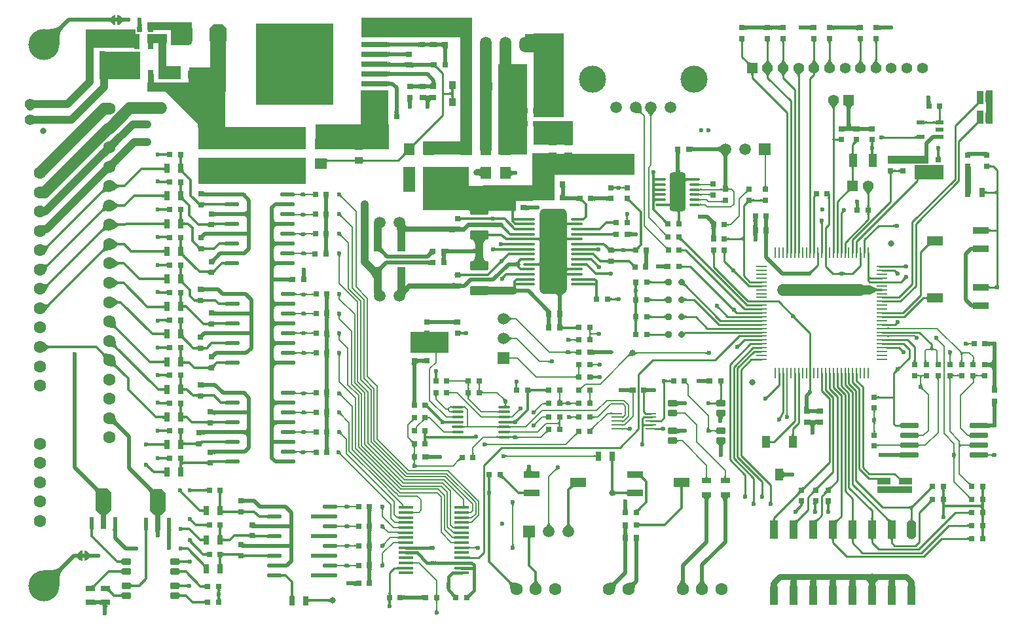
<source format=gtl>
G04*
G04 #@! TF.GenerationSoftware,Altium Limited,Altium Designer,21.6.1 (37)*
G04*
G04 Layer_Physical_Order=1*
G04 Layer_Color=255*
%FSLAX44Y44*%
%MOMM*%
G71*
G04*
G04 #@! TF.SameCoordinates,3233E1FD-44FA-4E4D-806F-7065AC5E4394*
G04*
G04*
G04 #@! TF.FilePolarity,Positive*
G04*
G01*
G75*
%ADD11C,0.6000*%
%ADD12C,0.2500*%
%ADD14C,0.5000*%
%ADD15C,0.3000*%
%ADD16C,0.2000*%
%ADD20C,0.2000*%
%ADD21O,1.4500X0.2500*%
%ADD22O,0.2500X1.4500*%
G04:AMPARAMS|DCode=23|XSize=0.75mm|YSize=0.75mm|CornerRadius=0.075mm|HoleSize=0mm|Usage=FLASHONLY|Rotation=270.000|XOffset=0mm|YOffset=0mm|HoleType=Round|Shape=RoundedRectangle|*
%AMROUNDEDRECTD23*
21,1,0.7500,0.6000,0,0,270.0*
21,1,0.6000,0.7500,0,0,270.0*
1,1,0.1500,-0.3000,-0.3000*
1,1,0.1500,-0.3000,0.3000*
1,1,0.1500,0.3000,0.3000*
1,1,0.1500,0.3000,-0.3000*
%
%ADD23ROUNDEDRECTD23*%
G04:AMPARAMS|DCode=24|XSize=0.75mm|YSize=0.75mm|CornerRadius=0.075mm|HoleSize=0mm|Usage=FLASHONLY|Rotation=0.000|XOffset=0mm|YOffset=0mm|HoleType=Round|Shape=RoundedRectangle|*
%AMROUNDEDRECTD24*
21,1,0.7500,0.6000,0,0,0.0*
21,1,0.6000,0.7500,0,0,0.0*
1,1,0.1500,0.3000,-0.3000*
1,1,0.1500,-0.3000,-0.3000*
1,1,0.1500,-0.3000,0.3000*
1,1,0.1500,0.3000,0.3000*
%
%ADD24ROUNDEDRECTD24*%
%ADD25R,1.0000X2.5000*%
G04:AMPARAMS|DCode=26|XSize=1.1mm|YSize=0.8mm|CornerRadius=0.08mm|HoleSize=0mm|Usage=FLASHONLY|Rotation=270.000|XOffset=0mm|YOffset=0mm|HoleType=Round|Shape=RoundedRectangle|*
%AMROUNDEDRECTD26*
21,1,1.1000,0.6400,0,0,270.0*
21,1,0.9400,0.8000,0,0,270.0*
1,1,0.1600,-0.3200,-0.4700*
1,1,0.1600,-0.3200,0.4700*
1,1,0.1600,0.3200,0.4700*
1,1,0.1600,0.3200,-0.4700*
%
%ADD26ROUNDEDRECTD26*%
%ADD27R,0.7500X0.8000*%
%ADD28R,0.8000X1.2000*%
%ADD29R,1.1300X2.4400*%
G04:AMPARAMS|DCode=30|XSize=2.44mm|YSize=1.13mm|CornerRadius=0mm|HoleSize=0mm|Usage=FLASHONLY|Rotation=270.000|XOffset=0mm|YOffset=0mm|HoleType=Round|Shape=Octagon|*
%AMOCTAGOND30*
4,1,8,-0.2825,-1.2200,0.2825,-1.2200,0.5650,-0.9375,0.5650,0.9375,0.2825,1.2200,-0.2825,1.2200,-0.5650,0.9375,-0.5650,-0.9375,-0.2825,-1.2200,0.0*
%
%ADD30OCTAGOND30*%

%ADD31R,0.8000X0.7500*%
G04:AMPARAMS|DCode=32|XSize=1.2mm|YSize=2.3mm|CornerRadius=0.12mm|HoleSize=0mm|Usage=FLASHONLY|Rotation=270.000|XOffset=0mm|YOffset=0mm|HoleType=Round|Shape=RoundedRectangle|*
%AMROUNDEDRECTD32*
21,1,1.2000,2.0600,0,0,270.0*
21,1,0.9600,2.3000,0,0,270.0*
1,1,0.2400,-1.0300,-0.4800*
1,1,0.2400,-1.0300,0.4800*
1,1,0.2400,1.0300,0.4800*
1,1,0.2400,1.0300,-0.4800*
%
%ADD32ROUNDEDRECTD32*%
G04:AMPARAMS|DCode=33|XSize=2.159mm|YSize=2.743mm|CornerRadius=0.5397mm|HoleSize=0mm|Usage=FLASHONLY|Rotation=180.000|XOffset=0mm|YOffset=0mm|HoleType=Round|Shape=RoundedRectangle|*
%AMROUNDEDRECTD33*
21,1,2.1590,1.6635,0,0,180.0*
21,1,1.0795,2.7430,0,0,180.0*
1,1,1.0795,-0.5397,0.8317*
1,1,1.0795,0.5397,0.8317*
1,1,1.0795,0.5397,-0.8317*
1,1,1.0795,-0.5397,-0.8317*
%
%ADD33ROUNDEDRECTD33*%
G04:AMPARAMS|DCode=34|XSize=2.159mm|YSize=2.743mm|CornerRadius=0mm|HoleSize=0mm|Usage=FLASHONLY|Rotation=180.000|XOffset=0mm|YOffset=0mm|HoleType=Round|Shape=Octagon|*
%AMOCTAGOND34*
4,1,8,0.5397,-1.3715,-0.5397,-1.3715,-1.0795,-0.8317,-1.0795,0.8317,-0.5397,1.3715,0.5397,1.3715,1.0795,0.8317,1.0795,-0.8317,0.5397,-1.3715,0.0*
%
%ADD34OCTAGOND34*%

G04:AMPARAMS|DCode=35|XSize=1.1mm|YSize=0.8mm|CornerRadius=0.08mm|HoleSize=0mm|Usage=FLASHONLY|Rotation=180.000|XOffset=0mm|YOffset=0mm|HoleType=Round|Shape=RoundedRectangle|*
%AMROUNDEDRECTD35*
21,1,1.1000,0.6400,0,0,180.0*
21,1,0.9400,0.8000,0,0,180.0*
1,1,0.1600,-0.4700,0.3200*
1,1,0.1600,0.4700,0.3200*
1,1,0.1600,0.4700,-0.3200*
1,1,0.1600,-0.4700,-0.3200*
%
%ADD35ROUNDEDRECTD35*%
G04:AMPARAMS|DCode=36|XSize=0.35mm|YSize=1.3mm|CornerRadius=0.0525mm|HoleSize=0mm|Usage=FLASHONLY|Rotation=90.000|XOffset=0mm|YOffset=0mm|HoleType=Round|Shape=RoundedRectangle|*
%AMROUNDEDRECTD36*
21,1,0.3500,1.1950,0,0,90.0*
21,1,0.2450,1.3000,0,0,90.0*
1,1,0.1050,0.5975,0.1225*
1,1,0.1050,0.5975,-0.1225*
1,1,0.1050,-0.5975,-0.1225*
1,1,0.1050,-0.5975,0.1225*
%
%ADD36ROUNDEDRECTD36*%
G04:AMPARAMS|DCode=37|XSize=5mm|YSize=2mm|CornerRadius=0.3mm|HoleSize=0mm|Usage=FLASHONLY|Rotation=90.000|XOffset=0mm|YOffset=0mm|HoleType=Round|Shape=RoundedRectangle|*
%AMROUNDEDRECTD37*
21,1,5.0000,1.4000,0,0,90.0*
21,1,4.4000,2.0000,0,0,90.0*
1,1,0.6000,0.7000,2.2000*
1,1,0.6000,0.7000,-2.2000*
1,1,0.6000,-0.7000,-2.2000*
1,1,0.6000,-0.7000,2.2000*
%
%ADD37ROUNDEDRECTD37*%
%ADD38R,2.0000X0.9000*%
%ADD39R,2.0000X1.3000*%
G04:AMPARAMS|DCode=40|XSize=0.4mm|YSize=1.8mm|CornerRadius=0.06mm|HoleSize=0mm|Usage=FLASHONLY|Rotation=90.000|XOffset=0mm|YOffset=0mm|HoleType=Round|Shape=RoundedRectangle|*
%AMROUNDEDRECTD40*
21,1,0.4000,1.6800,0,0,90.0*
21,1,0.2800,1.8000,0,0,90.0*
1,1,0.1200,0.8400,0.1400*
1,1,0.1200,0.8400,-0.1400*
1,1,0.1200,-0.8400,-0.1400*
1,1,0.1200,-0.8400,0.1400*
%
%ADD40ROUNDEDRECTD40*%
G04:AMPARAMS|DCode=41|XSize=0.7mm|YSize=2.3mm|CornerRadius=0.07mm|HoleSize=0mm|Usage=FLASHONLY|Rotation=270.000|XOffset=0mm|YOffset=0mm|HoleType=Round|Shape=RoundedRectangle|*
%AMROUNDEDRECTD41*
21,1,0.7000,2.1600,0,0,270.0*
21,1,0.5600,2.3000,0,0,270.0*
1,1,0.1400,-1.0800,-0.2800*
1,1,0.1400,-1.0800,0.2800*
1,1,0.1400,1.0800,0.2800*
1,1,0.1400,1.0800,-0.2800*
%
%ADD41ROUNDEDRECTD41*%
%ADD42R,1.2000X0.8000*%
G04:AMPARAMS|DCode=43|XSize=0.25mm|YSize=1.3mm|CornerRadius=0.0375mm|HoleSize=0mm|Usage=FLASHONLY|Rotation=270.000|XOffset=0mm|YOffset=0mm|HoleType=Round|Shape=RoundedRectangle|*
%AMROUNDEDRECTD43*
21,1,0.2500,1.2250,0,0,270.0*
21,1,0.1750,1.3000,0,0,270.0*
1,1,0.0750,-0.6125,-0.0875*
1,1,0.0750,-0.6125,0.0875*
1,1,0.0750,0.6125,0.0875*
1,1,0.0750,0.6125,-0.0875*
%
%ADD43ROUNDEDRECTD43*%
G04:AMPARAMS|DCode=44|XSize=0.8mm|YSize=1.2mm|CornerRadius=0.12mm|HoleSize=0mm|Usage=FLASHONLY|Rotation=270.000|XOffset=0mm|YOffset=0mm|HoleType=Round|Shape=RoundedRectangle|*
%AMROUNDEDRECTD44*
21,1,0.8000,0.9600,0,0,270.0*
21,1,0.5600,1.2000,0,0,270.0*
1,1,0.2400,-0.4800,-0.2800*
1,1,0.2400,-0.4800,0.2800*
1,1,0.2400,0.4800,0.2800*
1,1,0.2400,0.4800,-0.2800*
%
%ADD44ROUNDEDRECTD44*%
G04:AMPARAMS|DCode=45|XSize=1mm|YSize=1.6mm|CornerRadius=0.1mm|HoleSize=0mm|Usage=FLASHONLY|Rotation=0.000|XOffset=0mm|YOffset=0mm|HoleType=Round|Shape=RoundedRectangle|*
%AMROUNDEDRECTD45*
21,1,1.0000,1.4000,0,0,0.0*
21,1,0.8000,1.6000,0,0,0.0*
1,1,0.2000,0.4000,-0.7000*
1,1,0.2000,-0.4000,-0.7000*
1,1,0.2000,-0.4000,0.7000*
1,1,0.2000,0.4000,0.7000*
%
%ADD45ROUNDEDRECTD45*%
%ADD46R,1.4000X1.5000*%
G04:AMPARAMS|DCode=47|XSize=1.2mm|YSize=2.3mm|CornerRadius=0.12mm|HoleSize=0mm|Usage=FLASHONLY|Rotation=180.000|XOffset=0mm|YOffset=0mm|HoleType=Round|Shape=RoundedRectangle|*
%AMROUNDEDRECTD47*
21,1,1.2000,2.0600,0,0,180.0*
21,1,0.9600,2.3000,0,0,180.0*
1,1,0.2400,-0.4800,1.0300*
1,1,0.2400,0.4800,1.0300*
1,1,0.2400,0.4800,-1.0300*
1,1,0.2400,-0.4800,-1.0300*
%
%ADD47ROUNDEDRECTD47*%
%ADD48R,0.6000X1.5000*%
%ADD49R,0.7000X2.0000*%
G04:AMPARAMS|DCode=50|XSize=2mm|YSize=3.4mm|CornerRadius=0mm|HoleSize=0mm|Usage=FLASHONLY|Rotation=180.000|XOffset=0mm|YOffset=0mm|HoleType=Round|Shape=Octagon|*
%AMOCTAGOND50*
4,1,8,0.5000,-1.7000,-0.5000,-1.7000,-1.0000,-1.2000,-1.0000,1.2000,-0.5000,1.7000,0.5000,1.7000,1.0000,1.2000,1.0000,-1.2000,0.5000,-1.7000,0.0*
%
%ADD50OCTAGOND50*%

%ADD51R,1.0000X1.8000*%
G04:AMPARAMS|DCode=52|XSize=0.55mm|YSize=1.1mm|CornerRadius=0.055mm|HoleSize=0mm|Usage=FLASHONLY|Rotation=90.000|XOffset=0mm|YOffset=0mm|HoleType=Round|Shape=RoundedRectangle|*
%AMROUNDEDRECTD52*
21,1,0.5500,0.9900,0,0,90.0*
21,1,0.4400,1.1000,0,0,90.0*
1,1,0.1100,0.4950,0.2200*
1,1,0.1100,0.4950,-0.2200*
1,1,0.1100,-0.4950,-0.2200*
1,1,0.1100,-0.4950,0.2200*
%
%ADD52ROUNDEDRECTD52*%
G04:AMPARAMS|DCode=53|XSize=0.3mm|YSize=1.5mm|CornerRadius=0.045mm|HoleSize=0mm|Usage=FLASHONLY|Rotation=90.000|XOffset=0mm|YOffset=0mm|HoleType=Round|Shape=RoundedRectangle|*
%AMROUNDEDRECTD53*
21,1,0.3000,1.4100,0,0,90.0*
21,1,0.2100,1.5000,0,0,90.0*
1,1,0.0900,0.7050,0.1050*
1,1,0.0900,0.7050,-0.1050*
1,1,0.0900,-0.7050,-0.1050*
1,1,0.0900,-0.7050,0.1050*
%
%ADD53ROUNDEDRECTD53*%
%ADD54P,0.8659X8X202.5*%
G04:AMPARAMS|DCode=55|XSize=0.8mm|YSize=0.8mm|CornerRadius=0.2mm|HoleSize=0mm|Usage=FLASHONLY|Rotation=180.000|XOffset=0mm|YOffset=0mm|HoleType=Round|Shape=RoundedRectangle|*
%AMROUNDEDRECTD55*
21,1,0.8000,0.4000,0,0,180.0*
21,1,0.4000,0.8000,0,0,180.0*
1,1,0.4000,-0.2000,0.2000*
1,1,0.4000,0.2000,0.2000*
1,1,0.4000,0.2000,-0.2000*
1,1,0.4000,-0.2000,-0.2000*
%
%ADD55ROUNDEDRECTD55*%
G04:AMPARAMS|DCode=56|XSize=11mm|YSize=3.5mm|CornerRadius=0.525mm|HoleSize=0mm|Usage=FLASHONLY|Rotation=270.000|XOffset=0mm|YOffset=0mm|HoleType=Round|Shape=RoundedRectangle|*
%AMROUNDEDRECTD56*
21,1,11.0000,2.4500,0,0,270.0*
21,1,9.9500,3.5000,0,0,270.0*
1,1,1.0500,-1.2250,-4.9750*
1,1,1.0500,-1.2250,4.9750*
1,1,1.0500,1.2250,4.9750*
1,1,1.0500,1.2250,-4.9750*
%
%ADD56ROUNDEDRECTD56*%
%ADD57R,3.5000X0.8000*%
%ADD58R,10.0000X10.5500*%
%ADD59R,1.5000X1.4000*%
G04:AMPARAMS|DCode=60|XSize=0.5mm|YSize=1.8mm|CornerRadius=0.075mm|HoleSize=0mm|Usage=FLASHONLY|Rotation=90.000|XOffset=0mm|YOffset=0mm|HoleType=Round|Shape=RoundedRectangle|*
%AMROUNDEDRECTD60*
21,1,0.5000,1.6500,0,0,90.0*
21,1,0.3500,1.8000,0,0,90.0*
1,1,0.1500,0.8250,0.1750*
1,1,0.1500,0.8250,-0.1750*
1,1,0.1500,-0.8250,-0.1750*
1,1,0.1500,-0.8250,0.1750*
%
%ADD60ROUNDEDRECTD60*%
%ADD63C,0.8000*%
%ADD78C,1.6000*%
%ADD79C,1.5000*%
%ADD80C,3.5000*%
%ADD81O,1.5000X2.0000*%
%ADD82C,4.0000*%
%ADD83C,1.4000*%
%ADD84R,1.5000X1.5000*%
%ADD85R,1.5000X1.5000*%
%ADD86R,1.4000X1.4000*%
%ADD87C,0.6000*%
%ADD88C,1.3000*%
%ADD89C,1.5000*%
%ADD90C,1.0000*%
%ADD91C,1.2000*%
%ADD92C,0.8000*%
%ADD93C,0.4000*%
%ADD94C,0.7000*%
%ADD95R,1.8000X2.4000*%
%ADD96R,10.6000X2.8000*%
%ADD97R,9.5000X3.3000*%
%ADD98R,1.5000X3.3000*%
%ADD99R,3.6000X4.9000*%
%ADD100R,6.4000X2.0000*%
%ADD101R,6.2000X3.3000*%
%ADD102R,3.0000X6.2000*%
%ADD103R,6.0000X5.7000*%
%ADD104R,5.9000X1.8000*%
%ADD105R,5.1000X3.1000*%
%ADD106R,3.6000X6.0000*%
%ADD107R,1.6000X17.8000*%
%ADD108R,13.1000X2.6000*%
%ADD109R,3.8255X2.1000*%
%ADD110R,1.1000X3.5000*%
%ADD111R,2.9000X1.7000*%
%ADD112R,8.8000X1.2000*%
%ADD113R,2.0000X8.1000*%
%ADD114R,2.5000X1.1995*%
%ADD115R,2.3000X2.7000*%
%ADD116R,5.8000X1.1000*%
%ADD117R,1.6000X1.3000*%
%ADD118R,1.0000X5.9000*%
%ADD119R,5.3000X3.6000*%
%ADD120R,6.4800X2.4000*%
%ADD121R,14.0000X3.0000*%
%ADD122R,14.0000X3.4000*%
%ADD123R,3.9000X10.8000*%
%ADD124R,0.9190X2.7000*%
%ADD125R,4.9000X2.8000*%
%ADD126R,1.8000X0.9190*%
%ADD127R,2.9000X0.9270*%
%ADD128R,1.8000X0.9270*%
%ADD129R,0.9270X1.8000*%
%ADD130R,0.9190X1.8000*%
%ADD131R,3.7000X11.8000*%
%ADD132R,3.8000X1.8540*%
%ADD133R,5.2995X1.0000*%
G36*
X142730Y788334D02*
X142730Y775500D01*
X142489Y775499D01*
X142008Y775535D01*
X141531Y775608D01*
X141061Y775718D01*
X140831Y775791D01*
X140831Y775790D01*
X139675Y776140D01*
X137773Y777629D01*
X136537Y779705D01*
X136136Y782087D01*
X136380Y783270D01*
Y783270D01*
X136562Y784381D01*
X137699Y786323D01*
X139459Y787727D01*
X141606Y788404D01*
X142730Y788334D01*
D02*
G37*
G36*
X148540Y787727D02*
X150300Y786323D01*
X151438Y784381D01*
X151620Y783270D01*
X151620Y783270D01*
X151864Y782087D01*
X151463Y779705D01*
X150227Y777629D01*
X148325Y776141D01*
X147169Y775791D01*
X147169Y775791D01*
X146939Y775718D01*
X146469Y775608D01*
X145992Y775535D01*
X145511Y775499D01*
X145270Y775500D01*
X145270Y788334D01*
X146394Y788404D01*
X148540Y787727D01*
D02*
G37*
G36*
X176512Y778019D02*
X176695Y775770D01*
X176805Y775219D01*
X176939Y774770D01*
X177098Y774419D01*
X177281Y774169D01*
X177488Y774019D01*
X177719Y773969D01*
X170280D01*
X170512Y774019D01*
X170720Y774169D01*
X170902Y774419D01*
X171061Y774770D01*
X171195Y775219D01*
X171305Y775770D01*
X171390Y776420D01*
X171488Y778019D01*
X171500Y778969D01*
X176500D01*
X176512Y778019D01*
D02*
G37*
G36*
X565481Y746481D02*
X572519D01*
X572330Y746310D01*
X572161Y746060D01*
X572012Y745733D01*
X571883Y745328D01*
X571773Y744846D01*
X571684Y744285D01*
X571565Y742931D01*
X571525Y741266D01*
X566525D01*
X566515Y742132D01*
X566358Y744269D01*
X566264Y744829D01*
X566149Y745312D01*
X566014Y745719D01*
X565857Y746049D01*
X565680Y746304D01*
X565481Y746481D01*
X565307Y746675D01*
X565055Y746848D01*
X564726Y747001D01*
X564320Y747133D01*
X563837Y747245D01*
X563277Y747337D01*
X561926Y747459D01*
X561376Y747473D01*
X559473Y747337D01*
X558913Y747245D01*
X558430Y747133D01*
X558024Y747001D01*
X557695Y746848D01*
X557444Y746675D01*
X557269Y746481D01*
Y753519D01*
X557444Y753325D01*
X557695Y753152D01*
X558024Y752999D01*
X558430Y752867D01*
X558913Y752755D01*
X559473Y752663D01*
X560824Y752541D01*
X561374Y752527D01*
X563277Y752663D01*
X563837Y752755D01*
X564320Y752867D01*
X564726Y752999D01*
X565055Y753152D01*
X565307Y753325D01*
X565481Y753519D01*
Y746481D01*
D02*
G37*
G36*
X74284Y770749D02*
X73441Y769743D01*
X72690Y768504D01*
X72031Y767032D01*
X71464Y765327D01*
X70990Y763388D01*
X70607Y761217D01*
X70317Y758812D01*
X70013Y753304D01*
X69999Y750200D01*
X50200Y769999D01*
X53304Y770013D01*
X61217Y770607D01*
X63388Y770990D01*
X65327Y771464D01*
X67032Y772031D01*
X68504Y772690D01*
X69743Y773441D01*
X70749Y774284D01*
X74284Y770749D01*
D02*
G37*
G36*
X542968Y752958D02*
X543055Y752894D01*
X543201Y752836D01*
X543405Y752787D01*
X543667Y752745D01*
X544365Y752684D01*
X545297Y752654D01*
X545850Y752650D01*
Y747650D01*
X545297Y747646D01*
X543405Y747513D01*
X543201Y747464D01*
X543055Y747406D01*
X542968Y747342D01*
X542939Y747270D01*
Y753030D01*
X542968Y752958D01*
D02*
G37*
G36*
X550231Y746481D02*
X550066Y746675D01*
X549844Y746848D01*
X549565Y747001D01*
X549228Y747133D01*
X548833Y747245D01*
X548381Y747337D01*
X547872Y747408D01*
X546681Y747490D01*
X546000Y747500D01*
Y752500D01*
X546681Y752510D01*
X547872Y752592D01*
X548381Y752663D01*
X548833Y752755D01*
X549228Y752867D01*
X549565Y752999D01*
X549844Y753152D01*
X550066Y753325D01*
X550231Y753519D01*
Y746481D01*
D02*
G37*
G36*
X495519Y753962D02*
X495670Y753687D01*
X495919Y753444D01*
X496269Y753233D01*
X496720Y753055D01*
X497270Y752909D01*
X497920Y752796D01*
X498670Y752715D01*
X500470Y752650D01*
Y747650D01*
X499520Y747637D01*
X497270Y747439D01*
X496720Y747320D01*
X496269Y747175D01*
X495919Y747003D01*
X495670Y746805D01*
X495519Y746581D01*
X495470Y746330D01*
Y754269D01*
X495519Y753962D01*
D02*
G37*
G36*
X535031Y746280D02*
X534981Y746541D01*
X534831Y746774D01*
X534580Y746979D01*
X534230Y747157D01*
X533781Y747308D01*
X533231Y747431D01*
X532580Y747527D01*
X531830Y747595D01*
X530031Y747650D01*
Y752650D01*
X530980Y752661D01*
X533231Y752821D01*
X533781Y752917D01*
X534230Y753035D01*
X534580Y753174D01*
X534831Y753335D01*
X534981Y753516D01*
X535031Y753719D01*
Y746280D01*
D02*
G37*
G36*
X519231Y734081D02*
X519057Y734275D01*
X518805Y734448D01*
X518476Y734601D01*
X518070Y734733D01*
X517587Y734845D01*
X517027Y734937D01*
X515676Y735059D01*
X514016Y735100D01*
Y740100D01*
X514885Y740110D01*
X517027Y740263D01*
X517587Y740355D01*
X518070Y740467D01*
X518476Y740599D01*
X518805Y740752D01*
X519057Y740925D01*
X519231Y741119D01*
Y734081D01*
D02*
G37*
G36*
X495519Y741290D02*
X495670Y741040D01*
X495919Y740820D01*
X496269Y740629D01*
X496720Y740467D01*
X497270Y740335D01*
X497920Y740232D01*
X498670Y740159D01*
X500470Y740100D01*
Y735100D01*
X499520Y735085D01*
X497920Y734968D01*
X497270Y734865D01*
X496720Y734733D01*
X496269Y734571D01*
X495919Y734380D01*
X495670Y734159D01*
X495519Y733910D01*
X495470Y733631D01*
Y741570D01*
X495519Y741290D01*
D02*
G37*
G36*
X571538Y732020D02*
X571724Y729770D01*
X571836Y729220D01*
X571973Y728770D01*
X572135Y728419D01*
X572322Y728169D01*
X572533Y728019D01*
X572770Y727970D01*
X565331D01*
X565558Y728019D01*
X565761Y728169D01*
X565940Y728419D01*
X566095Y728770D01*
X566226Y729220D01*
X566334Y729770D01*
X566418Y730419D01*
X566513Y732020D01*
X566525Y732970D01*
X571525D01*
X571538Y732020D01*
D02*
G37*
G36*
X495519Y728467D02*
X495670Y728107D01*
X495919Y727788D01*
X496269Y727513D01*
X496720Y727280D01*
X497270Y727089D01*
X497920Y726941D01*
X498670Y726835D01*
X499520Y726771D01*
X500470Y726750D01*
Y721750D01*
X499520Y721742D01*
X496720Y721545D01*
X496269Y721455D01*
X495919Y721348D01*
X495670Y721226D01*
X495519Y721086D01*
X495470Y720930D01*
Y728869D01*
X495519Y728467D01*
D02*
G37*
G36*
X526349Y727092D02*
X526717Y726926D01*
X527136Y726779D01*
X527606Y726652D01*
X528126Y726544D01*
X529317Y726388D01*
X529989Y726339D01*
X531484Y726300D01*
Y721300D01*
X530639Y721288D01*
X528537Y721105D01*
X527980Y720995D01*
X527494Y720861D01*
X527080Y720703D01*
X526738Y720520D01*
X526468Y720313D01*
X526269Y720081D01*
X526031Y727278D01*
X526349Y727092D01*
D02*
G37*
G36*
X519231Y720081D02*
X518979Y720398D01*
X518666Y720682D01*
X518294Y720932D01*
X517862Y721149D01*
X517370Y721333D01*
X516819Y721483D01*
X516208Y721600D01*
X515537Y721683D01*
X514807Y721733D01*
X514016Y721750D01*
X514046Y726750D01*
X514935Y726755D01*
X518650Y727009D01*
X519000Y727088D01*
X519273Y727177D01*
X519469Y727278D01*
X519231Y720081D01*
D02*
G37*
G36*
X551330Y720031D02*
X551281Y720272D01*
X551130Y720488D01*
X550881Y720678D01*
X550531Y720843D01*
X550080Y720983D01*
X549530Y721097D01*
X548881Y721186D01*
X547281Y721287D01*
X546331Y721300D01*
Y726300D01*
X547281Y726317D01*
X548881Y726450D01*
X549530Y726567D01*
X550080Y726717D01*
X550531Y726901D01*
X550881Y727118D01*
X551130Y727368D01*
X551281Y727652D01*
X551330Y727970D01*
Y720031D01*
D02*
G37*
G36*
X558594Y723231D02*
X558521Y723008D01*
X558521Y722748D01*
X558592Y722451D01*
X558736Y722116D01*
X558952Y721744D01*
X559240Y721334D01*
X559600Y720887D01*
X560537Y719880D01*
X558619Y718263D01*
X558111Y718754D01*
X557197Y719529D01*
X556791Y719813D01*
X556421Y720027D01*
X556084Y720172D01*
X555783Y720248D01*
X555515Y720255D01*
X555282Y720193D01*
X555084Y720061D01*
X558739Y723416D01*
X558594Y723231D01*
D02*
G37*
G36*
X495519Y715890D02*
X495670Y715640D01*
X495919Y715420D01*
X496269Y715229D01*
X496720Y715067D01*
X497270Y714935D01*
X497920Y714832D01*
X498670Y714759D01*
X500470Y714700D01*
Y709700D01*
X499520Y709685D01*
X497920Y709568D01*
X497270Y709465D01*
X496720Y709333D01*
X496269Y709171D01*
X495919Y708980D01*
X495670Y708760D01*
X495519Y708510D01*
X495470Y708231D01*
Y716170D01*
X495519Y715890D01*
D02*
G37*
G36*
X138535Y717465D02*
X136926Y715834D01*
X131715Y709916D01*
X131241Y709178D01*
X130956Y708590D01*
X130860Y708150D01*
X130954Y707859D01*
X123500Y716425D01*
X123547Y716499D01*
X123760Y716738D01*
X131465Y724536D01*
X138535Y717465D01*
D02*
G37*
G36*
X556515Y703187D02*
X556632Y701817D01*
X556735Y701261D01*
X556867Y700790D01*
X557029Y700404D01*
X557220Y700105D01*
X557440Y699891D01*
X557690Y699762D01*
X557970Y699719D01*
X550031D01*
X550310Y699762D01*
X550560Y699891D01*
X550780Y700105D01*
X550971Y700404D01*
X551133Y700790D01*
X551265Y701261D01*
X551368Y701817D01*
X551441Y702459D01*
X551485Y703187D01*
X551500Y704000D01*
X556500D01*
X556515Y703187D01*
D02*
G37*
G36*
X550031Y692281D02*
X549981Y692512D01*
X549831Y692719D01*
X549580Y692902D01*
X549230Y693061D01*
X548781Y693195D01*
X548231Y693305D01*
X547580Y693390D01*
X546574Y693452D01*
X544770Y693305D01*
X544220Y693195D01*
X543769Y693061D01*
X543419Y692902D01*
X543170Y692719D01*
X543019Y692512D01*
X542970Y692281D01*
Y699719D01*
X543019Y699488D01*
X543170Y699280D01*
X543419Y699098D01*
X543769Y698939D01*
X544220Y698805D01*
X544770Y698695D01*
X545420Y698610D01*
X546426Y698548D01*
X548231Y698695D01*
X548781Y698805D01*
X549230Y698939D01*
X549580Y699098D01*
X549831Y699280D01*
X549981Y699488D01*
X550031Y699719D01*
Y692281D01*
D02*
G37*
G36*
X535031D02*
X534981Y692512D01*
X534831Y692719D01*
X534580Y692902D01*
X534230Y693061D01*
X533781Y693195D01*
X533231Y693305D01*
X532580Y693390D01*
X531003Y693486D01*
X528769Y693305D01*
X528219Y693195D01*
X527770Y693061D01*
X527420Y692902D01*
X527169Y692719D01*
X527020Y692512D01*
X526969Y692281D01*
Y699719D01*
X527020Y699488D01*
X527169Y699280D01*
X527420Y699098D01*
X527770Y698939D01*
X528219Y698805D01*
X528769Y698695D01*
X529420Y698610D01*
X530997Y698514D01*
X533231Y698695D01*
X533781Y698805D01*
X534230Y698939D01*
X534580Y699098D01*
X534831Y699280D01*
X534981Y699488D01*
X535031Y699719D01*
Y692281D01*
D02*
G37*
G36*
X495519Y703190D02*
X495670Y702941D01*
X495919Y702720D01*
X496269Y702529D01*
X496720Y702367D01*
X497270Y702235D01*
X497920Y702132D01*
X498670Y702059D01*
X500470Y702000D01*
Y697000D01*
X499520Y696985D01*
X497920Y696868D01*
X497270Y696765D01*
X496720Y696633D01*
X496269Y696471D01*
X495919Y696280D01*
X495670Y696059D01*
X495519Y695810D01*
X495470Y695530D01*
Y703469D01*
X495519Y703190D01*
D02*
G37*
G36*
X580262Y692421D02*
X580050Y692345D01*
X579863Y692218D01*
X579700Y692041D01*
X579562Y691813D01*
X579450Y691535D01*
X579362Y691206D01*
X579300Y690826D01*
X579263Y690396D01*
X579250Y689915D01*
X577190D01*
X579250Y686825D01*
X577190Y683735D01*
X579250D01*
X579263Y683254D01*
X579300Y682824D01*
X579362Y682444D01*
X579450Y682115D01*
X579562Y681837D01*
X579700Y681609D01*
X579863Y681432D01*
X580050Y681305D01*
X580262Y681229D01*
X580500Y681204D01*
X575500D01*
X575737Y681229D01*
X575950Y681305D01*
X576138Y681432D01*
X576300Y681609D01*
X576437Y681837D01*
X576550Y682115D01*
X576637Y682444D01*
X576700Y682824D01*
X576738Y683254D01*
X576739Y683293D01*
X576725Y683550D01*
X576650Y683975D01*
X576525Y684350D01*
X576350Y684675D01*
X576125Y684950D01*
X575850Y685175D01*
X575525Y685350D01*
X575150Y685475D01*
X574725Y685550D01*
X574250Y685575D01*
Y688075D01*
X574725Y688100D01*
X575150Y688175D01*
X575525Y688300D01*
X575850Y688475D01*
X576125Y688700D01*
X576350Y688975D01*
X576525Y689300D01*
X576650Y689675D01*
X576725Y690100D01*
X576739Y690357D01*
X576738Y690396D01*
X576700Y690826D01*
X576637Y691206D01*
X576550Y691535D01*
X576437Y691813D01*
X576300Y692041D01*
X576138Y692218D01*
X575950Y692345D01*
X575737Y692421D01*
X575500Y692446D01*
X580500D01*
X580262Y692421D01*
D02*
G37*
G36*
X543005Y685335D02*
X543111Y685160D01*
X543287Y685005D01*
X543534Y684871D01*
X543852Y684758D01*
X544240Y684665D01*
X544700Y684593D01*
X545229Y684541D01*
X546500Y684500D01*
X547177Y684510D01*
X548316Y684593D01*
X548779Y684665D01*
X549171Y684758D01*
X549491Y684871D01*
X549740Y685005D01*
X549919Y685160D01*
X550025Y685335D01*
X550061Y685530D01*
Y682126D01*
X554000Y679500D01*
X553050Y679450D01*
X552200Y679300D01*
X551450Y679050D01*
X550800Y678700D01*
X550250Y678250D01*
X549800Y677700D01*
X549450Y677050D01*
X549200Y676300D01*
X549050Y675450D01*
X549000Y674500D01*
X544000D01*
X543950Y675450D01*
X543800Y676300D01*
X543550Y677050D01*
X543200Y677700D01*
X542750Y678250D01*
X542200Y678700D01*
X541550Y679050D01*
X540800Y679300D01*
X539950Y679450D01*
X539000Y679500D01*
X542970Y682146D01*
Y685530D01*
X543005Y685335D01*
D02*
G37*
G36*
X526690Y678230D02*
X526441Y678081D01*
X526220Y677830D01*
X526029Y677480D01*
X525867Y677030D01*
X525735Y676480D01*
X525632Y675830D01*
X525559Y675080D01*
X525500Y673280D01*
X520500D01*
X520485Y674230D01*
X520368Y675830D01*
X520265Y676480D01*
X520133Y677030D01*
X519971Y677480D01*
X519780Y677830D01*
X519560Y678081D01*
X519310Y678230D01*
X519030Y678280D01*
X526969D01*
X526690Y678230D01*
D02*
G37*
G36*
X508512Y665020D02*
X508695Y662769D01*
X508805Y662219D01*
X508939Y661769D01*
X509098Y661420D01*
X509281Y661170D01*
X509488Y661020D01*
X509720Y660969D01*
X502281D01*
X502512Y661020D01*
X502719Y661170D01*
X502902Y661420D01*
X503061Y661769D01*
X503195Y662219D01*
X503305Y662769D01*
X503390Y663419D01*
X503488Y665020D01*
X503500Y665969D01*
X508500D01*
X508512Y665020D01*
D02*
G37*
G36*
X250000Y691000D02*
X252000Y689000D01*
Y647000D01*
X250000D01*
X206000Y691000D01*
X250000Y691000D01*
D02*
G37*
G36*
X531487Y622470D02*
X530992Y621957D01*
X530215Y621038D01*
X529932Y620631D01*
X529720Y620260D01*
X529578Y619924D01*
X529507Y619623D01*
Y619358D01*
X529578Y619128D01*
X529720Y618934D01*
X526184Y622470D01*
X526379Y622328D01*
X526608Y622257D01*
X526874D01*
X527174Y622328D01*
X527510Y622470D01*
X527881Y622682D01*
X528288Y622965D01*
X528730Y623318D01*
X529720Y624237D01*
X531487Y622470D01*
D02*
G37*
G36*
X294113Y632979D02*
X301130Y632475D01*
X302034Y632245D01*
X302596Y631972D01*
X302819Y631657D01*
X302702Y631300D01*
X302244Y630902D01*
X301857Y619357D01*
X301315Y620049D01*
X300664Y620668D01*
X299903Y621215D01*
X299033Y621688D01*
X298053Y622089D01*
X296963Y622417D01*
X295763Y622672D01*
X294454Y622854D01*
X293036Y622963D01*
X291508Y623000D01*
Y633000D01*
X294113Y632979D01*
D02*
G37*
G36*
X146346Y621274D02*
X145708Y620629D01*
X143531Y618154D01*
X143297Y617810D01*
X143131Y617517D01*
X143032Y617273D01*
X143000Y617080D01*
X135080Y625000D01*
X135273Y625032D01*
X135517Y625131D01*
X135810Y625297D01*
X136154Y625531D01*
X136549Y625832D01*
X137488Y626636D01*
X139275Y628345D01*
X146346Y621274D01*
D02*
G37*
G36*
X518816Y607561D02*
X518647Y607722D01*
X518436Y607807D01*
X518185Y607816D01*
X517893Y607750D01*
X517560Y607608D01*
X517186Y607390D01*
X516771Y607097D01*
X516315Y606728D01*
X515281Y605763D01*
X513129Y607147D01*
X513773Y607808D01*
X515203Y609499D01*
X515513Y609965D01*
X515739Y610382D01*
X515882Y610751D01*
X515942Y611072D01*
X515918Y611343D01*
X515811Y611566D01*
X518816Y607561D01*
D02*
G37*
G36*
X199271Y609986D02*
X199421Y609884D01*
X199592Y609794D01*
X199786Y609716D01*
X200000Y609650D01*
X200237Y609596D01*
X200495Y609554D01*
X200774Y609524D01*
X201398Y609500D01*
Y606500D01*
X201075Y606494D01*
X200495Y606446D01*
X200237Y606404D01*
X200000Y606350D01*
X199786Y606284D01*
X199592Y606206D01*
X199421Y606116D01*
X199271Y606014D01*
X199142Y605900D01*
Y610100D01*
X199271Y609986D01*
D02*
G37*
G36*
X134920Y609000D02*
X134727Y608969D01*
X134483Y608869D01*
X134190Y608703D01*
X133846Y608469D01*
X133451Y608168D01*
X132512Y607364D01*
X130726Y605654D01*
X123654Y612725D01*
X124292Y613371D01*
X126469Y615846D01*
X126703Y616190D01*
X126869Y616483D01*
X126968Y616727D01*
X127000Y616920D01*
X134920Y609000D01*
D02*
G37*
G36*
X209297Y605000D02*
X209266Y605285D01*
X209176Y605540D01*
X209024Y605765D01*
X208812Y605960D01*
X208539Y606125D01*
X208206Y606260D01*
X207812Y606365D01*
X207357Y606440D01*
X206842Y606485D01*
X206266Y606500D01*
Y609500D01*
X206842Y609515D01*
X207357Y609560D01*
X207812Y609635D01*
X208206Y609739D01*
X208539Y609874D01*
X208811Y610038D01*
X209024Y610232D01*
X209175Y610456D01*
X209266Y610710D01*
X209296Y610994D01*
X209297Y605000D01*
D02*
G37*
G36*
X229715Y604267D02*
X229460Y604176D01*
X229235Y604024D01*
X229040Y603812D01*
X228875Y603539D01*
X228740Y603206D01*
X228635Y602812D01*
X228560Y602357D01*
X228515Y601842D01*
X228500Y601266D01*
X225500D01*
X225485Y601842D01*
X225440Y602357D01*
X225366Y602812D01*
X225261Y603206D01*
X225126Y603539D01*
X224962Y603812D01*
X224768Y604024D01*
X224544Y604175D01*
X224290Y604266D01*
X224006Y604296D01*
X230000Y604297D01*
X229715Y604267D01*
D02*
G37*
G36*
X462479Y602262D02*
X462555Y602050D01*
X462682Y601862D01*
X462859Y601700D01*
X463087Y601562D01*
X463365Y601450D01*
X463694Y601362D01*
X464074Y601300D01*
X464504Y601263D01*
X464985Y601250D01*
Y598750D01*
X464504Y598737D01*
X464074Y598700D01*
X463694Y598638D01*
X463365Y598550D01*
X463087Y598438D01*
X462859Y598300D01*
X462682Y598138D01*
X462555Y597950D01*
X462479Y597738D01*
X462454Y597500D01*
Y602500D01*
X462479Y602262D01*
D02*
G37*
G36*
X451546Y597500D02*
X451521Y597738D01*
X451445Y597950D01*
X451318Y598138D01*
X451141Y598300D01*
X450913Y598438D01*
X450635Y598550D01*
X450306Y598638D01*
X449926Y598700D01*
X449496Y598737D01*
X449015Y598750D01*
Y601250D01*
X449496Y601263D01*
X449926Y601300D01*
X450306Y601362D01*
X450635Y601450D01*
X450913Y601562D01*
X451141Y601700D01*
X451318Y601862D01*
X451445Y602050D01*
X451521Y602262D01*
X451546Y602500D01*
Y597500D01*
D02*
G37*
G36*
X415964Y602262D02*
X416040Y602050D01*
X416167Y601862D01*
X416344Y601700D01*
X416572Y601562D01*
X416850Y601450D01*
X417179Y601362D01*
X417559Y601300D01*
X417989Y601263D01*
X418470Y601250D01*
Y598750D01*
X417989Y598737D01*
X417559Y598700D01*
X417179Y598638D01*
X416850Y598550D01*
X416572Y598438D01*
X416344Y598300D01*
X416167Y598138D01*
X416040Y597950D01*
X415964Y597738D01*
X415939Y597500D01*
Y602500D01*
X415964Y602262D01*
D02*
G37*
G36*
X228515Y598313D02*
X228560Y597798D01*
X228635Y597344D01*
X228740Y596950D01*
X228875Y596616D01*
X229040Y596344D01*
X229235Y596131D01*
X229460Y595980D01*
X229715Y595889D01*
X230000Y595859D01*
X224000D01*
X224285Y595889D01*
X224540Y595980D01*
X224765Y596131D01*
X224960Y596344D01*
X225125Y596616D01*
X225260Y596950D01*
X225365Y597344D01*
X225440Y597798D01*
X225485Y598313D01*
X225500Y598889D01*
X228500D01*
X228515Y598313D01*
D02*
G37*
G36*
X362021Y597968D02*
X362078Y597818D01*
X362168Y597685D01*
X362290Y597569D01*
X362444Y597472D01*
X362631Y597392D01*
X362851Y597330D01*
X363103Y597285D01*
X363387Y597259D01*
X363705Y597250D01*
X363036Y594750D01*
X359559Y595053D01*
X359000Y595538D01*
X358441Y595053D01*
X354964Y594750D01*
X354295Y597250D01*
X354613Y597259D01*
X354897Y597285D01*
X355149Y597330D01*
X355369Y597392D01*
X355556Y597472D01*
X355710Y597569D01*
X355832Y597685D01*
X355922Y597818D01*
X355979Y597968D01*
X356003Y598137D01*
X359000Y595538D01*
X361997Y598137D01*
X362021Y597968D01*
D02*
G37*
G36*
X370061Y593500D02*
X370036Y593737D01*
X369960Y593950D01*
X369833Y594137D01*
X369656Y594300D01*
X369428Y594437D01*
X369150Y594550D01*
X368821Y594637D01*
X368442Y594700D01*
X368011Y594738D01*
X367531Y594750D01*
Y597250D01*
X368011Y597262D01*
X368442Y597300D01*
X368821Y597363D01*
X369150Y597450D01*
X369428Y597562D01*
X369656Y597700D01*
X369833Y597863D01*
X369960Y598050D01*
X370036Y598262D01*
X370061Y598500D01*
Y593500D01*
D02*
G37*
G36*
X146346Y596274D02*
X145708Y595629D01*
X143531Y593154D01*
X143297Y592810D01*
X143131Y592517D01*
X143032Y592273D01*
X143000Y592080D01*
X135080Y600000D01*
X135273Y600032D01*
X135517Y600131D01*
X135810Y600297D01*
X136154Y600531D01*
X136549Y600832D01*
X137488Y601636D01*
X139275Y603345D01*
X146346Y596274D01*
D02*
G37*
G36*
X205030Y586000D02*
X205000Y586285D01*
X204911Y586540D01*
X204760Y586765D01*
X204550Y586960D01*
X204280Y587125D01*
X203951Y587260D01*
X203561Y587365D01*
X203111Y587440D01*
X202600Y587485D01*
X202031Y587500D01*
Y590500D01*
X202600Y590515D01*
X203111Y590560D01*
X203561Y590635D01*
X203951Y590740D01*
X204280Y590875D01*
X204550Y591040D01*
X204760Y591235D01*
X204911Y591460D01*
X205000Y591715D01*
X205030Y592000D01*
Y586000D01*
D02*
G37*
G36*
X230776Y588039D02*
X230697Y587762D01*
X230702Y587444D01*
X230791Y587083D01*
X230964Y586680D01*
X231222Y586234D01*
X231563Y585747D01*
X231988Y585217D01*
X233091Y584030D01*
X231050Y581829D01*
X230428Y582429D01*
X229317Y583374D01*
X228827Y583717D01*
X228381Y583975D01*
X227978Y584148D01*
X227620Y584234D01*
X227305Y584235D01*
X227034Y584151D01*
X226807Y583981D01*
X230939Y588273D01*
X230776Y588039D01*
D02*
G37*
G36*
X134213Y584039D02*
X133989Y584024D01*
X133718Y583941D01*
X133400Y583789D01*
X133036Y583568D01*
X132625Y583278D01*
X131662Y582492D01*
X130513Y581431D01*
X129868Y580797D01*
X123606Y588677D01*
X124248Y589324D01*
X126873Y592285D01*
X126982Y592484D01*
X127025Y592627D01*
X134213Y584039D01*
D02*
G37*
G36*
X614661Y579370D02*
X614604Y579679D01*
X614435Y579957D01*
X614151Y580201D01*
X613755Y580413D01*
X613246Y580592D01*
X612623Y580739D01*
X611887Y580853D01*
X611038Y580935D01*
X609000Y581000D01*
Y589000D01*
X610076Y589016D01*
X611887Y589147D01*
X612623Y589261D01*
X613246Y589408D01*
X613755Y589587D01*
X614151Y589799D01*
X614435Y590043D01*
X614604Y590321D01*
X614661Y590630D01*
Y579370D01*
D02*
G37*
G36*
X653589Y588525D02*
X653740Y588100D01*
X653992Y587725D01*
X654344Y587400D01*
X654797Y587125D01*
X655350Y586900D01*
X656004Y586725D01*
X656758Y586600D01*
X657614Y586525D01*
X658569Y586500D01*
Y581500D01*
X657614Y581475D01*
X656758Y581400D01*
X656004Y581275D01*
X655350Y581100D01*
X654797Y580875D01*
X654344Y580600D01*
X653992Y580275D01*
X653740Y579900D01*
X653589Y579475D01*
X653539Y579000D01*
Y589000D01*
X653589Y588525D01*
D02*
G37*
G36*
X199498Y574694D02*
X199638Y574577D01*
X199800Y574474D01*
X199986Y574384D01*
X200194Y574308D01*
X200425Y574246D01*
X200679Y574198D01*
X200955Y574164D01*
X201254Y574143D01*
X201576Y574136D01*
X201151Y571136D01*
X200826Y571132D01*
X199981Y571059D01*
X199743Y571016D01*
X199526Y570963D01*
X199330Y570901D01*
X199156Y570829D01*
X199003Y570747D01*
X198872Y570656D01*
X199381Y574825D01*
X199498Y574694D01*
D02*
G37*
G36*
X209297Y569636D02*
X209271Y569921D01*
X209184Y570176D01*
X209035Y570401D01*
X208825Y570596D01*
X208552Y570761D01*
X208219Y570896D01*
X207823Y571001D01*
X207366Y571076D01*
X206847Y571121D01*
X206266Y571136D01*
Y574136D01*
X206858Y574151D01*
X207387Y574196D01*
X207855Y574270D01*
X208261Y574374D01*
X208606Y574507D01*
X208888Y574670D01*
X209110Y574863D01*
X209269Y575085D01*
X209367Y575338D01*
X209403Y575619D01*
X209297Y569636D01*
D02*
G37*
G36*
X229715Y568539D02*
X229460Y568448D01*
X229235Y568297D01*
X229040Y568084D01*
X228875Y567812D01*
X228740Y567478D01*
X228635Y567085D01*
X228560Y566630D01*
X228515Y566115D01*
X228500Y565539D01*
X225500D01*
X225485Y566115D01*
X225440Y566630D01*
X225366Y567084D01*
X225261Y567478D01*
X225126Y567812D01*
X224962Y568084D01*
X224768Y568296D01*
X224544Y568448D01*
X224290Y568539D01*
X224006Y568569D01*
X230000Y568569D01*
X229715Y568539D01*
D02*
G37*
G36*
X141506Y571821D02*
X143026Y570509D01*
X143753Y569976D01*
X144459Y569525D01*
X145142Y569156D01*
X145804Y568869D01*
X146444Y568664D01*
X147062Y568541D01*
X147658Y568500D01*
Y565500D01*
X147062Y565459D01*
X146444Y565336D01*
X145804Y565131D01*
X145142Y564844D01*
X144459Y564475D01*
X143753Y564024D01*
X143026Y563491D01*
X142277Y562876D01*
X140713Y561400D01*
X140713Y572600D01*
X141506Y571821D01*
D02*
G37*
G36*
X228515Y562593D02*
X228560Y562078D01*
X228635Y561624D01*
X228740Y561230D01*
X228875Y560896D01*
X229040Y560624D01*
X229235Y560411D01*
X229460Y560260D01*
X229715Y560169D01*
X230000Y560139D01*
X224000D01*
X224285Y560169D01*
X224540Y560260D01*
X224765Y560411D01*
X224960Y560624D01*
X225125Y560896D01*
X225260Y561230D01*
X225365Y561624D01*
X225440Y562078D01*
X225485Y562593D01*
X225500Y563169D01*
X228500D01*
X228515Y562593D01*
D02*
G37*
G36*
X133507Y559141D02*
X132487Y559308D01*
X131528Y559409D01*
X130628Y559447D01*
X129788Y559419D01*
X129009Y559326D01*
X128289Y559168D01*
X127629Y558946D01*
X127029Y558658D01*
X126490Y558306D01*
X126010Y557889D01*
X124277Y560398D01*
X124629Y560801D01*
X124965Y561290D01*
X125286Y561867D01*
X125592Y562530D01*
X125884Y563280D01*
X126420Y565042D01*
X126666Y566053D01*
X127112Y568335D01*
X133507Y559141D01*
D02*
G37*
G36*
X387266Y558004D02*
X387502Y557825D01*
X387743Y557667D01*
X387989Y557530D01*
X388240Y557414D01*
X388496Y557319D01*
X388757Y557245D01*
X389023Y557192D01*
X389295Y557161D01*
X389571Y557150D01*
X389677Y555150D01*
X389397Y555139D01*
X389125Y555104D01*
X388861Y555047D01*
X388606Y554968D01*
X388358Y554865D01*
X388119Y554739D01*
X387888Y554591D01*
X387665Y554420D01*
X387451Y554226D01*
X387245Y554010D01*
X385000Y556210D01*
X382755Y554010D01*
X382549Y554226D01*
X382334Y554420D01*
X382112Y554591D01*
X381881Y554739D01*
X381642Y554865D01*
X381394Y554968D01*
X381139Y555047D01*
X380875Y555104D01*
X380603Y555139D01*
X380323Y555150D01*
X380429Y557150D01*
X380705Y557161D01*
X380977Y557192D01*
X381243Y557245D01*
X381504Y557319D01*
X381760Y557414D01*
X382011Y557530D01*
X382257Y557667D01*
X382498Y557825D01*
X382734Y558004D01*
X382965Y558204D01*
X385000Y556210D01*
X387035Y558204D01*
X387266Y558004D01*
D02*
G37*
G36*
X373925Y557955D02*
X373987Y557786D01*
X374091Y557637D01*
X374237Y557508D01*
X374424Y557398D01*
X374653Y557309D01*
X374923Y557239D01*
X375235Y557190D01*
X375589Y557160D01*
X375984Y557150D01*
Y555150D01*
X375589Y555140D01*
X375235Y555110D01*
X374923Y555061D01*
X374653Y554991D01*
X374424Y554902D01*
X374237Y554792D01*
X374091Y554663D01*
X373987Y554514D01*
X373925Y554345D01*
X373904Y554156D01*
Y558144D01*
X373925Y557955D01*
D02*
G37*
G36*
X397311Y554150D02*
X397291Y554340D01*
X397230Y554510D01*
X397128Y554660D01*
X396986Y554790D01*
X396803Y554900D01*
X396580Y554990D01*
X396316Y555060D01*
X396012Y555110D01*
X395666Y555140D01*
X395280Y555150D01*
Y557150D01*
X395666Y557160D01*
X396012Y557190D01*
X396316Y557240D01*
X396580Y557310D01*
X396803Y557400D01*
X396986Y557510D01*
X397128Y557640D01*
X397230Y557790D01*
X397291Y557960D01*
X397311Y558150D01*
Y554150D01*
D02*
G37*
G36*
X257020Y560326D02*
X257169Y559974D01*
X257419Y559664D01*
X257770Y559395D01*
X258220Y559167D01*
X258769Y558981D01*
X259419Y558836D01*
X260170Y558733D01*
X261019Y558671D01*
X261970Y558650D01*
Y553650D01*
X261019Y553646D01*
X257169Y553413D01*
X257020Y553351D01*
X256970Y553280D01*
Y560719D01*
X257020Y560326D01*
D02*
G37*
G36*
X435007Y555667D02*
X435034Y555376D01*
X435082Y555095D01*
X435149Y554825D01*
X435237Y554566D01*
X435345Y554318D01*
X435474Y554081D01*
X435622Y553854D01*
X435791Y553639D01*
X435980Y553434D01*
X434566Y552020D01*
X434361Y552209D01*
X434146Y552378D01*
X433919Y552526D01*
X433682Y552655D01*
X433434Y552763D01*
X433175Y552851D01*
X432905Y552918D01*
X432624Y552966D01*
X432333Y552993D01*
X432030Y553000D01*
X435000Y555970D01*
X435007Y555667D01*
D02*
G37*
G36*
X205030Y551200D02*
X205000Y551485D01*
X204911Y551740D01*
X204760Y551965D01*
X204550Y552160D01*
X204280Y552325D01*
X203951Y552460D01*
X203561Y552565D01*
X203111Y552640D01*
X202600Y552685D01*
X202031Y552700D01*
Y555700D01*
X202600Y555715D01*
X203111Y555760D01*
X203561Y555835D01*
X203951Y555940D01*
X204280Y556075D01*
X204550Y556240D01*
X204760Y556435D01*
X204911Y556660D01*
X205000Y556915D01*
X205030Y557200D01*
Y551200D01*
D02*
G37*
G36*
X418483Y552131D02*
X418271Y551981D01*
X418085Y551730D01*
X417923Y551381D01*
X417786Y550930D01*
X417674Y550381D01*
X417587Y549730D01*
X417487Y548130D01*
X417475Y547180D01*
X412475D01*
X412463Y548130D01*
X412284Y550381D01*
X412176Y550930D01*
X412045Y551381D01*
X411890Y551730D01*
X411711Y551981D01*
X411507Y552131D01*
X411281Y552180D01*
X418720D01*
X418483Y552131D01*
D02*
G37*
G36*
X230808Y553007D02*
X230754Y552705D01*
X230777Y552369D01*
X230877Y551997D01*
X231054Y551590D01*
X231307Y551149D01*
X231638Y550672D01*
X232045Y550160D01*
X232530Y549613D01*
X233091Y549030D01*
X231770Y546109D01*
X231116Y546742D01*
X229962Y547729D01*
X229461Y548083D01*
X229011Y548345D01*
X228612Y548513D01*
X228265Y548590D01*
X227968Y548573D01*
X227722Y548463D01*
X227527Y548261D01*
X230939Y553273D01*
X230808Y553007D01*
D02*
G37*
G36*
X658005Y545130D02*
X658050Y544589D01*
X658124Y544111D01*
X658228Y543695D01*
X658361Y543341D01*
X658524Y543050D01*
X658717Y542822D01*
X658940Y542656D01*
X659192Y542553D01*
X659473Y542512D01*
X653490Y542703D01*
X653775Y542725D01*
X654030Y542809D01*
X654255Y542956D01*
X654450Y543165D01*
X654615Y543437D01*
X654750Y543771D01*
X654855Y544168D01*
X654930Y544627D01*
X654975Y545149D01*
X654990Y545734D01*
X657990D01*
X658005Y545130D01*
D02*
G37*
G36*
X248932Y548210D02*
X250083Y547226D01*
X250583Y546872D01*
X251033Y546611D01*
X251432Y546442D01*
X251780Y546365D01*
X252079Y546381D01*
X252326Y546489D01*
X252523Y546689D01*
X249061Y541727D01*
X249194Y541991D01*
X249250Y542291D01*
X249228Y542626D01*
X249129Y542997D01*
X248953Y543403D01*
X248699Y543845D01*
X248368Y544323D01*
X247959Y544836D01*
X247473Y545385D01*
X246909Y545970D01*
X248281Y548841D01*
X248932Y548210D01*
D02*
G37*
G36*
X284231Y541181D02*
X284107Y541327D01*
X283938Y541458D01*
X283726Y541573D01*
X283470Y541673D01*
X283171Y541758D01*
X282827Y541827D01*
X282440Y541881D01*
X281535Y541942D01*
X281017Y541950D01*
Y544950D01*
X281535Y544958D01*
X282440Y545019D01*
X282827Y545073D01*
X283171Y545142D01*
X283470Y545227D01*
X283726Y545327D01*
X283938Y545442D01*
X284107Y545573D01*
X284231Y545719D01*
Y541181D01*
D02*
G37*
G36*
X256999Y546165D02*
X257090Y545910D01*
X257239Y545685D01*
X257449Y545490D01*
X257719Y545325D01*
X258050Y545190D01*
X258440Y545085D01*
X258890Y545010D01*
X259400Y544965D01*
X259970Y544950D01*
Y541950D01*
X259400Y541935D01*
X258890Y541890D01*
X258440Y541815D01*
X258050Y541710D01*
X257719Y541575D01*
X257449Y541410D01*
X257239Y541215D01*
X257090Y540990D01*
X256999Y540735D01*
X256970Y540450D01*
Y546450D01*
X256999Y546165D01*
D02*
G37*
G36*
X59874Y534803D02*
X51784Y529760D01*
X50012Y540235D01*
X50167Y540171D01*
X50377Y540185D01*
X50641Y540276D01*
X50959Y540445D01*
X51332Y540691D01*
X51760Y541015D01*
X52779Y541896D01*
X54015Y543086D01*
X59874Y534803D01*
D02*
G37*
G36*
X141506Y546821D02*
X143026Y545509D01*
X143753Y544976D01*
X144459Y544525D01*
X145142Y544156D01*
X145804Y543869D01*
X146444Y543664D01*
X147062Y543541D01*
X147658Y543500D01*
Y540500D01*
X147062Y540459D01*
X146444Y540336D01*
X145804Y540131D01*
X145142Y539844D01*
X144459Y539475D01*
X143753Y539024D01*
X143026Y538491D01*
X142277Y537876D01*
X140713Y536400D01*
X140713Y547600D01*
X141506Y546821D01*
D02*
G37*
G36*
X652296Y536006D02*
X652266Y536290D01*
X652175Y536544D01*
X652024Y536768D01*
X651812Y536962D01*
X651539Y537127D01*
X651206Y537261D01*
X650812Y537365D01*
X650357Y537440D01*
X649842Y537485D01*
X649266Y537500D01*
Y540500D01*
X649842Y540515D01*
X650357Y540560D01*
X650812Y540634D01*
X651206Y540739D01*
X651539Y540873D01*
X651812Y541038D01*
X652024Y541232D01*
X652175Y541456D01*
X652266Y541710D01*
X652296Y541994D01*
Y536006D01*
D02*
G37*
G36*
X624314Y541426D02*
X624522Y541232D01*
X624765Y541060D01*
X625046Y540911D01*
X625362Y540786D01*
X625715Y540683D01*
X626105Y540603D01*
X626531Y540546D01*
X626994Y540511D01*
X627492Y540500D01*
Y537500D01*
X626901Y537485D01*
X626374Y537440D01*
X625911Y537365D01*
X625512Y537260D01*
X625177Y537125D01*
X624906Y536960D01*
X624699Y536765D01*
X624556Y536540D01*
X624477Y536285D01*
X624462Y536000D01*
X624143Y541643D01*
X624314Y541426D01*
D02*
G37*
G36*
X199271Y538986D02*
X199421Y538884D01*
X199592Y538794D01*
X199786Y538716D01*
X200000Y538650D01*
X200237Y538596D01*
X200495Y538554D01*
X200774Y538524D01*
X201398Y538500D01*
Y535500D01*
X201075Y535494D01*
X200495Y535446D01*
X200237Y535404D01*
X200000Y535350D01*
X199786Y535284D01*
X199592Y535206D01*
X199421Y535116D01*
X199271Y535014D01*
X199142Y534900D01*
Y539100D01*
X199271Y538986D01*
D02*
G37*
G36*
X417487Y538769D02*
X417674Y536520D01*
X417786Y535970D01*
X417923Y535519D01*
X418085Y535169D01*
X418271Y534920D01*
X418483Y534770D01*
X418720Y534720D01*
X411281D01*
X411507Y534770D01*
X411711Y534920D01*
X411890Y535169D01*
X412045Y535519D01*
X412176Y535970D01*
X412284Y536520D01*
X412368Y537169D01*
X412463Y538769D01*
X412475Y539720D01*
X417475D01*
X417487Y538769D01*
D02*
G37*
G36*
X132802Y534308D02*
X131837Y534554D01*
X130925Y534725D01*
X130065Y534822D01*
X129259Y534843D01*
X128505Y534790D01*
X127804Y534663D01*
X127156Y534461D01*
X126560Y534184D01*
X126017Y533832D01*
X125527Y533405D01*
X124001Y536122D01*
X124320Y536488D01*
X124641Y536949D01*
X124963Y537504D01*
X125287Y538154D01*
X125940Y539738D01*
X126269Y540672D01*
X127266Y544044D01*
X132802Y534308D01*
D02*
G37*
G36*
X209297Y534000D02*
X209274Y534285D01*
X209189Y534540D01*
X209042Y534765D01*
X208832Y534960D01*
X208560Y535125D01*
X208226Y535260D01*
X207829Y535365D01*
X207371Y535440D01*
X206850Y535485D01*
X206266Y535500D01*
Y538500D01*
X206866Y538515D01*
X207404Y538559D01*
X207880Y538633D01*
X208293Y538737D01*
X208644Y538871D01*
X208932Y539034D01*
X209159Y539227D01*
X209323Y539449D01*
X209424Y539701D01*
X209464Y539983D01*
X209297Y534000D01*
D02*
G37*
G36*
X659192Y535447D02*
X658940Y535344D01*
X658717Y535178D01*
X658524Y534949D01*
X658361Y534659D01*
X658228Y534305D01*
X658124Y533889D01*
X658050Y533411D01*
X658005Y532870D01*
X657990Y532266D01*
X654990D01*
X654975Y532851D01*
X654930Y533373D01*
X654855Y533832D01*
X654750Y534229D01*
X654615Y534563D01*
X654450Y534835D01*
X654255Y535044D01*
X654030Y535191D01*
X653775Y535275D01*
X653490Y535297D01*
X659473Y535488D01*
X659192Y535447D01*
D02*
G37*
G36*
X387266Y532004D02*
X387502Y531825D01*
X387743Y531667D01*
X387989Y531530D01*
X388240Y531414D01*
X388496Y531319D01*
X388757Y531245D01*
X389023Y531192D01*
X389295Y531161D01*
X389571Y531150D01*
X389677Y529150D01*
X389397Y529139D01*
X389125Y529104D01*
X388861Y529047D01*
X388606Y528968D01*
X388358Y528865D01*
X388119Y528740D01*
X387888Y528591D01*
X387665Y528420D01*
X387451Y528226D01*
X387245Y528010D01*
X385000Y530210D01*
X382755Y528010D01*
X382549Y528226D01*
X382334Y528420D01*
X382112Y528591D01*
X381881Y528740D01*
X381642Y528865D01*
X381394Y528968D01*
X381139Y529047D01*
X380875Y529104D01*
X380603Y529139D01*
X380323Y529150D01*
X380429Y531150D01*
X380705Y531161D01*
X380977Y531192D01*
X381243Y531245D01*
X381504Y531319D01*
X381760Y531414D01*
X382011Y531530D01*
X382257Y531667D01*
X382498Y531825D01*
X382734Y532004D01*
X382965Y532205D01*
X385000Y530210D01*
X387035Y532205D01*
X387266Y532004D01*
D02*
G37*
G36*
X229715Y532812D02*
X229460Y532721D01*
X229235Y532569D01*
X229040Y532357D01*
X228875Y532085D01*
X228740Y531751D01*
X228635Y531357D01*
X228560Y530903D01*
X228515Y530387D01*
X228500Y529812D01*
X225500D01*
X225485Y530387D01*
X225440Y530902D01*
X225366Y531357D01*
X225261Y531751D01*
X225126Y532084D01*
X224962Y532357D01*
X224768Y532569D01*
X224544Y532720D01*
X224290Y532811D01*
X224006Y532842D01*
X230000Y532842D01*
X229715Y532812D01*
D02*
G37*
G36*
X373965Y531960D02*
X374018Y531790D01*
X374115Y531640D01*
X374254Y531510D01*
X374436Y531400D01*
X374660Y531310D01*
X374927Y531240D01*
X375237Y531190D01*
X375589Y531160D01*
X375984Y531150D01*
Y529150D01*
X375643Y529143D01*
X375042Y529090D01*
X374781Y529043D01*
X374546Y528983D01*
X374338Y528909D01*
X374156Y528822D01*
X374000Y528722D01*
X373871Y528608D01*
X373769Y528481D01*
X373953Y532150D01*
X373965Y531960D01*
D02*
G37*
G36*
X397311Y528150D02*
X397291Y528340D01*
X397230Y528510D01*
X397128Y528660D01*
X396986Y528790D01*
X396803Y528900D01*
X396580Y528990D01*
X396316Y529060D01*
X396012Y529110D01*
X395666Y529140D01*
X395280Y529150D01*
Y531150D01*
X395666Y531160D01*
X396012Y531190D01*
X396316Y531240D01*
X396580Y531310D01*
X396803Y531400D01*
X396986Y531510D01*
X397128Y531640D01*
X397230Y531790D01*
X397291Y531960D01*
X397311Y532150D01*
Y528150D01*
D02*
G37*
G36*
X271019Y534440D02*
X271169Y534190D01*
X271420Y533970D01*
X271770Y533779D01*
X272220Y533617D01*
X272770Y533485D01*
X273419Y533382D01*
X274170Y533309D01*
X275970Y533250D01*
Y528250D01*
X275019Y528240D01*
X272770Y528095D01*
X272220Y528008D01*
X271770Y527901D01*
X271420Y527775D01*
X271169Y527629D01*
X271019Y527465D01*
X270970Y527280D01*
Y534719D01*
X271019Y534440D01*
D02*
G37*
G36*
X435007Y530334D02*
X435034Y530042D01*
X435082Y529762D01*
X435149Y529492D01*
X435237Y529233D01*
X435345Y528984D01*
X435474Y528747D01*
X435622Y528521D01*
X435791Y528306D01*
X435980Y528101D01*
X434566Y526687D01*
X434361Y526876D01*
X434146Y527044D01*
X433919Y527193D01*
X433682Y527321D01*
X433434Y527430D01*
X433175Y527517D01*
X432905Y527585D01*
X432624Y527632D01*
X432333Y527660D01*
X432030Y527667D01*
X435000Y530637D01*
X435007Y530334D01*
D02*
G37*
G36*
X228515Y526873D02*
X228560Y526358D01*
X228635Y525904D01*
X228740Y525510D01*
X228875Y525176D01*
X229040Y524904D01*
X229235Y524692D01*
X229460Y524540D01*
X229715Y524449D01*
X230000Y524419D01*
X224000D01*
X224285Y524449D01*
X224540Y524540D01*
X224765Y524692D01*
X224960Y524904D01*
X225125Y525176D01*
X225260Y525510D01*
X225365Y525904D01*
X225440Y526358D01*
X225485Y526873D01*
X225500Y527449D01*
X228500D01*
X228515Y526873D01*
D02*
G37*
G36*
X317559Y530941D02*
X312559Y523441D01*
X312509Y524391D01*
X312359Y525241D01*
X312109Y525991D01*
X311759Y526641D01*
X311309Y527191D01*
X310759Y527641D01*
X310109Y527991D01*
X309359Y528241D01*
X308509Y528391D01*
X307559Y528441D01*
Y533441D01*
X308509Y533491D01*
X309359Y533641D01*
X310109Y533891D01*
X310759Y534241D01*
X311309Y534691D01*
X311759Y535241D01*
X312109Y535891D01*
X312359Y536641D01*
X312509Y537491D01*
X312559Y538441D01*
X317559Y530941D01*
D02*
G37*
G36*
X633271Y526986D02*
X633421Y526884D01*
X633592Y526794D01*
X633786Y526716D01*
X634000Y526650D01*
X634237Y526596D01*
X634495Y526554D01*
X634774Y526524D01*
X635398Y526500D01*
X635398Y523500D01*
X635075Y523494D01*
X634495Y523446D01*
X634237Y523404D01*
X634000Y523350D01*
X633786Y523284D01*
X633592Y523206D01*
X633421Y523116D01*
X633271Y523014D01*
X633142Y522900D01*
X631000Y525000D01*
X633142Y527100D01*
X633271Y526986D01*
D02*
G37*
G36*
X631000Y525000D02*
X628858Y522900D01*
X628729Y523014D01*
X628579Y523116D01*
X628408Y523206D01*
X628214Y523284D01*
X628000Y523350D01*
X627763Y523404D01*
X627505Y523446D01*
X626925Y523494D01*
X626602Y523500D01*
X626602Y526500D01*
X627226Y526524D01*
X627505Y526554D01*
X627763Y526596D01*
X628000Y526650D01*
X628214Y526716D01*
X628408Y526794D01*
X628579Y526884D01*
X628729Y526986D01*
X628858Y527100D01*
X631000Y525000D01*
D02*
G37*
G36*
X588633Y527715D02*
X588724Y527460D01*
X588876Y527235D01*
X589088Y527040D01*
X589361Y526875D01*
X589694Y526740D01*
X590088Y526635D01*
X590543Y526560D01*
X591058Y526515D01*
X591633Y526500D01*
Y523500D01*
X591058Y523485D01*
X590543Y523440D01*
X590088Y523366D01*
X589694Y523261D01*
X589361Y523126D01*
X589088Y522962D01*
X588876Y522768D01*
X588725Y522544D01*
X588634Y522290D01*
X588604Y522006D01*
X588603Y528000D01*
X588633Y527715D01*
D02*
G37*
G36*
X418483Y526730D02*
X418271Y526581D01*
X418085Y526330D01*
X417923Y525980D01*
X417786Y525531D01*
X417674Y524981D01*
X417587Y524330D01*
X417487Y522730D01*
X417475Y521781D01*
X412475D01*
X412463Y522730D01*
X412284Y524981D01*
X412176Y525531D01*
X412045Y525980D01*
X411890Y526330D01*
X411711Y526581D01*
X411507Y526730D01*
X411281Y526781D01*
X418720D01*
X418483Y526730D01*
D02*
G37*
G36*
X284231Y515781D02*
X284107Y515927D01*
X283938Y516058D01*
X283726Y516173D01*
X283470Y516273D01*
X283171Y516358D01*
X282827Y516427D01*
X282440Y516481D01*
X281535Y516542D01*
X281017Y516550D01*
Y519550D01*
X281535Y519558D01*
X282440Y519619D01*
X282827Y519673D01*
X283171Y519742D01*
X283470Y519827D01*
X283726Y519927D01*
X283938Y520042D01*
X284107Y520173D01*
X284231Y520319D01*
Y515781D01*
D02*
G37*
G36*
X230969Y521195D02*
X231060Y520940D01*
X231212Y520715D01*
X231424Y520520D01*
X231697Y520355D01*
X232030Y520220D01*
X232424Y520115D01*
X232878Y520040D01*
X233394Y519995D01*
X233969Y519980D01*
Y516980D01*
X233394Y516965D01*
X232878Y516920D01*
X232424Y516845D01*
X232030Y516740D01*
X231697Y516605D01*
X231424Y516440D01*
X231212Y516245D01*
X231060Y516020D01*
X230969Y515765D01*
X230939Y515480D01*
Y521480D01*
X230969Y521195D01*
D02*
G37*
G36*
X205030Y515480D02*
X205000Y515765D01*
X204911Y516020D01*
X204760Y516245D01*
X204550Y516440D01*
X204280Y516605D01*
X203951Y516740D01*
X203561Y516845D01*
X203111Y516920D01*
X202600Y516965D01*
X202031Y516980D01*
Y519980D01*
X202600Y519995D01*
X203111Y520040D01*
X203561Y520115D01*
X203951Y520220D01*
X204280Y520355D01*
X204550Y520520D01*
X204760Y520715D01*
X204911Y520940D01*
X205000Y521195D01*
X205030Y521480D01*
Y515480D01*
D02*
G37*
G36*
X271000Y520497D02*
X271089Y520298D01*
X271239Y520123D01*
X271450Y519971D01*
X271719Y519842D01*
X272050Y519737D01*
X272439Y519655D01*
X272889Y519597D01*
X273400Y519562D01*
X273969Y519550D01*
Y516550D01*
X273400Y516535D01*
X272889Y516490D01*
X272439Y516415D01*
X272050Y516310D01*
X271719Y516175D01*
X271450Y516010D01*
X271239Y515815D01*
X271089Y515590D01*
X271000Y515335D01*
X270970Y515050D01*
Y520719D01*
X271000Y520497D01*
D02*
G37*
G36*
X263061Y514000D02*
X263031Y514285D01*
X262940Y514540D01*
X262788Y514765D01*
X262576Y514960D01*
X262303Y515125D01*
X261970Y515260D01*
X261576Y515365D01*
X261122Y515440D01*
X260606Y515485D01*
X260030Y515500D01*
Y518500D01*
X260606Y518515D01*
X261122Y518560D01*
X261576Y518635D01*
X261970Y518740D01*
X262303Y518875D01*
X262576Y519040D01*
X262788Y519235D01*
X262940Y519460D01*
X263031Y519715D01*
X263061Y520000D01*
Y514000D01*
D02*
G37*
G36*
X141506Y521821D02*
X143026Y520509D01*
X143753Y519976D01*
X144459Y519525D01*
X145142Y519156D01*
X145804Y518869D01*
X146444Y518664D01*
X147062Y518541D01*
X147658Y518500D01*
Y515500D01*
X147062Y515459D01*
X146444Y515336D01*
X145804Y515131D01*
X145142Y514844D01*
X144459Y514475D01*
X143753Y514024D01*
X143026Y513491D01*
X142277Y512876D01*
X140713Y511400D01*
X140713Y522600D01*
X141506Y521821D01*
D02*
G37*
G36*
X347550Y524550D02*
X347700Y523700D01*
X347950Y522950D01*
X348300Y522300D01*
X348750Y521750D01*
X349300Y521300D01*
X349950Y520950D01*
X350700Y520700D01*
X351550Y520550D01*
X352500Y520500D01*
Y515500D01*
X351550Y515450D01*
X350700Y515300D01*
X349950Y515050D01*
X349300Y514700D01*
X348750Y514250D01*
X348300Y513700D01*
X347950Y513050D01*
X347700Y512300D01*
X347550Y511450D01*
X347500Y510500D01*
X342500Y518000D01*
X347500Y525500D01*
X347550Y524550D01*
D02*
G37*
G36*
X644042Y516793D02*
X644166Y516519D01*
X644373Y516180D01*
X644663Y515776D01*
X645491Y514771D01*
X647354Y512776D01*
X648140Y511981D01*
X646019Y509860D01*
X645224Y510646D01*
X641820Y513627D01*
X641481Y513834D01*
X641207Y513959D01*
X640998Y514000D01*
X644000Y517002D01*
X644042Y516793D01*
D02*
G37*
G36*
X417487Y513369D02*
X417674Y511119D01*
X417786Y510569D01*
X417923Y510119D01*
X418085Y509769D01*
X418271Y509519D01*
X418483Y509369D01*
X418720Y509319D01*
X411281D01*
X411507Y509369D01*
X411711Y509519D01*
X411890Y509769D01*
X412045Y510119D01*
X412176Y510569D01*
X412284Y511119D01*
X412368Y511769D01*
X412463Y513369D01*
X412475Y514319D01*
X417475D01*
X417487Y513369D01*
D02*
G37*
G36*
X133507Y509141D02*
X132487Y509308D01*
X131528Y509409D01*
X130628Y509447D01*
X129788Y509419D01*
X129009Y509326D01*
X128289Y509168D01*
X127629Y508946D01*
X127029Y508658D01*
X126490Y508306D01*
X126010Y507889D01*
X124277Y510398D01*
X124629Y510801D01*
X124965Y511290D01*
X125286Y511867D01*
X125592Y512530D01*
X125884Y513280D01*
X126420Y515042D01*
X126666Y516053D01*
X127112Y518335D01*
X133507Y509141D01*
D02*
G37*
G36*
X487644Y513366D02*
X487522Y513257D01*
X487412Y513065D01*
X487315Y512791D01*
X487232Y512435D01*
X487161Y511996D01*
X487058Y510871D01*
X487006Y509416D01*
X487000Y508565D01*
X477000Y508313D01*
X477583Y516369D01*
X487644Y513366D01*
D02*
G37*
G36*
X515039Y519358D02*
X515213Y519090D01*
X515495Y518725D01*
X516067Y518067D01*
X517459Y519218D01*
X517439Y518720D01*
X517481Y518214D01*
X517586Y517700D01*
X517754Y517178D01*
X517985Y516647D01*
X518278Y516108D01*
X518634Y515561D01*
X519053Y515006D01*
X519502Y514480D01*
X520475Y513475D01*
X516896Y509896D01*
X517000Y508272D01*
X507000Y508626D01*
X506994Y509478D01*
X506773Y512500D01*
X506690Y512858D01*
X506596Y513134D01*
X506488Y513327D01*
X506368Y513438D01*
X509841Y514399D01*
X514972Y519529D01*
X515039Y519358D01*
D02*
G37*
G36*
X588527Y514420D02*
X588713Y514332D01*
X588977Y514254D01*
X589318Y514187D01*
X589737Y514130D01*
X590809Y514047D01*
X593000Y514000D01*
Y508000D01*
X592192Y507995D01*
X589318Y507813D01*
X588977Y507746D01*
X588713Y507668D01*
X588527Y507580D01*
X588419Y507481D01*
Y514519D01*
X588527Y514420D01*
D02*
G37*
G36*
X581619Y507322D02*
X581499Y507356D01*
X581244Y507386D01*
X580331Y507436D01*
X574369Y507500D01*
Y514500D01*
X581619Y514678D01*
Y507322D01*
D02*
G37*
G36*
X387266Y507004D02*
X387502Y506825D01*
X387743Y506667D01*
X387989Y506530D01*
X388240Y506414D01*
X388496Y506319D01*
X388757Y506245D01*
X389023Y506192D01*
X389295Y506161D01*
X389571Y506150D01*
X389677Y504150D01*
X389397Y504139D01*
X389125Y504104D01*
X388861Y504047D01*
X388606Y503968D01*
X388358Y503865D01*
X388119Y503740D01*
X387888Y503591D01*
X387665Y503420D01*
X387451Y503226D01*
X387245Y503010D01*
X385000Y505210D01*
X382755Y503010D01*
X382549Y503226D01*
X382334Y503420D01*
X382112Y503591D01*
X381881Y503740D01*
X381642Y503865D01*
X381394Y503968D01*
X381139Y504047D01*
X380875Y504104D01*
X380603Y504139D01*
X380323Y504150D01*
X380429Y506150D01*
X380705Y506161D01*
X380977Y506192D01*
X381243Y506245D01*
X381504Y506319D01*
X381760Y506414D01*
X382011Y506530D01*
X382257Y506667D01*
X382498Y506825D01*
X382734Y507004D01*
X382965Y507205D01*
X385000Y505210D01*
X387035Y507205D01*
X387266Y507004D01*
D02*
G37*
G36*
X373957Y506955D02*
X374013Y506786D01*
X374111Y506637D01*
X374252Y506508D01*
X374435Y506399D01*
X374660Y506309D01*
X374927Y506240D01*
X375237Y506190D01*
X375589Y506160D01*
X375984Y506150D01*
Y504150D01*
X375574Y504140D01*
X375206Y504111D01*
X374881Y504062D01*
X374598Y503993D01*
X374357Y503904D01*
X374159Y503796D01*
X374003Y503668D01*
X373889Y503521D01*
X373818Y503354D01*
X373789Y503167D01*
X373944Y507144D01*
X373957Y506955D01*
D02*
G37*
G36*
X397311Y503150D02*
X397291Y503340D01*
X397230Y503510D01*
X397128Y503660D01*
X396986Y503790D01*
X396803Y503900D01*
X396580Y503990D01*
X396316Y504060D01*
X396012Y504110D01*
X395666Y504140D01*
X395280Y504150D01*
Y506150D01*
X395666Y506160D01*
X396012Y506190D01*
X396316Y506240D01*
X396580Y506310D01*
X396803Y506400D01*
X396986Y506510D01*
X397128Y506640D01*
X397230Y506790D01*
X397291Y506960D01*
X397311Y507150D01*
Y503150D01*
D02*
G37*
G36*
X435007Y505001D02*
X435034Y504709D01*
X435082Y504428D01*
X435149Y504158D01*
X435237Y503899D01*
X435345Y503651D01*
X435474Y503414D01*
X435622Y503188D01*
X435791Y502972D01*
X435980Y502768D01*
X434566Y501353D01*
X434361Y501542D01*
X434146Y501711D01*
X433919Y501860D01*
X433682Y501988D01*
X433434Y502096D01*
X433175Y502184D01*
X432905Y502252D01*
X432624Y502299D01*
X432333Y502327D01*
X432030Y502333D01*
X435000Y505303D01*
X435007Y505001D01*
D02*
G37*
G36*
X624492Y506715D02*
X624583Y506460D01*
X624735Y506235D01*
X624947Y506040D01*
X625220Y505875D01*
X625553Y505740D01*
X625947Y505635D01*
X626401Y505560D01*
X626917Y505515D01*
X627492Y505500D01*
Y502500D01*
X626917Y502485D01*
X626401Y502440D01*
X625947Y502365D01*
X625553Y502260D01*
X625220Y502125D01*
X624947Y501960D01*
X624735Y501765D01*
X624583Y501540D01*
X624492Y501285D01*
X624462Y501000D01*
Y507000D01*
X624492Y506715D01*
D02*
G37*
G36*
X199271Y502986D02*
X199421Y502884D01*
X199592Y502794D01*
X199786Y502716D01*
X200000Y502650D01*
X200237Y502596D01*
X200495Y502554D01*
X200774Y502524D01*
X201398Y502500D01*
Y499500D01*
X201075Y499494D01*
X200495Y499446D01*
X200237Y499404D01*
X200000Y499350D01*
X199786Y499284D01*
X199592Y499206D01*
X199421Y499116D01*
X199271Y499014D01*
X199142Y498900D01*
Y503100D01*
X199271Y502986D01*
D02*
G37*
G36*
X209297Y498000D02*
X209268Y498285D01*
X209179Y498540D01*
X209028Y498765D01*
X208816Y498960D01*
X208544Y499125D01*
X208210Y499260D01*
X207816Y499365D01*
X207360Y499440D01*
X206844Y499485D01*
X206266Y499500D01*
Y502500D01*
X206847Y502515D01*
X207367Y502560D01*
X207826Y502635D01*
X208224Y502739D01*
X208561Y502873D01*
X208838Y503038D01*
X209053Y503232D01*
X209207Y503456D01*
X209300Y503710D01*
X209333Y503994D01*
X209297Y498000D01*
D02*
G37*
G36*
X418483Y501330D02*
X418271Y501180D01*
X418085Y500930D01*
X417923Y500580D01*
X417786Y500130D01*
X417674Y499580D01*
X417587Y498930D01*
X417487Y497330D01*
X417475Y496380D01*
X412475D01*
X412463Y497330D01*
X412284Y499580D01*
X412176Y500130D01*
X412045Y500580D01*
X411890Y500930D01*
X411711Y501180D01*
X411507Y501330D01*
X411281Y501380D01*
X418720D01*
X418483Y501330D01*
D02*
G37*
G36*
X229715Y497085D02*
X229460Y496994D01*
X229235Y496842D01*
X229040Y496630D01*
X228875Y496357D01*
X228740Y496024D01*
X228635Y495630D01*
X228560Y495175D01*
X228515Y494660D01*
X228500Y494084D01*
X225500D01*
X225485Y494660D01*
X225440Y495175D01*
X225366Y495630D01*
X225261Y496024D01*
X225126Y496357D01*
X224962Y496630D01*
X224768Y496842D01*
X224544Y496993D01*
X224290Y497084D01*
X224006Y497114D01*
X230000Y497115D01*
X229715Y497085D01*
D02*
G37*
G36*
X284231Y490381D02*
X284107Y490527D01*
X283938Y490658D01*
X283726Y490773D01*
X283470Y490873D01*
X283171Y490958D01*
X282827Y491027D01*
X282440Y491081D01*
X281535Y491142D01*
X281017Y491150D01*
Y494150D01*
X281535Y494158D01*
X282440Y494219D01*
X282827Y494273D01*
X283171Y494342D01*
X283470Y494427D01*
X283726Y494527D01*
X283938Y494642D01*
X284107Y494773D01*
X284231Y494919D01*
Y490381D01*
D02*
G37*
G36*
X56350Y488229D02*
X56100Y487944D01*
X55815Y487555D01*
X55495Y487061D01*
X54751Y485761D01*
X53373Y483028D01*
X52281Y480684D01*
X48607Y491141D01*
X49441Y490756D01*
X50238Y490463D01*
X50999Y490262D01*
X51723Y490153D01*
X52411Y490136D01*
X53063Y490210D01*
X53678Y490376D01*
X54257Y490634D01*
X54798Y490984D01*
X55304Y491426D01*
X56350Y488229D01*
D02*
G37*
G36*
X643271Y493986D02*
X643421Y493884D01*
X643593Y493794D01*
X643786Y493716D01*
X644000Y493650D01*
X644237Y493596D01*
X644495Y493554D01*
X644774Y493524D01*
X645398Y493500D01*
X645398Y490500D01*
X645075Y490494D01*
X644495Y490446D01*
X644237Y490404D01*
X644000Y490350D01*
X643785Y490284D01*
X643592Y490206D01*
X643421Y490116D01*
X643271Y490014D01*
X643142Y489900D01*
X643143Y494100D01*
X643271Y493986D01*
D02*
G37*
G36*
X228515Y491153D02*
X228560Y490638D01*
X228635Y490184D01*
X228740Y489790D01*
X228875Y489456D01*
X229040Y489184D01*
X229235Y488971D01*
X229460Y488820D01*
X229715Y488729D01*
X230000Y488699D01*
X224000D01*
X224285Y488729D01*
X224540Y488820D01*
X224765Y488971D01*
X224960Y489184D01*
X225125Y489456D01*
X225260Y489790D01*
X225365Y490184D01*
X225440Y490638D01*
X225485Y491153D01*
X225500Y491729D01*
X228500D01*
X228515Y491153D01*
D02*
G37*
G36*
X621925Y497938D02*
X621075Y497637D01*
X620325Y497135D01*
X619675Y496433D01*
X619125Y495531D01*
X618675Y494427D01*
X618325Y493123D01*
X618075Y491619D01*
X617925Y489913D01*
X617875Y488008D01*
X607875D01*
X607825Y489913D01*
X607675Y491619D01*
X607425Y493123D01*
X607075Y494427D01*
X606625Y495531D01*
X606075Y496433D01*
X605425Y497135D01*
X604675Y497637D01*
X603825Y497938D01*
X602875Y498038D01*
X622875D01*
X621925Y497938D01*
D02*
G37*
G36*
X485705Y491585D02*
X485452Y491175D01*
X485229Y490754D01*
X485036Y490322D01*
X484872Y489879D01*
X484738Y489426D01*
X484634Y488961D01*
X484560Y488485D01*
X484515Y487998D01*
X484500Y487500D01*
X479500D01*
X479485Y487998D01*
X479440Y488485D01*
X479366Y488961D01*
X479262Y489426D01*
X479128Y489879D01*
X478965Y490322D01*
X478771Y490754D01*
X478548Y491175D01*
X478295Y491585D01*
X478013Y491983D01*
X485987D01*
X485705Y491585D01*
D02*
G37*
G36*
X141506Y496821D02*
X143026Y495509D01*
X143753Y494976D01*
X144459Y494525D01*
X145142Y494156D01*
X145804Y493869D01*
X146444Y493664D01*
X147062Y493541D01*
X147658Y493500D01*
Y490500D01*
X147062Y490459D01*
X146444Y490336D01*
X145804Y490131D01*
X145142Y489844D01*
X144459Y489475D01*
X143753Y489024D01*
X143026Y488491D01*
X142277Y487876D01*
X140713Y486400D01*
X140713Y497600D01*
X141506Y496821D01*
D02*
G37*
G36*
X347550Y499200D02*
X347700Y498350D01*
X347950Y497600D01*
X348300Y496950D01*
X348750Y496400D01*
X349300Y495950D01*
X349950Y495600D01*
X350700Y495350D01*
X351550Y495200D01*
X352500Y495150D01*
Y490150D01*
X351550Y490100D01*
X350700Y489950D01*
X349950Y489700D01*
X349300Y489350D01*
X348750Y488900D01*
X348300Y488350D01*
X347950Y487700D01*
X347700Y486950D01*
X347550Y486100D01*
X347500Y485150D01*
X342500Y492650D01*
X347500Y500150D01*
X347550Y499200D01*
D02*
G37*
G36*
X248942Y491211D02*
X250092Y490227D01*
X250592Y489874D01*
X251042Y489613D01*
X251441Y489443D01*
X251789Y489366D01*
X252088Y489382D01*
X252336Y489489D01*
X252533Y489689D01*
X249061Y484737D01*
X249195Y485001D01*
X249251Y485300D01*
X249229Y485635D01*
X249130Y486006D01*
X248954Y486412D01*
X248700Y486854D01*
X248368Y487332D01*
X247960Y487846D01*
X246909Y488980D01*
X248291Y491841D01*
X248942Y491211D01*
D02*
G37*
G36*
X417487Y487669D02*
X417666Y485419D01*
X417774Y484869D01*
X417905Y484419D01*
X418060Y484069D01*
X418240Y483819D01*
X418442Y483669D01*
X418670Y483619D01*
X411230D01*
X411467Y483669D01*
X411679Y483819D01*
X411865Y484069D01*
X412027Y484419D01*
X412164Y484869D01*
X412276Y485419D01*
X412363Y486069D01*
X412463Y487669D01*
X412475Y488619D01*
X417475D01*
X417487Y487669D01*
D02*
G37*
G36*
X632959Y487456D02*
X633111Y487360D01*
X633284Y487276D01*
X633479Y487202D01*
X633695Y487141D01*
X633932Y487090D01*
X634191Y487051D01*
X634774Y487006D01*
X635097Y487000D01*
X635241Y484000D01*
X634919Y483994D01*
X634340Y483943D01*
X634083Y483899D01*
X633848Y483842D01*
X633635Y483772D01*
X633445Y483689D01*
X633275Y483594D01*
X633128Y483487D01*
X633003Y483366D01*
X632828Y487562D01*
X632959Y487456D01*
D02*
G37*
G36*
X256999Y488715D02*
X257090Y488460D01*
X257239Y488235D01*
X257449Y488040D01*
X257719Y487875D01*
X258050Y487740D01*
X258440Y487635D01*
X258890Y487560D01*
X259400Y487515D01*
X259970Y487500D01*
Y484500D01*
X259400Y484485D01*
X258890Y484440D01*
X258440Y484365D01*
X258050Y484260D01*
X257719Y484125D01*
X257449Y483960D01*
X257239Y483765D01*
X257090Y483540D01*
X256999Y483285D01*
X256970Y483000D01*
Y489000D01*
X256999Y488715D01*
D02*
G37*
G36*
X134920Y484000D02*
X133809Y483991D01*
X131806Y483843D01*
X130915Y483706D01*
X130097Y483526D01*
X129353Y483304D01*
X128682Y483039D01*
X128085Y482731D01*
X127561Y482381D01*
X127110Y481989D01*
X124989Y484110D01*
X125381Y484561D01*
X125731Y485084D01*
X126039Y485682D01*
X126304Y486353D01*
X126526Y487097D01*
X126706Y487915D01*
X126844Y488806D01*
X126938Y489771D01*
X127000Y491920D01*
X134920Y484000D01*
D02*
G37*
G36*
X205030Y480000D02*
X205000Y480285D01*
X204911Y480540D01*
X204760Y480765D01*
X204550Y480960D01*
X204280Y481125D01*
X203951Y481260D01*
X203561Y481365D01*
X203111Y481440D01*
X202600Y481485D01*
X202031Y481500D01*
Y484500D01*
X202600Y484515D01*
X203111Y484560D01*
X203561Y484635D01*
X203951Y484740D01*
X204280Y484875D01*
X204550Y485040D01*
X204760Y485235D01*
X204911Y485460D01*
X205000Y485715D01*
X205030Y486000D01*
Y480000D01*
D02*
G37*
G36*
X486682Y489693D02*
X486561Y489218D01*
X486576Y488677D01*
X486728Y488069D01*
X487016Y487395D01*
X487441Y486655D01*
X488003Y485848D01*
X488700Y484976D01*
X490505Y483031D01*
X487469Y478995D01*
X486419Y480010D01*
X484547Y481602D01*
X483726Y482178D01*
X482980Y482608D01*
X482311Y482891D01*
X481719Y483028D01*
X481202Y483019D01*
X480762Y482863D01*
X480398Y482561D01*
X486939Y490102D01*
X486682Y489693D01*
D02*
G37*
G36*
X397261Y478112D02*
X397241Y478302D01*
X397180Y478471D01*
X397078Y478621D01*
X396936Y478749D01*
X396753Y478857D01*
X396530Y478945D01*
X396266Y479013D01*
X395961Y479060D01*
X395616Y479086D01*
X395230Y479092D01*
Y481092D01*
X395616Y481106D01*
X395961Y481140D01*
X396266Y481193D01*
X396530Y481265D01*
X396753Y481357D01*
X396936Y481469D01*
X397078Y481601D01*
X397180Y481752D01*
X397241Y481922D01*
X397261Y482112D01*
Y478112D01*
D02*
G37*
G36*
X373920Y481780D02*
X373983Y481611D01*
X374088Y481462D01*
X374234Y481333D01*
X374422Y481223D01*
X374651Y481134D01*
X374922Y481064D01*
X375234Y481015D01*
X375588Y480985D01*
X375984Y480975D01*
Y478975D01*
X375589Y478965D01*
X375236Y478935D01*
X374925Y478885D01*
X374655Y478816D01*
X374426Y478726D01*
X374240Y478617D01*
X374095Y478488D01*
X373991Y478339D01*
X373929Y478170D01*
X373909Y477981D01*
X373899Y481969D01*
X373920Y481780D01*
D02*
G37*
G36*
X388342Y481914D02*
X388570Y481730D01*
X388803Y481567D01*
X389044Y481427D01*
X389290Y481308D01*
X389543Y481212D01*
X389802Y481137D01*
X390068Y481085D01*
X390340Y481054D01*
X390618Y481046D01*
X390638Y479046D01*
X390360Y479033D01*
X390089Y478997D01*
X389824Y478939D01*
X389566Y478860D01*
X389316Y478758D01*
X389072Y478635D01*
X388834Y478489D01*
X388604Y478322D01*
X388380Y478133D01*
X388163Y477921D01*
X388121Y482121D01*
X388342Y481914D01*
D02*
G37*
G36*
X383875Y477882D02*
X383654Y478090D01*
X383427Y478276D01*
X383193Y478439D01*
X382953Y478582D01*
X382707Y478702D01*
X382454Y478800D01*
X382195Y478877D01*
X381930Y478931D01*
X381659Y478964D01*
X381381Y478975D01*
X381363Y480975D01*
X381641Y480986D01*
X381913Y481019D01*
X382178Y481075D01*
X382436Y481152D01*
X382687Y481252D01*
X382932Y481373D01*
X383169Y481517D01*
X383400Y481684D01*
X383623Y481872D01*
X383840Y482082D01*
X383875Y477882D01*
D02*
G37*
G36*
X556281Y479322D02*
X555441Y479133D01*
X553855Y478642D01*
X553107Y478340D01*
X552391Y477999D01*
X551704Y477621D01*
X551049Y477205D01*
X550424Y476752D01*
X549830Y476260D01*
X549266Y475731D01*
X545731Y479266D01*
X546260Y479830D01*
X546752Y480424D01*
X547205Y481049D01*
X547621Y481704D01*
X547999Y482391D01*
X548340Y483107D01*
X548642Y483855D01*
X548907Y484633D01*
X549133Y485441D01*
X549322Y486281D01*
X556281Y479322D01*
D02*
G37*
G36*
X433891Y477639D02*
X433704Y477413D01*
X433539Y477181D01*
X433396Y476942D01*
X433275Y476697D01*
X433176Y476445D01*
X433099Y476187D01*
X433044Y475922D01*
X433011Y475650D01*
X433000Y475372D01*
X431000D01*
X430989Y475650D01*
X430956Y475922D01*
X430901Y476187D01*
X430824Y476445D01*
X430725Y476697D01*
X430604Y476942D01*
X430461Y477181D01*
X430296Y477413D01*
X430109Y477639D01*
X429900Y477858D01*
X434100D01*
X433891Y477639D01*
D02*
G37*
G36*
X230772Y480802D02*
X230691Y480529D01*
X230694Y480212D01*
X230781Y479852D01*
X230954Y479450D01*
X231212Y479004D01*
X231554Y478515D01*
X231982Y477983D01*
X233091Y476790D01*
X230970Y474669D01*
X230352Y475266D01*
X229245Y476205D01*
X228756Y476548D01*
X228310Y476805D01*
X227908Y476978D01*
X227548Y477066D01*
X227231Y477069D01*
X226957Y476987D01*
X226727Y476821D01*
X230939Y481033D01*
X230772Y480802D01*
D02*
G37*
G36*
X274505Y473119D02*
X273515Y472094D01*
X271959Y470256D01*
X271394Y469442D01*
X270970Y468700D01*
X270687Y468028D01*
X270545Y467427D01*
Y466897D01*
X270687Y466437D01*
X270970Y466048D01*
X263899Y473119D01*
X264287Y472837D01*
X264747Y472695D01*
X265277D01*
X265878Y472837D01*
X266550Y473119D01*
X267293Y473544D01*
X268106Y474109D01*
X268990Y474817D01*
X270970Y476655D01*
X274505Y473119D01*
D02*
G37*
G36*
X570693Y486325D02*
X570945Y486152D01*
X571274Y485999D01*
X571680Y485867D01*
X572163Y485755D01*
X572723Y485663D01*
X574074Y485541D01*
X575734Y485500D01*
Y480500D01*
X574865Y480490D01*
X572723Y480337D01*
X572163Y480245D01*
X571680Y480133D01*
X571274Y480001D01*
X570945Y479848D01*
X570693Y479675D01*
X570519Y479481D01*
X570325Y479307D01*
X570152Y479055D01*
X569999Y478726D01*
X569867Y478320D01*
X569755Y477837D01*
X569663Y477277D01*
X569541Y475926D01*
X569532Y475562D01*
X569663Y473723D01*
X569755Y473163D01*
X569867Y472680D01*
X569999Y472274D01*
X570152Y471945D01*
X570325Y471693D01*
X570519Y471519D01*
X563481D01*
X563675Y471693D01*
X563848Y471945D01*
X564001Y472274D01*
X564133Y472680D01*
X564245Y473163D01*
X564337Y473723D01*
X564459Y475074D01*
X564468Y475438D01*
X564337Y477277D01*
X564245Y477837D01*
X564133Y478320D01*
X564001Y478726D01*
X563848Y479055D01*
X563675Y479307D01*
X563481Y479481D01*
X570519D01*
Y486519D01*
X570693Y486325D01*
D02*
G37*
G36*
X646171Y472049D02*
X645947Y471817D01*
X645570Y471372D01*
X645417Y471160D01*
X645288Y470955D01*
X645183Y470756D01*
X645102Y470565D01*
X645044Y470380D01*
X645010Y470201D01*
X645000Y470030D01*
X642030Y473000D01*
X642201Y473010D01*
X642380Y473044D01*
X642565Y473102D01*
X642756Y473183D01*
X642955Y473288D01*
X643160Y473417D01*
X643372Y473570D01*
X643591Y473746D01*
X644049Y474171D01*
X646171Y472049D01*
D02*
G37*
G36*
X609342Y479992D02*
X617875D01*
X617925Y478087D01*
X618075Y476381D01*
X618325Y474877D01*
X618675Y473573D01*
X619125Y472470D01*
X619675Y471567D01*
X620325Y470865D01*
X621075Y470363D01*
X621925Y470062D01*
X622875Y469962D01*
X602875D01*
X603825Y470062D01*
X604675Y470363D01*
X605425Y470865D01*
X606075Y471567D01*
X606625Y472470D01*
X607075Y473573D01*
X607425Y474877D01*
X607675Y476381D01*
X607825Y478087D01*
X607875Y479992D01*
X607928D01*
X607115Y480126D01*
X604956Y480334D01*
X600409Y480490D01*
X598545Y480500D01*
Y485500D01*
X600409Y485510D01*
X607934Y486008D01*
X608577Y486164D01*
X609047Y486341D01*
X609342Y486538D01*
Y479992D01*
D02*
G37*
G36*
X641970Y467000D02*
X641799Y466990D01*
X641620Y466956D01*
X641435Y466898D01*
X641244Y466817D01*
X641045Y466712D01*
X640840Y466583D01*
X640628Y466430D01*
X640409Y466254D01*
X639951Y465830D01*
X637830Y467951D01*
X638053Y468183D01*
X638430Y468628D01*
X638583Y468840D01*
X638712Y469045D01*
X638817Y469244D01*
X638898Y469435D01*
X638956Y469620D01*
X638990Y469799D01*
X639000Y469970D01*
X641970Y467000D01*
D02*
G37*
G36*
X56212Y464091D02*
X55941Y463778D01*
X55647Y463360D01*
X55332Y462838D01*
X54635Y461478D01*
X53851Y459700D01*
X52511Y456247D01*
X47903Y466455D01*
X48806Y466136D01*
X49664Y465901D01*
X50478Y465750D01*
X51246Y465682D01*
X51969Y465698D01*
X52648Y465798D01*
X53281Y465981D01*
X53870Y466248D01*
X54413Y466599D01*
X54912Y467033D01*
X56212Y464091D01*
D02*
G37*
G36*
X284231Y464981D02*
X284107Y465127D01*
X283938Y465258D01*
X283726Y465373D01*
X283470Y465473D01*
X283171Y465558D01*
X282827Y465627D01*
X282440Y465681D01*
X281535Y465742D01*
X281017Y465750D01*
Y468750D01*
X281535Y468758D01*
X282440Y468819D01*
X282827Y468873D01*
X283171Y468942D01*
X283470Y469027D01*
X283726Y469127D01*
X283938Y469242D01*
X284107Y469372D01*
X284231Y469519D01*
Y464981D01*
D02*
G37*
G36*
X549481Y464481D02*
X549307Y464675D01*
X549055Y464848D01*
X548726Y465001D01*
X548320Y465133D01*
X547837Y465245D01*
X547277Y465337D01*
X545926Y465459D01*
X544266Y465500D01*
Y470500D01*
X545135Y470510D01*
X547277Y470663D01*
X547837Y470755D01*
X548320Y470867D01*
X548726Y470999D01*
X549055Y471152D01*
X549307Y471325D01*
X549481Y471519D01*
Y464481D01*
D02*
G37*
G36*
X199271Y467077D02*
X199421Y466975D01*
X199592Y466885D01*
X199786Y466807D01*
X200000Y466741D01*
X200237Y466687D01*
X200495Y466645D01*
X200774Y466615D01*
X201398Y466591D01*
Y463591D01*
X201075Y463585D01*
X200495Y463537D01*
X200237Y463495D01*
X200000Y463441D01*
X199786Y463375D01*
X199592Y463297D01*
X199421Y463207D01*
X199271Y463105D01*
X199142Y462991D01*
Y467191D01*
X199271Y467077D01*
D02*
G37*
G36*
X665005Y469238D02*
X665043Y468756D01*
X665077Y468536D01*
X665121Y468331D01*
X665174Y468141D01*
X665237Y467965D01*
X665309Y467803D01*
X665391Y467656D01*
X665483Y467523D01*
X663695D01*
X665000Y466000D01*
X663695Y464477D01*
X665483D01*
X665391Y464344D01*
X665309Y464197D01*
X665237Y464035D01*
X665174Y463859D01*
X665121Y463669D01*
X665077Y463464D01*
X665043Y463244D01*
X665005Y462762D01*
X665000Y462500D01*
X662000D01*
X661950Y462690D01*
X661800Y462860D01*
X661550Y463010D01*
X661200Y463140D01*
X660750Y463250D01*
X660200Y463340D01*
X657950Y463490D01*
X657000Y463500D01*
Y468500D01*
X657950Y468510D01*
X659550Y468590D01*
X660200Y468660D01*
X660750Y468750D01*
X661200Y468860D01*
X661550Y468990D01*
X661800Y469140D01*
X661950Y469310D01*
X662000Y469500D01*
X665000D01*
X665005Y469238D01*
D02*
G37*
G36*
X209297Y462091D02*
X209266Y462376D01*
X209176Y462631D01*
X209024Y462856D01*
X208812Y463051D01*
X208539Y463216D01*
X208206Y463351D01*
X207812Y463456D01*
X207357Y463531D01*
X206842Y463576D01*
X206266Y463591D01*
Y466591D01*
X206842Y466606D01*
X207357Y466651D01*
X207812Y466725D01*
X208206Y466830D01*
X208539Y466964D01*
X208812Y467129D01*
X209024Y467323D01*
X209175Y467547D01*
X209266Y467801D01*
X209296Y468085D01*
X209297Y462091D01*
D02*
G37*
G36*
X141506Y471821D02*
X143026Y470509D01*
X143753Y469976D01*
X144459Y469525D01*
X145142Y469156D01*
X145804Y468869D01*
X146444Y468664D01*
X147062Y468541D01*
X147658Y468500D01*
Y465500D01*
X147062Y465459D01*
X146444Y465336D01*
X145804Y465131D01*
X145142Y464844D01*
X144459Y464475D01*
X143753Y464024D01*
X143026Y463491D01*
X142277Y462876D01*
X140713Y461400D01*
X140713Y472600D01*
X141506Y471821D01*
D02*
G37*
G36*
X347550Y473800D02*
X347700Y472950D01*
X347950Y472200D01*
X348300Y471550D01*
X348750Y471000D01*
X349300Y470550D01*
X349950Y470200D01*
X350700Y469950D01*
X351550Y469800D01*
X352500Y469750D01*
Y464750D01*
X351550Y464700D01*
X350700Y464550D01*
X349950Y464300D01*
X349300Y463950D01*
X348750Y463500D01*
X348300Y462950D01*
X347950Y462300D01*
X347700Y461550D01*
X347550Y460700D01*
X347500Y459750D01*
X342500Y467250D01*
X347500Y474750D01*
X347550Y473800D01*
D02*
G37*
G36*
X273091Y457970D02*
X272549Y457406D01*
X271684Y456372D01*
X271362Y455901D01*
X271113Y455462D01*
X270938Y455053D01*
X270836Y454675D01*
X270807Y454328D01*
X270852Y454012D01*
X270970Y453727D01*
X267877Y459119D01*
X268058Y458898D01*
X268294Y458773D01*
X268583Y458744D01*
X268927Y458812D01*
X269324Y458976D01*
X269775Y459236D01*
X270280Y459593D01*
X270840Y460046D01*
X272119Y461241D01*
X273091Y457970D01*
D02*
G37*
G36*
X229715Y461357D02*
X229460Y461266D01*
X229235Y461115D01*
X229040Y460903D01*
X228875Y460630D01*
X228740Y460297D01*
X228635Y459903D01*
X228560Y459448D01*
X228515Y458933D01*
X228500Y458357D01*
X225500D01*
X225485Y458933D01*
X225440Y459448D01*
X225366Y459902D01*
X225261Y460296D01*
X225126Y460630D01*
X224962Y460902D01*
X224768Y461114D01*
X224544Y461266D01*
X224290Y461357D01*
X224006Y461387D01*
X230000Y461388D01*
X229715Y461357D01*
D02*
G37*
G36*
X473829Y467313D02*
X477836Y463872D01*
X479544Y462658D01*
X480538Y462083D01*
X480742Y462021D01*
X481271Y462024D01*
X481871Y462168D01*
X482173Y462297D01*
X481971Y462500D01*
X482325Y462570D01*
X482787Y462779D01*
X483357Y463125D01*
X484035Y463608D01*
X485714Y464988D01*
X487824Y466919D01*
X490365Y469401D01*
X493901Y465865D01*
X492591Y464541D01*
X487625Y458857D01*
X487279Y458287D01*
X487071Y457825D01*
X487000Y457471D01*
X486797Y457673D01*
X486668Y457371D01*
X486524Y456771D01*
X486521Y456242D01*
X486659Y455785D01*
X486939Y455398D01*
X483899Y458438D01*
X477030Y442827D01*
X477313Y443888D01*
X477298Y445106D01*
X476983Y446481D01*
X476371Y448013D01*
X475459Y449702D01*
X474249Y451548D01*
X472741Y453552D01*
X468828Y458030D01*
X466424Y460505D01*
X471530Y469541D01*
X473829Y467313D01*
D02*
G37*
G36*
X263061Y453000D02*
X263031Y453285D01*
X262940Y453540D01*
X262788Y453765D01*
X262576Y453960D01*
X262303Y454125D01*
X261970Y454260D01*
X261576Y454365D01*
X261122Y454440D01*
X260606Y454485D01*
X260030Y454500D01*
Y457500D01*
X260606Y457515D01*
X261122Y457560D01*
X261576Y457635D01*
X261970Y457740D01*
X262303Y457875D01*
X262576Y458040D01*
X262788Y458235D01*
X262940Y458460D01*
X263031Y458715D01*
X263061Y459000D01*
Y453000D01*
D02*
G37*
G36*
X228515Y455434D02*
X228560Y454918D01*
X228635Y454464D01*
X228740Y454070D01*
X228875Y453736D01*
X229040Y453464D01*
X229235Y453252D01*
X229460Y453100D01*
X229715Y453009D01*
X230000Y452979D01*
X224000D01*
X224285Y453009D01*
X224540Y453100D01*
X224765Y453252D01*
X224960Y453464D01*
X225125Y453736D01*
X225260Y454070D01*
X225365Y454464D01*
X225440Y454918D01*
X225485Y455434D01*
X225500Y456009D01*
X228500D01*
X228515Y455434D01*
D02*
G37*
G36*
X388510Y453865D02*
X388663Y451723D01*
X388755Y451163D01*
X388867Y450680D01*
X388999Y450274D01*
X389152Y449945D01*
X389325Y449693D01*
X389519Y449519D01*
X382481D01*
X382675Y449693D01*
X382848Y449945D01*
X383001Y450274D01*
X383133Y450680D01*
X383245Y451163D01*
X383337Y451723D01*
X383459Y453074D01*
X383500Y454734D01*
X388500D01*
X388510Y453865D01*
D02*
G37*
G36*
X588633Y454715D02*
X588724Y454460D01*
X588876Y454235D01*
X589088Y454040D01*
X589361Y453875D01*
X589694Y453740D01*
X590088Y453635D01*
X590543Y453560D01*
X591058Y453515D01*
X591633Y453500D01*
Y450500D01*
X591058Y450485D01*
X590543Y450440D01*
X590088Y450366D01*
X589694Y450261D01*
X589361Y450126D01*
X589088Y449962D01*
X588876Y449768D01*
X588725Y449544D01*
X588634Y449290D01*
X588604Y449006D01*
X588603Y455000D01*
X588633Y454715D01*
D02*
G37*
G36*
X646749Y449832D02*
X646526Y449599D01*
X646162Y449153D01*
X646021Y448940D01*
X645906Y448734D01*
X645819Y448534D01*
X645759Y448340D01*
X645726Y448154D01*
X645721Y447974D01*
X645742Y447800D01*
X642259Y450147D01*
X642402Y450183D01*
X642554Y450240D01*
X642718Y450319D01*
X642891Y450419D01*
X643074Y450541D01*
X643471Y450848D01*
X643685Y451034D01*
X644142Y451469D01*
X646749Y449832D01*
D02*
G37*
G36*
X205030Y444040D02*
X205000Y444325D01*
X204911Y444580D01*
X204760Y444805D01*
X204550Y445000D01*
X204280Y445165D01*
X203951Y445300D01*
X203561Y445405D01*
X203111Y445480D01*
X202600Y445525D01*
X202031Y445540D01*
Y448540D01*
X202600Y448555D01*
X203111Y448600D01*
X203561Y448675D01*
X203951Y448780D01*
X204280Y448915D01*
X204550Y449080D01*
X204760Y449275D01*
X204911Y449500D01*
X205000Y449755D01*
X205030Y450040D01*
Y444040D01*
D02*
G37*
G36*
X368481Y442481D02*
X368307Y442675D01*
X368055Y442848D01*
X367726Y443001D01*
X367320Y443133D01*
X366837Y443245D01*
X366277Y443337D01*
X364926Y443459D01*
X363266Y443500D01*
Y448500D01*
X364135Y448510D01*
X366277Y448663D01*
X366837Y448755D01*
X367320Y448867D01*
X367726Y448999D01*
X368055Y449152D01*
X368307Y449325D01*
X368481Y449519D01*
Y442481D01*
D02*
G37*
G36*
X56350Y438229D02*
X56100Y437944D01*
X55815Y437555D01*
X55495Y437061D01*
X54751Y435761D01*
X53373Y433028D01*
X52281Y430684D01*
X48607Y441141D01*
X49441Y440756D01*
X50238Y440463D01*
X50999Y440262D01*
X51723Y440153D01*
X52411Y440136D01*
X53063Y440210D01*
X53678Y440376D01*
X54257Y440634D01*
X54798Y440984D01*
X55304Y441426D01*
X56350Y438229D01*
D02*
G37*
G36*
X230771Y445044D02*
X230687Y444772D01*
X230690Y444456D01*
X230777Y444097D01*
X230949Y443695D01*
X231207Y443249D01*
X231550Y442759D01*
X231978Y442226D01*
X233091Y441031D01*
X230930Y438949D01*
X230314Y439544D01*
X229209Y440481D01*
X228721Y440823D01*
X228275Y441081D01*
X227872Y441254D01*
X227512Y441342D01*
X227194Y441346D01*
X226919Y441266D01*
X226687Y441101D01*
X230939Y445273D01*
X230771Y445044D01*
D02*
G37*
G36*
X141506Y446821D02*
X143026Y445509D01*
X143753Y444976D01*
X144459Y444525D01*
X145142Y444156D01*
X145804Y443869D01*
X146444Y443664D01*
X147062Y443541D01*
X147658Y443500D01*
Y440500D01*
X147062Y440459D01*
X146444Y440336D01*
X145804Y440131D01*
X145142Y439844D01*
X144459Y439475D01*
X143753Y439024D01*
X143026Y438491D01*
X142277Y437876D01*
X140713Y436400D01*
X140713Y447600D01*
X141506Y446821D01*
D02*
G37*
G36*
X588593Y441325D02*
X588845Y441152D01*
X589174Y440999D01*
X589580Y440867D01*
X590063Y440755D01*
X590623Y440663D01*
X591974Y440541D01*
X593633Y440500D01*
Y435500D01*
X592765Y435490D01*
X590623Y435337D01*
X590063Y435245D01*
X589580Y435133D01*
X589174Y435001D01*
X588845Y434848D01*
X588593Y434675D01*
X588419Y434481D01*
Y441519D01*
X588593Y441325D01*
D02*
G37*
G36*
X581619Y434322D02*
X581499Y434356D01*
X581244Y434386D01*
X580331Y434436D01*
X574369Y434500D01*
X574369Y441500D01*
X581619Y441678D01*
Y434322D01*
D02*
G37*
G36*
X660500Y436036D02*
X660015Y432985D01*
X660061Y432939D01*
X659997Y432872D01*
X659947Y432559D01*
X659822Y432659D01*
X659792Y432619D01*
X659722Y432508D01*
X659660Y432394D01*
X659608Y432278D01*
X659565Y432160D01*
X659531Y432039D01*
X659507Y431916D01*
X659491Y431791D01*
X656791Y434491D01*
X656916Y434506D01*
X657039Y434531D01*
X657160Y434565D01*
X657278Y434608D01*
X657327Y434630D01*
X656863Y434997D01*
X656984Y435020D01*
X657092Y435077D01*
X657188Y435168D01*
X657271Y435293D01*
X657341Y435452D01*
X657398Y435645D01*
X657443Y435872D01*
X657475Y436133D01*
X657494Y436429D01*
X657500Y436758D01*
X660500Y436036D01*
D02*
G37*
G36*
X256019Y436888D02*
X256169Y436680D01*
X256420Y436497D01*
X256770Y436339D01*
X257220Y436205D01*
X257770Y436095D01*
X258419Y436010D01*
X260019Y435912D01*
X260970Y435900D01*
Y430900D01*
X260019Y430888D01*
X257770Y430705D01*
X257220Y430595D01*
X256770Y430461D01*
X256420Y430302D01*
X256169Y430120D01*
X256019Y429912D01*
X255970Y429680D01*
Y437119D01*
X256019Y436888D01*
D02*
G37*
G36*
X487000Y436851D02*
X487006Y436000D01*
X487232Y432981D01*
X487315Y432624D01*
X487412Y432350D01*
X487522Y432159D01*
X487644Y432049D01*
X477583Y429046D01*
X477000Y437102D01*
X487000Y436851D01*
D02*
G37*
G36*
X199472Y431732D02*
X199613Y431616D01*
X199777Y431515D01*
X199964Y431426D01*
X200173Y431352D01*
X200404Y431291D01*
X200659Y431243D01*
X200936Y431209D01*
X201235Y431189D01*
X201557Y431182D01*
X201186Y428182D01*
X200862Y428177D01*
X200278Y428137D01*
X200018Y428102D01*
X199562Y428003D01*
X199366Y427938D01*
X199192Y427864D01*
X199039Y427779D01*
X198908Y427685D01*
X199353Y431861D01*
X199472Y431732D01*
D02*
G37*
G36*
X388266Y429004D02*
X388502Y428825D01*
X388743Y428667D01*
X388989Y428530D01*
X389240Y428414D01*
X389496Y428319D01*
X389757Y428245D01*
X390023Y428192D01*
X390295Y428161D01*
X390571Y428150D01*
X390677Y426150D01*
X390397Y426139D01*
X390125Y426104D01*
X389861Y426047D01*
X389606Y425968D01*
X389358Y425865D01*
X389119Y425740D01*
X388888Y425591D01*
X388666Y425420D01*
X388451Y425226D01*
X388245Y425010D01*
X386000Y427210D01*
X383755Y425010D01*
X383549Y425226D01*
X383334Y425420D01*
X383112Y425591D01*
X382881Y425740D01*
X382642Y425865D01*
X382394Y425968D01*
X382139Y426047D01*
X381875Y426104D01*
X381603Y426139D01*
X381323Y426150D01*
X381429Y428150D01*
X381705Y428161D01*
X381977Y428192D01*
X382243Y428245D01*
X382504Y428319D01*
X382760Y428414D01*
X383011Y428530D01*
X383257Y428667D01*
X383498Y428825D01*
X383734Y429004D01*
X383965Y429204D01*
X386000Y427210D01*
X388035Y429204D01*
X388266Y429004D01*
D02*
G37*
G36*
X209297Y426682D02*
X209270Y426967D01*
X209182Y427222D01*
X209032Y427447D01*
X208821Y427642D01*
X208549Y427807D01*
X208215Y427942D01*
X207820Y428047D01*
X207363Y428122D01*
X206846Y428167D01*
X206266Y428182D01*
Y431182D01*
X206853Y431197D01*
X207379Y431241D01*
X207843Y431315D01*
X208245Y431419D01*
X208587Y431553D01*
X208867Y431716D01*
X209085Y431908D01*
X209242Y432131D01*
X209338Y432383D01*
X209373Y432665D01*
X209297Y426682D01*
D02*
G37*
G36*
X623856Y437730D02*
X624366Y437577D01*
X625036Y437442D01*
X625865Y437325D01*
X628005Y437144D01*
X632413Y437009D01*
X634203Y437000D01*
Y427000D01*
X632413Y426991D01*
X625036Y426558D01*
X624366Y426423D01*
X623856Y426270D01*
X623506Y426098D01*
Y437902D01*
X623856Y437730D01*
D02*
G37*
G36*
X522071Y432621D02*
X519983Y430518D01*
X519782Y430307D01*
X518866Y429192D01*
X518496Y428646D01*
X518184Y428109D01*
X517930Y427581D01*
X517735Y427061D01*
X517598Y426549D01*
X517519Y426045D01*
X517499Y425550D01*
X516262Y426768D01*
X515000Y425497D01*
X509997Y430500D01*
X510078Y430571D01*
X510381Y430868D01*
X506368Y431978D01*
X506488Y432089D01*
X506596Y432282D01*
X506690Y432558D01*
X506773Y432915D01*
X506842Y433355D01*
X506943Y434482D01*
X506994Y435938D01*
X507000Y436790D01*
X516682Y437133D01*
X517121Y437571D01*
X522071Y432621D01*
D02*
G37*
G36*
X374965Y428960D02*
X375019Y428790D01*
X375116Y428640D01*
X375256Y428510D01*
X375438Y428400D01*
X375662Y428310D01*
X375929Y428240D01*
X376238Y428190D01*
X376590Y428160D01*
X376984Y428150D01*
Y426150D01*
X376679Y426140D01*
X376393Y426111D01*
X376126Y426063D01*
X375877Y425995D01*
X375646Y425908D01*
X375434Y425801D01*
X375240Y425675D01*
X375065Y425530D01*
X374907Y425365D01*
X374769Y425181D01*
X374953Y429150D01*
X374965Y428960D01*
D02*
G37*
G36*
X398311Y425150D02*
X398291Y425340D01*
X398230Y425510D01*
X398128Y425660D01*
X397986Y425790D01*
X397803Y425900D01*
X397580Y425990D01*
X397316Y426060D01*
X397011Y426110D01*
X396666Y426140D01*
X396281Y426150D01*
Y428150D01*
X396666Y428160D01*
X397011Y428190D01*
X397316Y428240D01*
X397580Y428310D01*
X397803Y428400D01*
X397986Y428510D01*
X398128Y428640D01*
X398230Y428790D01*
X398291Y428960D01*
X398311Y429150D01*
Y425150D01*
D02*
G37*
G36*
X433891Y425639D02*
X433704Y425413D01*
X433539Y425181D01*
X433396Y424942D01*
X433275Y424697D01*
X433176Y424445D01*
X433099Y424187D01*
X433044Y423922D01*
X433011Y423650D01*
X433000Y423372D01*
X431000D01*
X430989Y423650D01*
X430956Y423922D01*
X430901Y424187D01*
X430824Y424445D01*
X430725Y424697D01*
X430604Y424942D01*
X430461Y425181D01*
X430296Y425413D01*
X430109Y425639D01*
X429900Y425858D01*
X434100D01*
X433891Y425639D01*
D02*
G37*
G36*
X229715Y425630D02*
X229460Y425539D01*
X229235Y425388D01*
X229040Y425176D01*
X228875Y424903D01*
X228740Y424569D01*
X228635Y424175D01*
X228560Y423721D01*
X228515Y423206D01*
X228500Y422630D01*
X225500D01*
X225485Y423206D01*
X225440Y423721D01*
X225366Y424175D01*
X225261Y424569D01*
X225126Y424902D01*
X224962Y425175D01*
X224768Y425387D01*
X224544Y425539D01*
X224290Y425630D01*
X224006Y425660D01*
X230000Y425660D01*
X229715Y425630D01*
D02*
G37*
G36*
X419488Y423430D02*
X419281Y423281D01*
X419098Y423031D01*
X418939Y422681D01*
X418805Y422231D01*
X418695Y421681D01*
X418610Y421031D01*
X418512Y419431D01*
X418500Y418481D01*
X413500D01*
X413488Y419431D01*
X413305Y421681D01*
X413195Y422231D01*
X413061Y422681D01*
X412902Y423031D01*
X412719Y423281D01*
X412512Y423430D01*
X412281Y423481D01*
X419720D01*
X419488Y423430D01*
D02*
G37*
G36*
X228515Y419714D02*
X228560Y419198D01*
X228635Y418744D01*
X228740Y418350D01*
X228875Y418017D01*
X229040Y417744D01*
X229235Y417532D01*
X229460Y417380D01*
X229715Y417289D01*
X230000Y417259D01*
X224000D01*
X224285Y417289D01*
X224540Y417380D01*
X224765Y417532D01*
X224960Y417744D01*
X225125Y418017D01*
X225260Y418350D01*
X225365Y418744D01*
X225440Y419198D01*
X225485Y419714D01*
X225500Y420289D01*
X228500D01*
X228515Y419714D01*
D02*
G37*
G36*
X256000Y421715D02*
X256089Y421460D01*
X256239Y421235D01*
X256450Y421040D01*
X256719Y420875D01*
X257050Y420740D01*
X257439Y420635D01*
X257889Y420560D01*
X258400Y420515D01*
X258969Y420500D01*
Y417500D01*
X258400Y417485D01*
X257889Y417440D01*
X257439Y417365D01*
X257050Y417260D01*
X256719Y417125D01*
X256450Y416960D01*
X256239Y416765D01*
X256089Y416540D01*
X256000Y416285D01*
X255970Y416000D01*
Y422000D01*
X256000Y421715D01*
D02*
G37*
G36*
X248061Y416000D02*
X248031Y416285D01*
X247940Y416540D01*
X247788Y416765D01*
X247576Y416960D01*
X247303Y417125D01*
X246970Y417260D01*
X246576Y417365D01*
X246122Y417440D01*
X245606Y417485D01*
X245030Y417500D01*
Y420500D01*
X245606Y420515D01*
X246122Y420560D01*
X246576Y420635D01*
X246970Y420740D01*
X247303Y420875D01*
X247576Y421040D01*
X247788Y421235D01*
X247940Y421460D01*
X248031Y421715D01*
X248061Y422000D01*
Y416000D01*
D02*
G37*
G36*
X285231Y412481D02*
X285107Y412627D01*
X284938Y412758D01*
X284726Y412873D01*
X284470Y412973D01*
X284171Y413058D01*
X283827Y413127D01*
X283440Y413181D01*
X282535Y413242D01*
X282016Y413250D01*
Y416250D01*
X282535Y416258D01*
X283440Y416319D01*
X283827Y416373D01*
X284171Y416442D01*
X284470Y416527D01*
X284726Y416627D01*
X284938Y416742D01*
X285107Y416873D01*
X285231Y417019D01*
Y412481D01*
D02*
G37*
G36*
X141506Y421821D02*
X143026Y420509D01*
X143753Y419976D01*
X144459Y419525D01*
X145142Y419156D01*
X145804Y418869D01*
X146444Y418664D01*
X147062Y418541D01*
X147658Y418500D01*
Y415500D01*
X147062Y415459D01*
X146444Y415336D01*
X145804Y415131D01*
X145142Y414844D01*
X144459Y414475D01*
X143753Y414024D01*
X143026Y413491D01*
X142277Y412876D01*
X140713Y411400D01*
X140713Y422600D01*
X141506Y421821D01*
D02*
G37*
G36*
X230969Y414035D02*
X231060Y413780D01*
X231212Y413555D01*
X231424Y413360D01*
X231697Y413195D01*
X232030Y413060D01*
X232424Y412955D01*
X232878Y412880D01*
X233394Y412835D01*
X233969Y412820D01*
Y409820D01*
X233394Y409805D01*
X232878Y409760D01*
X232424Y409685D01*
X232030Y409580D01*
X231697Y409445D01*
X231424Y409280D01*
X231212Y409085D01*
X231060Y408860D01*
X230969Y408605D01*
X230939Y408320D01*
Y414320D01*
X230969Y414035D01*
D02*
G37*
G36*
X205030Y408000D02*
X205000Y408285D01*
X204911Y408540D01*
X204760Y408765D01*
X204550Y408960D01*
X204280Y409125D01*
X203951Y409260D01*
X203561Y409365D01*
X203111Y409440D01*
X202600Y409485D01*
X202031Y409500D01*
Y412500D01*
X202600Y412515D01*
X203111Y412560D01*
X203561Y412635D01*
X203951Y412740D01*
X204280Y412875D01*
X204550Y413040D01*
X204760Y413235D01*
X204911Y413460D01*
X205000Y413715D01*
X205030Y414000D01*
Y408000D01*
D02*
G37*
G36*
X347550Y421300D02*
X347700Y420450D01*
X347950Y419700D01*
X348300Y419050D01*
X348750Y418500D01*
X349300Y418050D01*
X349950Y417700D01*
X350700Y417450D01*
X351550Y417300D01*
X352500Y417250D01*
Y412250D01*
X351550Y412200D01*
X350700Y412050D01*
X349950Y411800D01*
X349300Y411450D01*
X348750Y411000D01*
X348300Y410450D01*
X347950Y409800D01*
X347700Y409050D01*
X347550Y408200D01*
X347500Y407250D01*
X342500Y414750D01*
X347500Y422250D01*
X347550Y421300D01*
D02*
G37*
G36*
X418512Y410019D02*
X418695Y407770D01*
X418805Y407220D01*
X418939Y406769D01*
X419098Y406419D01*
X419281Y406170D01*
X419488Y406020D01*
X419720Y405970D01*
X412281D01*
X412512Y406020D01*
X412719Y406170D01*
X412902Y406419D01*
X413061Y406769D01*
X413195Y407220D01*
X413305Y407770D01*
X413390Y408419D01*
X413488Y410019D01*
X413500Y410970D01*
X418500D01*
X418512Y410019D01*
D02*
G37*
G36*
X50680Y414744D02*
X51332Y414358D01*
X51966Y414077D01*
X52584Y413902D01*
X53185Y413831D01*
X53769Y413866D01*
X54336Y414007D01*
X54887Y414252D01*
X55420Y414603D01*
X55937Y415059D01*
X57399Y412277D01*
X56903Y411762D01*
X55327Y409901D01*
X54204Y408398D01*
X51784Y404760D01*
X50012Y415235D01*
X50680Y414744D01*
D02*
G37*
G36*
X388266Y404004D02*
X388502Y403825D01*
X388743Y403667D01*
X388989Y403530D01*
X389240Y403414D01*
X389496Y403319D01*
X389757Y403245D01*
X390023Y403192D01*
X390295Y403161D01*
X390571Y403150D01*
X390677Y401150D01*
X390397Y401139D01*
X390125Y401104D01*
X389861Y401047D01*
X389606Y400968D01*
X389358Y400865D01*
X389119Y400740D01*
X388888Y400591D01*
X388666Y400420D01*
X388451Y400226D01*
X388245Y400010D01*
X386000Y402210D01*
X383755Y400010D01*
X383549Y400226D01*
X383334Y400420D01*
X383112Y400591D01*
X382881Y400740D01*
X382642Y400865D01*
X382394Y400968D01*
X382139Y401047D01*
X381875Y401104D01*
X381603Y401139D01*
X381323Y401150D01*
X381429Y403150D01*
X381705Y403161D01*
X381977Y403192D01*
X382243Y403245D01*
X382504Y403319D01*
X382760Y403414D01*
X383011Y403530D01*
X383257Y403667D01*
X383498Y403825D01*
X383734Y404004D01*
X383965Y404204D01*
X386000Y402210D01*
X388035Y404204D01*
X388266Y404004D01*
D02*
G37*
G36*
X374880Y403946D02*
X374947Y403779D01*
X375055Y403632D01*
X375205Y403504D01*
X375396Y403396D01*
X375630Y403307D01*
X375906Y403238D01*
X376223Y403189D01*
X376582Y403160D01*
X376984Y403150D01*
Y401150D01*
X376589Y401140D01*
X376237Y401110D01*
X375926Y401061D01*
X375657Y400991D01*
X375430Y400901D01*
X375245Y400792D01*
X375102Y400663D01*
X375001Y400514D01*
X374941Y400345D01*
X374924Y400156D01*
X374856Y404133D01*
X374880Y403946D01*
D02*
G37*
G36*
X398311Y400150D02*
X398291Y400340D01*
X398230Y400510D01*
X398128Y400660D01*
X397986Y400790D01*
X397803Y400900D01*
X397580Y400990D01*
X397316Y401060D01*
X397011Y401110D01*
X396666Y401140D01*
X396281Y401150D01*
Y403150D01*
X396666Y403160D01*
X397011Y403190D01*
X397316Y403240D01*
X397580Y403310D01*
X397803Y403400D01*
X397986Y403510D01*
X398128Y403640D01*
X398230Y403790D01*
X398291Y403960D01*
X398311Y404150D01*
Y400150D01*
D02*
G37*
G36*
X271019Y406307D02*
X271169Y405938D01*
X271420Y405613D01*
X271770Y405331D01*
X272220Y405092D01*
X272770Y404897D01*
X273419Y404745D01*
X274170Y404637D01*
X275019Y404572D01*
X275970Y404550D01*
Y399550D01*
X270970Y399281D01*
Y406720D01*
X271019Y406307D01*
D02*
G37*
G36*
X433891Y399972D02*
X433704Y399746D01*
X433539Y399514D01*
X433396Y399276D01*
X433275Y399030D01*
X433176Y398778D01*
X433099Y398520D01*
X433044Y398255D01*
X433011Y397983D01*
X433000Y397705D01*
X431000D01*
X430989Y397983D01*
X430956Y398255D01*
X430901Y398520D01*
X430824Y398778D01*
X430725Y399030D01*
X430604Y399276D01*
X430461Y399514D01*
X430296Y399746D01*
X430109Y399972D01*
X429900Y400191D01*
X434100D01*
X433891Y399972D01*
D02*
G37*
G36*
X419488Y397980D02*
X419281Y397831D01*
X419098Y397580D01*
X418939Y397230D01*
X418805Y396781D01*
X418695Y396231D01*
X418610Y395580D01*
X418512Y393980D01*
X418500Y393031D01*
X413500D01*
X413488Y393980D01*
X413305Y396231D01*
X413195Y396781D01*
X413061Y397230D01*
X412902Y397580D01*
X412719Y397831D01*
X412512Y397980D01*
X412281Y398031D01*
X419720D01*
X419488Y397980D01*
D02*
G37*
G36*
X199039Y395221D02*
X199192Y395136D01*
X199366Y395062D01*
X199562Y394997D01*
X199779Y394942D01*
X200018Y394898D01*
X200559Y394838D01*
X200862Y394823D01*
X201186Y394818D01*
X201557Y391818D01*
X201235Y391811D01*
X200659Y391757D01*
X200404Y391710D01*
X200173Y391648D01*
X199964Y391574D01*
X199777Y391485D01*
X199613Y391384D01*
X199472Y391268D01*
X199353Y391139D01*
X198908Y395315D01*
X199039Y395221D01*
D02*
G37*
G36*
X209373Y390335D02*
X209338Y390617D01*
X209242Y390869D01*
X209085Y391091D01*
X208867Y391284D01*
X208587Y391447D01*
X208245Y391581D01*
X207843Y391685D01*
X207379Y391759D01*
X206853Y391803D01*
X206266Y391818D01*
Y394818D01*
X206846Y394833D01*
X207363Y394878D01*
X207820Y394953D01*
X208215Y395058D01*
X208549Y395193D01*
X208821Y395358D01*
X209032Y395553D01*
X209182Y395778D01*
X209270Y396033D01*
X209297Y396318D01*
X209373Y390335D01*
D02*
G37*
G36*
X650172Y399842D02*
X651698Y398483D01*
X652408Y397930D01*
X653083Y397463D01*
X653723Y397080D01*
X654328Y396782D01*
X654898Y396570D01*
X655433Y396442D01*
X655933Y396400D01*
Y394400D01*
X655433Y394357D01*
X654898Y394230D01*
X654328Y394017D01*
X653723Y393720D01*
X653083Y393338D01*
X652408Y392870D01*
X651698Y392318D01*
X650172Y390957D01*
X649356Y390150D01*
Y400650D01*
X650172Y399842D01*
D02*
G37*
G36*
X581381Y387481D02*
X581201Y387683D01*
X580945Y387864D01*
X580613Y388024D01*
X580205Y388162D01*
X579722Y388279D01*
X579162Y388375D01*
X578527Y388450D01*
X577029Y388535D01*
X576166Y388545D01*
Y393545D01*
X576897Y393557D01*
X578843Y393727D01*
X579409Y393829D01*
X579933Y393953D01*
X580417Y394100D01*
X580859Y394270D01*
X581260Y394463D01*
X581619Y394678D01*
X581381Y387481D01*
D02*
G37*
G36*
X285469Y386922D02*
X285232Y387065D01*
X284971Y387193D01*
X284685Y387306D01*
X284376Y387404D01*
X284043Y387487D01*
X283685Y387555D01*
X282899Y387645D01*
X282470Y387668D01*
X282016Y387675D01*
Y390675D01*
X282514Y390684D01*
X283391Y390760D01*
X283771Y390826D01*
X284112Y390911D01*
X284414Y391015D01*
X284677Y391137D01*
X284901Y391279D01*
X285086Y391439D01*
X285231Y391619D01*
X285469Y386922D01*
D02*
G37*
G36*
X229715Y389903D02*
X229460Y389812D01*
X229235Y389660D01*
X229040Y389448D01*
X228875Y389175D01*
X228740Y388842D01*
X228635Y388448D01*
X228560Y387994D01*
X228515Y387478D01*
X228500Y386903D01*
X225500D01*
X225485Y387478D01*
X225440Y387994D01*
X225366Y388448D01*
X225261Y388842D01*
X225126Y389175D01*
X224962Y389448D01*
X224768Y389660D01*
X224544Y389811D01*
X224290Y389902D01*
X224006Y389933D01*
X230000Y389933D01*
X229715Y389903D01*
D02*
G37*
G36*
X271000Y391890D02*
X271089Y391635D01*
X271239Y391410D01*
X271450Y391215D01*
X271719Y391050D01*
X272050Y390915D01*
X272439Y390810D01*
X272889Y390735D01*
X273400Y390690D01*
X273969Y390675D01*
Y387675D01*
X273400Y387660D01*
X272889Y387615D01*
X272439Y387540D01*
X272050Y387435D01*
X271719Y387300D01*
X271450Y387135D01*
X271239Y386940D01*
X271089Y386715D01*
X271000Y386460D01*
X270970Y386175D01*
Y392175D01*
X271000Y391890D01*
D02*
G37*
G36*
X263061Y386000D02*
X263031Y386285D01*
X262940Y386540D01*
X262788Y386765D01*
X262576Y386960D01*
X262303Y387125D01*
X261970Y387260D01*
X261576Y387365D01*
X261122Y387440D01*
X260606Y387485D01*
X260030Y387500D01*
Y390500D01*
X260606Y390515D01*
X261122Y390560D01*
X261576Y390635D01*
X261970Y390740D01*
X262303Y390875D01*
X262576Y391040D01*
X262788Y391235D01*
X262940Y391460D01*
X263031Y391715D01*
X263061Y392000D01*
Y386000D01*
D02*
G37*
G36*
X143009Y390808D02*
X143156Y388806D01*
X143294Y387915D01*
X143474Y387097D01*
X143696Y386353D01*
X143961Y385682D01*
X144269Y385084D01*
X144619Y384561D01*
X145011Y384110D01*
X142890Y381989D01*
X142439Y382381D01*
X141916Y382731D01*
X141318Y383039D01*
X140647Y383304D01*
X139903Y383526D01*
X139085Y383706D01*
X138194Y383843D01*
X137229Y383938D01*
X135080Y384000D01*
X143000Y391920D01*
X143009Y390808D01*
D02*
G37*
G36*
X347550Y395900D02*
X347700Y395050D01*
X347950Y394300D01*
X348300Y393650D01*
X348750Y393100D01*
X349300Y392650D01*
X349950Y392300D01*
X350700Y392050D01*
X351550Y391900D01*
X352500Y391850D01*
Y386850D01*
X351550Y386800D01*
X350700Y386650D01*
X349950Y386400D01*
X349300Y386050D01*
X348750Y385600D01*
X348300Y385050D01*
X347950Y384400D01*
X347700Y383650D01*
X347550Y382800D01*
X347500Y381850D01*
X342500Y389350D01*
X347500Y396850D01*
X347550Y395900D01*
D02*
G37*
G36*
X228515Y383994D02*
X228560Y383478D01*
X228635Y383024D01*
X228740Y382630D01*
X228875Y382296D01*
X229040Y382024D01*
X229235Y381812D01*
X229460Y381660D01*
X229715Y381569D01*
X230000Y381539D01*
X224000D01*
X224285Y381569D01*
X224540Y381660D01*
X224765Y381812D01*
X224960Y382024D01*
X225125Y382296D01*
X225260Y382630D01*
X225365Y383024D01*
X225440Y383478D01*
X225485Y383994D01*
X225500Y384569D01*
X228500D01*
X228515Y383994D01*
D02*
G37*
G36*
X418512Y385019D02*
X418695Y382770D01*
X418805Y382220D01*
X418939Y381769D01*
X419098Y381419D01*
X419281Y381170D01*
X419488Y381020D01*
X419720Y380970D01*
X412281D01*
X412512Y381020D01*
X412719Y381170D01*
X412902Y381419D01*
X413061Y381769D01*
X413195Y382220D01*
X413305Y382770D01*
X413390Y383419D01*
X413488Y385019D01*
X413500Y385970D01*
X418500D01*
X418512Y385019D01*
D02*
G37*
G36*
X388266Y379004D02*
X388502Y378825D01*
X388743Y378667D01*
X388989Y378530D01*
X389240Y378414D01*
X389496Y378319D01*
X389757Y378245D01*
X390023Y378192D01*
X390295Y378161D01*
X390571Y378150D01*
X390677Y376150D01*
X390397Y376139D01*
X390125Y376104D01*
X389861Y376047D01*
X389606Y375968D01*
X389358Y375865D01*
X389119Y375740D01*
X388888Y375591D01*
X388666Y375420D01*
X388451Y375226D01*
X388245Y375010D01*
X386000Y377210D01*
X383755Y375010D01*
X383549Y375226D01*
X383334Y375420D01*
X383112Y375591D01*
X382881Y375740D01*
X382642Y375865D01*
X382394Y375968D01*
X382139Y376047D01*
X381875Y376104D01*
X381603Y376139D01*
X381323Y376150D01*
X381429Y378150D01*
X381705Y378161D01*
X381977Y378192D01*
X382243Y378245D01*
X382504Y378319D01*
X382760Y378414D01*
X383011Y378530D01*
X383257Y378667D01*
X383498Y378825D01*
X383734Y379004D01*
X383965Y379204D01*
X386000Y377210D01*
X388035Y379204D01*
X388266Y379004D01*
D02*
G37*
G36*
X398311Y375150D02*
X398291Y375340D01*
X398230Y375510D01*
X398128Y375660D01*
X397986Y375790D01*
X397803Y375900D01*
X397580Y375990D01*
X397316Y376060D01*
X397011Y376110D01*
X396666Y376140D01*
X396281Y376150D01*
Y378150D01*
X396666Y378160D01*
X397011Y378190D01*
X397316Y378240D01*
X397580Y378310D01*
X397803Y378400D01*
X397986Y378510D01*
X398128Y378640D01*
X398230Y378790D01*
X398291Y378960D01*
X398311Y379150D01*
Y375150D01*
D02*
G37*
G36*
X374883Y378773D02*
X375022Y378642D01*
X375184Y378527D01*
X375370Y378427D01*
X375579Y378342D01*
X375813Y378273D01*
X376070Y378219D01*
X376351Y378181D01*
X376655Y378158D01*
X376984Y378150D01*
Y376150D01*
X376589Y376140D01*
X376237Y376110D01*
X375928Y376060D01*
X375661Y375990D01*
X375436Y375900D01*
X375255Y375790D01*
X375115Y375660D01*
X375019Y375510D01*
X374965Y375340D01*
X374953Y375150D01*
X374769Y378919D01*
X374883Y378773D01*
D02*
G37*
G36*
X588633Y379715D02*
X588724Y379460D01*
X588876Y379235D01*
X589088Y379040D01*
X589361Y378875D01*
X589694Y378740D01*
X590088Y378635D01*
X590543Y378560D01*
X591058Y378515D01*
X591620Y378500D01*
X591925Y378506D01*
X592505Y378554D01*
X592763Y378596D01*
X593000Y378650D01*
X593214Y378716D01*
X593408Y378794D01*
X593579Y378884D01*
X593729Y378986D01*
X593858Y379100D01*
X593858Y374900D01*
X593729Y375014D01*
X593579Y375116D01*
X593408Y375206D01*
X593214Y375284D01*
X593000Y375350D01*
X592763Y375404D01*
X592505Y375446D01*
X592226Y375476D01*
X591615Y375499D01*
X591058Y375485D01*
X590543Y375440D01*
X590088Y375365D01*
X589694Y375261D01*
X589361Y375126D01*
X589088Y374962D01*
X588876Y374768D01*
X588725Y374544D01*
X588634Y374290D01*
X588604Y374006D01*
X588603Y380000D01*
X588633Y379715D01*
D02*
G37*
G36*
X205030Y372600D02*
X205000Y372885D01*
X204911Y373140D01*
X204760Y373365D01*
X204550Y373560D01*
X204280Y373725D01*
X203951Y373860D01*
X203561Y373965D01*
X203111Y374040D01*
X202600Y374085D01*
X202031Y374100D01*
Y377100D01*
X202600Y377115D01*
X203111Y377160D01*
X203561Y377235D01*
X203951Y377340D01*
X204280Y377475D01*
X204550Y377640D01*
X204760Y377835D01*
X204911Y378060D01*
X205000Y378315D01*
X205030Y378600D01*
Y372600D01*
D02*
G37*
G36*
X433891Y374305D02*
X433704Y374080D01*
X433539Y373848D01*
X433396Y373609D01*
X433275Y373364D01*
X433176Y373112D01*
X433099Y372853D01*
X433044Y372588D01*
X433011Y372317D01*
X433000Y372038D01*
X431000D01*
X430989Y372317D01*
X430956Y372588D01*
X430901Y372853D01*
X430824Y373112D01*
X430725Y373364D01*
X430604Y373609D01*
X430461Y373848D01*
X430296Y374080D01*
X430109Y374305D01*
X429900Y374524D01*
X434100D01*
X433891Y374305D01*
D02*
G37*
G36*
X532986Y371729D02*
X532884Y371579D01*
X532794Y371408D01*
X532716Y371214D01*
X532650Y371000D01*
X532596Y370763D01*
X532554Y370505D01*
X532524Y370226D01*
X532500Y369602D01*
X529500D01*
X529494Y369925D01*
X529446Y370505D01*
X529404Y370763D01*
X529350Y371000D01*
X529284Y371214D01*
X529206Y371408D01*
X529116Y371579D01*
X529014Y371729D01*
X528900Y371858D01*
X533100D01*
X532986Y371729D01*
D02*
G37*
G36*
X419488Y372980D02*
X419281Y372831D01*
X419098Y372580D01*
X418939Y372230D01*
X418805Y371781D01*
X418695Y371231D01*
X418610Y370580D01*
X418512Y368980D01*
X418500Y368031D01*
X413500D01*
X413488Y368980D01*
X413305Y371231D01*
X413195Y371781D01*
X413061Y372230D01*
X412902Y372580D01*
X412719Y372831D01*
X412512Y372980D01*
X412281Y373031D01*
X419720D01*
X419488Y372980D01*
D02*
G37*
G36*
X230790Y374025D02*
X230722Y373737D01*
X230735Y373410D01*
X230829Y373045D01*
X231004Y372640D01*
X231260Y372196D01*
X231596Y371713D01*
X232013Y371191D01*
X233091Y370031D01*
X231370Y367509D01*
X230734Y368124D01*
X229603Y369087D01*
X229109Y369436D01*
X228661Y369695D01*
X228260Y369866D01*
X227906Y369948D01*
X227600Y369941D01*
X227340Y369845D01*
X227127Y369661D01*
X230939Y374273D01*
X230790Y374025D01*
D02*
G37*
G36*
X650172Y374442D02*
X651698Y373083D01*
X652408Y372530D01*
X653083Y372062D01*
X653723Y371680D01*
X654328Y371382D01*
X654898Y371170D01*
X655433Y371043D01*
X655933Y371000D01*
Y369000D01*
X655433Y368957D01*
X654898Y368830D01*
X654328Y368618D01*
X653723Y368320D01*
X653083Y367938D01*
X652408Y367470D01*
X651698Y366917D01*
X650172Y365558D01*
X649356Y364750D01*
Y375250D01*
X650172Y374442D01*
D02*
G37*
G36*
X285231Y361681D02*
X285107Y361827D01*
X284938Y361958D01*
X284726Y362073D01*
X284470Y362173D01*
X284171Y362258D01*
X283827Y362327D01*
X283440Y362381D01*
X282535Y362442D01*
X282016Y362450D01*
Y365450D01*
X282535Y365458D01*
X283440Y365519D01*
X283827Y365573D01*
X284171Y365642D01*
X284470Y365727D01*
X284726Y365827D01*
X284938Y365942D01*
X285107Y366073D01*
X285231Y366219D01*
Y361681D01*
D02*
G37*
G36*
X532500Y361472D02*
X532628Y358281D01*
X528000Y358703D01*
X528285Y358709D01*
X528540Y358781D01*
X528765Y358918D01*
X528960Y359122D01*
X529125Y359392D01*
X529260Y359728D01*
X529365Y360131D01*
X529440Y360599D01*
X529485Y361133D01*
X529500Y361734D01*
X532500Y361472D01*
D02*
G37*
G36*
X143009Y365808D02*
X143156Y363806D01*
X143294Y362915D01*
X143474Y362097D01*
X143696Y361353D01*
X143961Y360682D01*
X144269Y360084D01*
X144619Y359561D01*
X145011Y359110D01*
X142890Y356989D01*
X142439Y357381D01*
X141916Y357731D01*
X141318Y358039D01*
X140647Y358304D01*
X139903Y358526D01*
X139085Y358706D01*
X138194Y358843D01*
X137229Y358938D01*
X135080Y359000D01*
X143000Y366920D01*
X143009Y365808D01*
D02*
G37*
G36*
X347550Y370500D02*
X347700Y369650D01*
X347950Y368900D01*
X348300Y368250D01*
X348750Y367700D01*
X349300Y367250D01*
X349950Y366900D01*
X350700Y366650D01*
X351550Y366500D01*
X352500Y366450D01*
Y361450D01*
X351550Y361400D01*
X350700Y361250D01*
X349950Y361000D01*
X349300Y360650D01*
X348750Y360200D01*
X348300Y359650D01*
X347950Y359000D01*
X347700Y358250D01*
X347550Y357400D01*
X347500Y356450D01*
X342500Y363950D01*
X347500Y371450D01*
X347550Y370500D01*
D02*
G37*
G36*
X199301Y359951D02*
X199450Y359847D01*
X199621Y359755D01*
X199814Y359675D01*
X200028Y359608D01*
X200264Y359553D01*
X200521Y359510D01*
X200800Y359479D01*
X201424Y359454D01*
X201371Y356455D01*
X201048Y356449D01*
X200467Y356402D01*
X200209Y356361D01*
X199972Y356308D01*
X199757Y356243D01*
X199563Y356167D01*
X199391Y356079D01*
X199240Y355979D01*
X199110Y355868D01*
X199174Y360067D01*
X199301Y359951D01*
D02*
G37*
G36*
X418512Y359020D02*
X418695Y356769D01*
X418805Y356219D01*
X418939Y355770D01*
X419098Y355420D01*
X419281Y355169D01*
X419488Y355019D01*
X419720Y354969D01*
X412281D01*
X412512Y355019D01*
X412719Y355169D01*
X412902Y355420D01*
X413061Y355770D01*
X413195Y356219D01*
X413305Y356769D01*
X413390Y357420D01*
X413488Y359020D01*
X413500Y359969D01*
X418500D01*
X418512Y359020D01*
D02*
G37*
G36*
X209297Y354954D02*
X209267Y355239D01*
X209176Y355494D01*
X209025Y355719D01*
X208813Y355914D01*
X208540Y356079D01*
X208207Y356214D01*
X207813Y356320D01*
X207358Y356395D01*
X206843Y356440D01*
X206266Y356455D01*
Y359454D01*
X206843Y359469D01*
X207360Y359514D01*
X207815Y359589D01*
X208210Y359694D01*
X208545Y359828D01*
X208818Y359992D01*
X209031Y360187D01*
X209183Y360411D01*
X209275Y360665D01*
X209305Y360949D01*
X209297Y354954D01*
D02*
G37*
G36*
X256000Y360315D02*
X256089Y360060D01*
X256239Y359835D01*
X256450Y359640D01*
X256719Y359475D01*
X257050Y359340D01*
X257439Y359235D01*
X257889Y359160D01*
X258400Y359115D01*
X258969Y359100D01*
Y356100D01*
X258400Y356085D01*
X257889Y356040D01*
X257439Y355965D01*
X257050Y355860D01*
X256719Y355725D01*
X256450Y355560D01*
X256239Y355365D01*
X256089Y355140D01*
X256000Y354885D01*
X255970Y354600D01*
Y360600D01*
X256000Y360315D01*
D02*
G37*
G36*
X248061Y354600D02*
X248031Y354885D01*
X247940Y355140D01*
X247788Y355365D01*
X247576Y355560D01*
X247303Y355725D01*
X246970Y355860D01*
X246576Y355965D01*
X246122Y356040D01*
X245606Y356085D01*
X245030Y356100D01*
Y359100D01*
X245606Y359115D01*
X246122Y359160D01*
X246576Y359235D01*
X246970Y359340D01*
X247303Y359475D01*
X247576Y359640D01*
X247788Y359835D01*
X247940Y360060D01*
X248031Y360315D01*
X248061Y360600D01*
Y354600D01*
D02*
G37*
G36*
X51506Y363821D02*
X53026Y362509D01*
X53753Y361976D01*
X54459Y361525D01*
X55142Y361156D01*
X55804Y360869D01*
X56444Y360664D01*
X57062Y360541D01*
X57658Y360500D01*
Y357500D01*
X57062Y357459D01*
X56444Y357336D01*
X55804Y357131D01*
X55142Y356844D01*
X54459Y356475D01*
X53753Y356024D01*
X53026Y355491D01*
X52277Y354876D01*
X50713Y353400D01*
Y364600D01*
X51506Y363821D01*
D02*
G37*
G36*
X541061Y352091D02*
X541031Y352376D01*
X540940Y352631D01*
X540788Y352856D01*
X540576Y353051D01*
X540303Y353216D01*
X539970Y353351D01*
X539576Y353456D01*
X539122Y353531D01*
X538606Y353576D01*
X538031Y353591D01*
Y356591D01*
X538606Y356606D01*
X539122Y356651D01*
X539576Y356726D01*
X539970Y356831D01*
X540303Y356966D01*
X540576Y357131D01*
X540788Y357326D01*
X540940Y357551D01*
X541031Y357806D01*
X541061Y358091D01*
Y352091D01*
D02*
G37*
G36*
X532667Y357801D02*
X532759Y357547D01*
X532912Y357323D01*
X533125Y357129D01*
X533400Y356964D01*
X533735Y356830D01*
X534131Y356725D01*
X534588Y356651D01*
X535105Y356606D01*
X535684Y356591D01*
Y353591D01*
X535107Y353576D01*
X534591Y353531D01*
X534136Y353456D01*
X533742Y353351D01*
X533409Y353216D01*
X533136Y353051D01*
X532924Y352856D01*
X532773Y352631D01*
X532683Y352376D01*
X532653Y352091D01*
X532636Y358085D01*
X532667Y357801D01*
D02*
G37*
G36*
X388266Y353004D02*
X388502Y352825D01*
X388743Y352667D01*
X388989Y352530D01*
X389240Y352414D01*
X389496Y352319D01*
X389757Y352245D01*
X390023Y352192D01*
X390295Y352161D01*
X390571Y352150D01*
X390677Y350150D01*
X390397Y350139D01*
X390125Y350104D01*
X389861Y350047D01*
X389606Y349968D01*
X389358Y349865D01*
X389119Y349739D01*
X388888Y349591D01*
X388666Y349420D01*
X388451Y349226D01*
X388245Y349010D01*
X386000Y351210D01*
X383755Y349010D01*
X383549Y349226D01*
X383334Y349420D01*
X383112Y349591D01*
X382881Y349739D01*
X382642Y349865D01*
X382394Y349968D01*
X382139Y350047D01*
X381875Y350104D01*
X381603Y350139D01*
X381323Y350150D01*
X381429Y352150D01*
X381705Y352161D01*
X381977Y352192D01*
X382243Y352245D01*
X382504Y352319D01*
X382760Y352414D01*
X383011Y352530D01*
X383257Y352667D01*
X383498Y352825D01*
X383734Y353004D01*
X383965Y353204D01*
X386000Y351210D01*
X388035Y353204D01*
X388266Y353004D01*
D02*
G37*
G36*
X229715Y354175D02*
X229460Y354085D01*
X229235Y353933D01*
X229040Y353721D01*
X228875Y353448D01*
X228740Y353115D01*
X228635Y352721D01*
X228560Y352266D01*
X228515Y351751D01*
X228500Y351175D01*
X225500D01*
X225485Y351751D01*
X225440Y352266D01*
X225366Y352721D01*
X225261Y353115D01*
X225126Y353448D01*
X224962Y353721D01*
X224768Y353933D01*
X224544Y354084D01*
X224290Y354175D01*
X224006Y354205D01*
X230000Y354206D01*
X229715Y354175D01*
D02*
G37*
G36*
X374941Y352955D02*
X375001Y352786D01*
X375102Y352637D01*
X375245Y352508D01*
X375430Y352398D01*
X375657Y352309D01*
X375926Y352239D01*
X376237Y352190D01*
X376589Y352160D01*
X376984Y352150D01*
Y350150D01*
X376582Y350140D01*
X376223Y350111D01*
X375906Y350062D01*
X375630Y349993D01*
X375396Y349904D01*
X375205Y349796D01*
X375055Y349668D01*
X374947Y349521D01*
X374880Y349354D01*
X374856Y349167D01*
X374924Y353144D01*
X374941Y352955D01*
D02*
G37*
G36*
X398311Y349150D02*
X398291Y349340D01*
X398230Y349510D01*
X398128Y349660D01*
X397986Y349790D01*
X397803Y349900D01*
X397580Y349990D01*
X397316Y350060D01*
X397011Y350110D01*
X396666Y350140D01*
X396281Y350150D01*
Y352150D01*
X396666Y352160D01*
X397011Y352190D01*
X397316Y352240D01*
X397580Y352310D01*
X397803Y352400D01*
X397986Y352510D01*
X398128Y352640D01*
X398230Y352790D01*
X398291Y352960D01*
X398311Y353150D01*
Y349150D01*
D02*
G37*
G36*
X433891Y348639D02*
X433704Y348413D01*
X433539Y348181D01*
X433396Y347942D01*
X433275Y347697D01*
X433176Y347445D01*
X433099Y347187D01*
X433044Y346922D01*
X433011Y346650D01*
X433000Y346372D01*
X431000D01*
X430989Y346650D01*
X430956Y346922D01*
X430901Y347187D01*
X430824Y347445D01*
X430725Y347697D01*
X430604Y347942D01*
X430461Y348181D01*
X430296Y348413D01*
X430109Y348639D01*
X429900Y348858D01*
X434100D01*
X433891Y348639D01*
D02*
G37*
G36*
X228515Y348274D02*
X228560Y347758D01*
X228635Y347304D01*
X228740Y346910D01*
X228875Y346576D01*
X229040Y346304D01*
X229235Y346092D01*
X229460Y345940D01*
X229715Y345849D01*
X230000Y345819D01*
X224000D01*
X224285Y345849D01*
X224540Y345940D01*
X224765Y346092D01*
X224960Y346304D01*
X225125Y346576D01*
X225260Y346910D01*
X225365Y347304D01*
X225440Y347758D01*
X225485Y348274D01*
X225500Y348849D01*
X228500D01*
X228515Y348274D01*
D02*
G37*
G36*
X541031Y337371D02*
X540980Y337603D01*
X540830Y337810D01*
X540580Y337993D01*
X540230Y338152D01*
X539781Y338286D01*
X539230Y338396D01*
X538581Y338481D01*
X536981Y338579D01*
X536861Y338580D01*
X536826Y338580D01*
X534702Y338413D01*
X534143Y338313D01*
X533659Y338191D01*
X533249Y338047D01*
X532915Y337881D01*
X532654Y337692D01*
X532469Y337481D01*
X532280Y337310D01*
X532111Y337060D01*
X531962Y336733D01*
X531833Y336328D01*
X531723Y335845D01*
X531634Y335285D01*
X531515Y333931D01*
X531475Y332266D01*
X526475D01*
X526465Y333132D01*
X526308Y335269D01*
X526214Y335829D01*
X526099Y336312D01*
X525964Y336719D01*
X525807Y337049D01*
X525630Y337304D01*
X525431Y337481D01*
X532469D01*
X532231Y344678D01*
X532578Y344471D01*
X532969Y344286D01*
X533405Y344123D01*
X533884Y343982D01*
X534407Y343862D01*
X534975Y343765D01*
X536241Y343634D01*
X536927Y343602D01*
X536981Y343603D01*
X539230Y343786D01*
X539781Y343896D01*
X540230Y344030D01*
X540580Y344188D01*
X540830Y344371D01*
X540980Y344579D01*
X541031Y344810D01*
Y337371D01*
D02*
G37*
G36*
X651459Y346410D02*
X651520Y346240D01*
X651622Y346090D01*
X651764Y345960D01*
X651947Y345850D01*
X652170Y345760D01*
X652434Y345690D01*
X652738Y345640D01*
X653084Y345610D01*
X653469Y345600D01*
Y343600D01*
X653084Y343590D01*
X652738Y343560D01*
X652434Y343510D01*
X652170Y343440D01*
X651947Y343350D01*
X651764Y343240D01*
X651622Y343110D01*
X651520Y342960D01*
X651459Y342790D01*
X651439Y342600D01*
Y346600D01*
X651459Y346410D01*
D02*
G37*
G36*
X127561Y351619D02*
X128085Y351269D01*
X128682Y350961D01*
X129353Y350696D01*
X130097Y350474D01*
X130915Y350294D01*
X131806Y350157D01*
X132771Y350062D01*
X134920Y350000D01*
X127000Y342080D01*
X126991Y343191D01*
X126844Y345194D01*
X126706Y346085D01*
X126526Y346903D01*
X126304Y347647D01*
X126039Y348318D01*
X125731Y348915D01*
X125381Y349439D01*
X124989Y349890D01*
X127110Y352011D01*
X127561Y351619D01*
D02*
G37*
G36*
X419488Y346981D02*
X419281Y346830D01*
X419098Y346581D01*
X418939Y346231D01*
X418805Y345780D01*
X418695Y345230D01*
X418610Y344580D01*
X418512Y342980D01*
X418500Y342030D01*
X413500D01*
X413488Y342980D01*
X413305Y345230D01*
X413195Y345780D01*
X413061Y346231D01*
X412902Y346581D01*
X412719Y346830D01*
X412512Y346981D01*
X412281Y347030D01*
X419720D01*
X419488Y346981D01*
D02*
G37*
G36*
X205030Y336880D02*
X205000Y337165D01*
X204911Y337420D01*
X204760Y337645D01*
X204550Y337840D01*
X204280Y338005D01*
X203951Y338140D01*
X203561Y338245D01*
X203111Y338320D01*
X202600Y338365D01*
X202031Y338380D01*
Y341380D01*
X202600Y341395D01*
X203111Y341440D01*
X203561Y341515D01*
X203951Y341620D01*
X204280Y341755D01*
X204550Y341920D01*
X204760Y342115D01*
X204911Y342340D01*
X205000Y342595D01*
X205030Y342880D01*
Y336880D01*
D02*
G37*
G36*
X285231Y336281D02*
X285107Y336427D01*
X284938Y336558D01*
X284726Y336673D01*
X284470Y336773D01*
X284171Y336858D01*
X283827Y336927D01*
X283440Y336981D01*
X282535Y337042D01*
X282016Y337050D01*
Y340050D01*
X282535Y340058D01*
X283440Y340119D01*
X283827Y340173D01*
X284171Y340242D01*
X284470Y340327D01*
X284726Y340427D01*
X284938Y340542D01*
X285107Y340673D01*
X285231Y340819D01*
Y336281D01*
D02*
G37*
G36*
X230969Y341715D02*
X231060Y341460D01*
X231212Y341235D01*
X231424Y341040D01*
X231697Y340875D01*
X232030Y340740D01*
X232424Y340635D01*
X232878Y340560D01*
X233394Y340515D01*
X233969Y340500D01*
Y337500D01*
X233394Y337485D01*
X232878Y337440D01*
X232424Y337365D01*
X232030Y337260D01*
X231697Y337125D01*
X231424Y336960D01*
X231212Y336765D01*
X231060Y336540D01*
X230969Y336285D01*
X230939Y336000D01*
Y342000D01*
X230969Y341715D01*
D02*
G37*
G36*
X273091Y335970D02*
X272492Y335349D01*
X271549Y334240D01*
X271206Y333750D01*
X270948Y333304D01*
X270776Y332901D01*
X270688Y332543D01*
X270687Y332227D01*
X270770Y331955D01*
X270939Y331727D01*
X266677Y335889D01*
X266910Y335725D01*
X267185Y335644D01*
X267503Y335649D01*
X267863Y335737D01*
X268266Y335910D01*
X268712Y336168D01*
X269200Y336510D01*
X269731Y336936D01*
X270919Y338041D01*
X273091Y335970D01*
D02*
G37*
G36*
X143009Y340808D02*
X143156Y338806D01*
X143294Y337915D01*
X143474Y337097D01*
X143696Y336353D01*
X143961Y335682D01*
X144269Y335084D01*
X144619Y334561D01*
X145011Y334110D01*
X142890Y331989D01*
X142439Y332381D01*
X141916Y332731D01*
X141318Y333039D01*
X140647Y333304D01*
X139903Y333526D01*
X139085Y333706D01*
X138194Y333843D01*
X137229Y333938D01*
X135080Y334000D01*
X143000Y341920D01*
X143009Y340808D01*
D02*
G37*
G36*
X347550Y345100D02*
X347700Y344250D01*
X347950Y343500D01*
X348300Y342850D01*
X348750Y342300D01*
X349300Y341850D01*
X349950Y341500D01*
X350700Y341250D01*
X351550Y341100D01*
X352500Y341050D01*
Y336050D01*
X351550Y336000D01*
X350700Y335850D01*
X349950Y335600D01*
X349300Y335250D01*
X348750Y334800D01*
X348300Y334250D01*
X347950Y333600D01*
X347700Y332850D01*
X347550Y332000D01*
X347500Y331050D01*
X342500Y338550D01*
X347500Y346050D01*
X347550Y345100D01*
D02*
G37*
G36*
X263061Y329000D02*
X263031Y329285D01*
X262940Y329540D01*
X262788Y329765D01*
X262576Y329960D01*
X262303Y330125D01*
X261970Y330260D01*
X261576Y330365D01*
X261122Y330440D01*
X260606Y330485D01*
X260030Y330500D01*
Y333500D01*
X260606Y333515D01*
X261122Y333560D01*
X261576Y333635D01*
X261970Y333740D01*
X262303Y333875D01*
X262576Y334040D01*
X262788Y334235D01*
X262940Y334460D01*
X263031Y334715D01*
X263061Y335000D01*
Y329000D01*
D02*
G37*
G36*
X558986Y325729D02*
X558884Y325579D01*
X558794Y325408D01*
X558716Y325214D01*
X558650Y325000D01*
X558596Y324763D01*
X558554Y324505D01*
X558524Y324226D01*
X558500Y323602D01*
X555500D01*
X555494Y323925D01*
X555446Y324505D01*
X555404Y324763D01*
X555350Y325000D01*
X555284Y325214D01*
X555206Y325408D01*
X555116Y325579D01*
X555014Y325729D01*
X554900Y325858D01*
X559100D01*
X558986Y325729D01*
D02*
G37*
G36*
X199271Y324168D02*
X199421Y324066D01*
X199592Y323976D01*
X199786Y323898D01*
X200000Y323832D01*
X200237Y323778D01*
X200495Y323736D01*
X200774Y323706D01*
X201398Y323682D01*
Y320682D01*
X201075Y320676D01*
X200495Y320628D01*
X200237Y320586D01*
X200000Y320532D01*
X199786Y320466D01*
X199592Y320388D01*
X199421Y320298D01*
X199271Y320196D01*
X199142Y320082D01*
Y324282D01*
X199271Y324168D01*
D02*
G37*
G36*
X209297Y319182D02*
X209266Y319467D01*
X209176Y319722D01*
X209024Y319947D01*
X208812Y320142D01*
X208539Y320307D01*
X208206Y320442D01*
X207812Y320547D01*
X207357Y320622D01*
X206842Y320667D01*
X206266Y320682D01*
Y323682D01*
X206842Y323697D01*
X207357Y323741D01*
X207812Y323816D01*
X208206Y323921D01*
X208539Y324055D01*
X208812Y324220D01*
X209024Y324414D01*
X209175Y324638D01*
X209266Y324892D01*
X209296Y325176D01*
X209297Y319182D01*
D02*
G37*
G36*
X558515Y321399D02*
X558560Y320890D01*
X558635Y320439D01*
X558740Y320050D01*
X558875Y319720D01*
X559040Y319450D01*
X559235Y319240D01*
X559460Y319090D01*
X559715Y319000D01*
X560000Y318969D01*
X554000D01*
X554285Y319000D01*
X554540Y319090D01*
X554765Y319240D01*
X554960Y319450D01*
X555125Y319720D01*
X555260Y320050D01*
X555365Y320439D01*
X555440Y320890D01*
X555485Y321399D01*
X555500Y321969D01*
X558500D01*
X558515Y321399D01*
D02*
G37*
G36*
X229715Y318448D02*
X229460Y318357D01*
X229235Y318206D01*
X229040Y317994D01*
X228875Y317721D01*
X228740Y317388D01*
X228635Y316994D01*
X228560Y316539D01*
X228515Y316024D01*
X228500Y315448D01*
X225500D01*
X225485Y316024D01*
X225440Y316539D01*
X225366Y316993D01*
X225261Y317387D01*
X225126Y317721D01*
X224962Y317993D01*
X224768Y318205D01*
X224544Y318357D01*
X224290Y318448D01*
X224006Y318478D01*
X230000Y318479D01*
X229715Y318448D01*
D02*
G37*
G36*
X595297Y313000D02*
X595277Y313190D01*
X595216Y313360D01*
X595114Y313510D01*
X594972Y313640D01*
X594789Y313750D01*
X594566Y313840D01*
X594302Y313910D01*
X593997Y313960D01*
X593652Y313990D01*
X593266Y314000D01*
Y316000D01*
X593652Y316010D01*
X593997Y316040D01*
X594302Y316090D01*
X594566Y316160D01*
X594789Y316250D01*
X594972Y316360D01*
X595114Y316490D01*
X595216Y316640D01*
X595277Y316810D01*
X595297Y317000D01*
Y313000D01*
D02*
G37*
G36*
X574709Y316810D02*
X574770Y316640D01*
X574872Y316490D01*
X575014Y316360D01*
X575197Y316250D01*
X575420Y316160D01*
X575684Y316090D01*
X575989Y316040D01*
X576334Y316010D01*
X576720Y316000D01*
Y314000D01*
X576334Y313990D01*
X575989Y313960D01*
X575684Y313910D01*
X575420Y313840D01*
X575197Y313750D01*
X575014Y313640D01*
X574872Y313510D01*
X574770Y313360D01*
X574709Y313190D01*
X574689Y313000D01*
Y317000D01*
X574709Y316810D01*
D02*
G37*
G36*
X228515Y312554D02*
X228560Y312038D01*
X228635Y311584D01*
X228740Y311190D01*
X228875Y310857D01*
X229040Y310584D01*
X229235Y310372D01*
X229460Y310220D01*
X229715Y310129D01*
X230000Y310099D01*
X224000D01*
X224285Y310129D01*
X224540Y310220D01*
X224765Y310372D01*
X224960Y310584D01*
X225125Y310857D01*
X225260Y311190D01*
X225365Y311584D01*
X225440Y312038D01*
X225485Y312554D01*
X225500Y313129D01*
X228500D01*
X228515Y312554D01*
D02*
G37*
G36*
X662891Y311639D02*
X662704Y311413D01*
X662539Y311181D01*
X662396Y310942D01*
X662275Y310697D01*
X662176Y310445D01*
X662099Y310187D01*
X662044Y309921D01*
X662011Y309650D01*
X662000Y309372D01*
X660000D01*
X659989Y309650D01*
X659956Y309921D01*
X659901Y310187D01*
X659824Y310445D01*
X659725Y310697D01*
X659604Y310942D01*
X659461Y311181D01*
X659296Y311413D01*
X659109Y311639D01*
X658900Y311858D01*
X663100D01*
X662891Y311639D01*
D02*
G37*
G36*
X614810Y311027D02*
X614640Y310966D01*
X614490Y310864D01*
X614360Y310722D01*
X614250Y310539D01*
X614160Y310316D01*
X614090Y310052D01*
X614040Y309747D01*
X614010Y309402D01*
X614000Y309016D01*
X612000D01*
X611990Y309402D01*
X611960Y309747D01*
X611910Y310052D01*
X611840Y310316D01*
X611750Y310539D01*
X611640Y310722D01*
X611510Y310864D01*
X611360Y310966D01*
X611190Y311027D01*
X611000Y311047D01*
X615000D01*
X614810Y311027D01*
D02*
G37*
G36*
X600810D02*
X600640Y310966D01*
X600490Y310864D01*
X600360Y310722D01*
X600250Y310539D01*
X600160Y310316D01*
X600090Y310052D01*
X600040Y309747D01*
X600010Y309402D01*
X600000Y309016D01*
X598000D01*
X597990Y309402D01*
X597960Y309747D01*
X597910Y310052D01*
X597840Y310316D01*
X597750Y310539D01*
X597640Y310722D01*
X597510Y310864D01*
X597360Y310966D01*
X597190Y311027D01*
X597000Y311047D01*
X601000D01*
X600810Y311027D01*
D02*
G37*
G36*
X662010Y308348D02*
X662040Y308003D01*
X662090Y307698D01*
X662160Y307434D01*
X662250Y307211D01*
X662360Y307028D01*
X662490Y306886D01*
X662640Y306784D01*
X662810Y306723D01*
X663000Y306703D01*
X659000D01*
X659190Y306723D01*
X659360Y306784D01*
X659510Y306886D01*
X659640Y307028D01*
X659750Y307211D01*
X659840Y307434D01*
X659910Y307698D01*
X659960Y308003D01*
X659990Y308348D01*
X660000Y308734D01*
X662000D01*
X662010Y308348D01*
D02*
G37*
G36*
X256019Y313288D02*
X256169Y313081D01*
X256420Y312897D01*
X256770Y312739D01*
X257220Y312605D01*
X257770Y312495D01*
X258419Y312410D01*
X260019Y312312D01*
X260970Y312300D01*
Y307300D01*
X260019Y307288D01*
X257770Y307105D01*
X257220Y306995D01*
X256770Y306861D01*
X256420Y306702D01*
X256169Y306520D01*
X256019Y306312D01*
X255970Y306080D01*
Y313519D01*
X256019Y313288D01*
D02*
G37*
G36*
X614010Y305590D02*
X614040Y305250D01*
X614090Y304949D01*
X614160Y304690D01*
X614250Y304470D01*
X614360Y304289D01*
X614490Y304149D01*
X614640Y304049D01*
X614810Y303990D01*
X615000Y303969D01*
X611000D01*
X611190Y303990D01*
X611360Y304049D01*
X611510Y304149D01*
X611640Y304289D01*
X611750Y304470D01*
X611840Y304690D01*
X611910Y304949D01*
X611960Y305250D01*
X611990Y305590D01*
X612000Y305970D01*
X614000D01*
X614010Y305590D01*
D02*
G37*
G36*
X600010D02*
X600040Y305250D01*
X600090Y304949D01*
X600160Y304690D01*
X600250Y304470D01*
X600360Y304289D01*
X600490Y304149D01*
X600640Y304049D01*
X600810Y303990D01*
X601000Y303969D01*
X597000D01*
X597190Y303990D01*
X597360Y304049D01*
X597510Y304149D01*
X597640Y304289D01*
X597750Y304470D01*
X597840Y304690D01*
X597910Y304949D01*
X597960Y305250D01*
X597990Y305590D01*
X598000Y305970D01*
X600000D01*
X600010Y305590D01*
D02*
G37*
G36*
X418512Y307420D02*
X418695Y305170D01*
X418805Y304620D01*
X418939Y304170D01*
X419098Y303820D01*
X419281Y303570D01*
X419488Y303420D01*
X419720Y303370D01*
X412281D01*
X412512Y303420D01*
X412719Y303570D01*
X412902Y303820D01*
X413061Y304170D01*
X413195Y304620D01*
X413305Y305170D01*
X413390Y305820D01*
X413488Y307420D01*
X413500Y308370D01*
X418500D01*
X418512Y307420D01*
D02*
G37*
G36*
X231000Y306875D02*
X231089Y306620D01*
X231239Y306395D01*
X231450Y306200D01*
X231719Y306035D01*
X232050Y305900D01*
X232439Y305795D01*
X232889Y305720D01*
X233400Y305675D01*
X233969Y305660D01*
Y302660D01*
X233400Y302645D01*
X232889Y302600D01*
X232439Y302525D01*
X232050Y302420D01*
X231719Y302285D01*
X231450Y302120D01*
X231239Y301925D01*
X231089Y301700D01*
X231000Y301445D01*
X230970Y301160D01*
Y307160D01*
X231000Y306875D01*
D02*
G37*
G36*
X205061Y301160D02*
X205031Y301445D01*
X204940Y301700D01*
X204788Y301925D01*
X204576Y302120D01*
X204303Y302285D01*
X203970Y302420D01*
X203576Y302525D01*
X203121Y302600D01*
X202606Y302645D01*
X202031Y302660D01*
Y305660D01*
X202606Y305675D01*
X203121Y305720D01*
X203576Y305795D01*
X203970Y305900D01*
X204303Y306035D01*
X204576Y306200D01*
X204788Y306395D01*
X204940Y306620D01*
X205031Y306875D01*
X205061Y307160D01*
Y301160D01*
D02*
G37*
G36*
X388266Y301004D02*
X388502Y300825D01*
X388743Y300667D01*
X388989Y300530D01*
X389240Y300414D01*
X389496Y300319D01*
X389757Y300245D01*
X390023Y300192D01*
X390295Y300161D01*
X390571Y300150D01*
X390677Y298150D01*
X390397Y298139D01*
X390125Y298104D01*
X389861Y298047D01*
X389606Y297968D01*
X389358Y297865D01*
X389119Y297740D01*
X388888Y297591D01*
X388666Y297420D01*
X388451Y297226D01*
X388245Y297010D01*
X386000Y299210D01*
X383755Y297010D01*
X383549Y297226D01*
X383334Y297420D01*
X383112Y297591D01*
X382881Y297740D01*
X382642Y297865D01*
X382394Y297968D01*
X382139Y298047D01*
X381875Y298104D01*
X381603Y298139D01*
X381323Y298150D01*
X381429Y300150D01*
X381705Y300161D01*
X381977Y300192D01*
X382243Y300245D01*
X382504Y300319D01*
X382760Y300414D01*
X383011Y300530D01*
X383257Y300667D01*
X383498Y300825D01*
X383734Y301004D01*
X383965Y301204D01*
X386000Y299210D01*
X388035Y301204D01*
X388266Y301004D01*
D02*
G37*
G36*
X616709Y301810D02*
X616770Y301640D01*
X616872Y301490D01*
X617014Y301360D01*
X617197Y301250D01*
X617420Y301160D01*
X617684Y301090D01*
X617989Y301040D01*
X618334Y301010D01*
X618719Y301000D01*
Y299000D01*
X618334Y298990D01*
X617989Y298960D01*
X617684Y298910D01*
X617420Y298840D01*
X617197Y298750D01*
X617014Y298640D01*
X616872Y298510D01*
X616770Y298360D01*
X616709Y298190D01*
X616689Y298000D01*
Y302000D01*
X616709Y301810D01*
D02*
G37*
G36*
X574709D02*
X574770Y301640D01*
X574872Y301490D01*
X575014Y301360D01*
X575197Y301250D01*
X575420Y301160D01*
X575684Y301090D01*
X575989Y301040D01*
X576334Y301010D01*
X576720Y301000D01*
Y299000D01*
X576334Y298990D01*
X575989Y298960D01*
X575684Y298910D01*
X575420Y298840D01*
X575197Y298750D01*
X575014Y298640D01*
X574872Y298510D01*
X574770Y298360D01*
X574709Y298190D01*
X574689Y298000D01*
Y302000D01*
X574709Y301810D01*
D02*
G37*
G36*
X374964Y300960D02*
X375019Y300790D01*
X375115Y300640D01*
X375254Y300510D01*
X375436Y300400D01*
X375660Y300310D01*
X375927Y300240D01*
X376237Y300190D01*
X376589Y300160D01*
X376984Y300150D01*
Y298150D01*
X376569Y298140D01*
X376197Y298111D01*
X375868Y298062D01*
X375581Y297993D01*
X375337Y297904D01*
X375136Y297796D01*
X374977Y297668D01*
X374861Y297521D01*
X374787Y297354D01*
X374756Y297167D01*
X374953Y301150D01*
X374964Y300960D01*
D02*
G37*
G36*
X398311Y297150D02*
X398291Y297340D01*
X398230Y297510D01*
X398128Y297660D01*
X397986Y297790D01*
X397803Y297900D01*
X397580Y297990D01*
X397316Y298060D01*
X397011Y298110D01*
X396666Y298140D01*
X396281Y298150D01*
Y300150D01*
X396666Y300160D01*
X397011Y300190D01*
X397316Y300240D01*
X397580Y300310D01*
X397803Y300400D01*
X397986Y300510D01*
X398128Y300640D01*
X398230Y300790D01*
X398291Y300960D01*
X398311Y301150D01*
Y297150D01*
D02*
G37*
G36*
X435007Y298667D02*
X435034Y298376D01*
X435082Y298095D01*
X435149Y297825D01*
X435237Y297566D01*
X435345Y297318D01*
X435474Y297081D01*
X435622Y296854D01*
X435791Y296639D01*
X435980Y296434D01*
X434566Y295020D01*
X434361Y295209D01*
X434146Y295378D01*
X433919Y295526D01*
X433682Y295655D01*
X433434Y295763D01*
X433175Y295851D01*
X432905Y295918D01*
X432624Y295966D01*
X432333Y295993D01*
X432030Y296000D01*
X435000Y298970D01*
X435007Y298667D01*
D02*
G37*
G36*
X600810Y296041D02*
X600640Y295980D01*
X600490Y295878D01*
X600360Y295736D01*
X600250Y295553D01*
X600160Y295330D01*
X600090Y295066D01*
X600040Y294762D01*
X600010Y294416D01*
X600000Y294030D01*
X598000D01*
X597990Y294416D01*
X597960Y294762D01*
X597910Y295066D01*
X597840Y295330D01*
X597750Y295553D01*
X597640Y295736D01*
X597510Y295878D01*
X597360Y295980D01*
X597190Y296041D01*
X597000Y296061D01*
X601000D01*
X600810Y296041D01*
D02*
G37*
G36*
X558810D02*
X558640Y295980D01*
X558490Y295878D01*
X558360Y295736D01*
X558250Y295553D01*
X558160Y295330D01*
X558090Y295066D01*
X558040Y294762D01*
X558010Y294416D01*
X558000Y294030D01*
X556000D01*
X555990Y294416D01*
X555960Y294762D01*
X555910Y295066D01*
X555840Y295330D01*
X555750Y295553D01*
X555640Y295736D01*
X555510Y295878D01*
X555360Y295980D01*
X555190Y296041D01*
X555000Y296061D01*
X559000D01*
X558810Y296041D01*
D02*
G37*
G36*
X256000Y298715D02*
X256089Y298460D01*
X256239Y298235D01*
X256450Y298040D01*
X256719Y297875D01*
X257050Y297740D01*
X257439Y297635D01*
X257889Y297560D01*
X258400Y297515D01*
X258969Y297500D01*
Y294500D01*
X258400Y294485D01*
X257889Y294440D01*
X257439Y294365D01*
X257050Y294260D01*
X256719Y294125D01*
X256450Y293960D01*
X256239Y293765D01*
X256089Y293540D01*
X256000Y293285D01*
X255970Y293000D01*
Y299000D01*
X256000Y298715D01*
D02*
G37*
G36*
X248061Y293000D02*
X248031Y293285D01*
X247940Y293540D01*
X247788Y293765D01*
X247576Y293960D01*
X247303Y294125D01*
X246970Y294260D01*
X246576Y294365D01*
X246122Y294440D01*
X245606Y294485D01*
X245030Y294500D01*
Y297500D01*
X245606Y297515D01*
X246122Y297560D01*
X246576Y297635D01*
X246970Y297740D01*
X247303Y297875D01*
X247576Y298040D01*
X247788Y298235D01*
X247940Y298460D01*
X248031Y298715D01*
X248061Y299000D01*
Y293000D01*
D02*
G37*
G36*
X419488Y295380D02*
X419281Y295231D01*
X419098Y294981D01*
X418939Y294631D01*
X418805Y294181D01*
X418695Y293631D01*
X418610Y292980D01*
X418512Y291381D01*
X418500Y290431D01*
X413500D01*
X413488Y291381D01*
X413305Y293631D01*
X413195Y294181D01*
X413061Y294631D01*
X412902Y294981D01*
X412719Y295231D01*
X412512Y295380D01*
X412281Y295431D01*
X419720D01*
X419488Y295380D01*
D02*
G37*
G36*
X644639Y292791D02*
X644854Y292622D01*
X645081Y292474D01*
X645318Y292345D01*
X645566Y292237D01*
X645825Y292149D01*
X646095Y292082D01*
X646376Y292034D01*
X646667Y292007D01*
X646970Y292000D01*
X644000Y289030D01*
X643993Y289333D01*
X643966Y289624D01*
X643918Y289905D01*
X643851Y290175D01*
X643763Y290434D01*
X643655Y290682D01*
X643526Y290919D01*
X643378Y291146D01*
X643209Y291361D01*
X643020Y291566D01*
X644434Y292980D01*
X644639Y292791D01*
D02*
G37*
G36*
X531485Y291868D02*
X531642Y289731D01*
X531736Y289171D01*
X531851Y288688D01*
X531986Y288281D01*
X532143Y287950D01*
X532320Y287696D01*
X532519Y287519D01*
X525481D01*
X525670Y287690D01*
X525839Y287940D01*
X525988Y288267D01*
X526117Y288672D01*
X526227Y289154D01*
X526316Y289715D01*
X526435Y291069D01*
X526475Y292733D01*
X531475D01*
X531485Y291868D01*
D02*
G37*
G36*
X199352Y288590D02*
X199499Y288483D01*
X199668Y288388D01*
X199859Y288305D01*
X200072Y288236D01*
X200307Y288179D01*
X200564Y288134D01*
X200842Y288103D01*
X201465Y288077D01*
X201323Y285077D01*
X201000Y285072D01*
X200418Y285027D01*
X200159Y284987D01*
X199921Y284937D01*
X199705Y284874D01*
X199510Y284801D01*
X199337Y284717D01*
X199185Y284621D01*
X199055Y284514D01*
X199227Y288711D01*
X199352Y288590D01*
D02*
G37*
G36*
X285231Y284431D02*
X285071Y284634D01*
X284874Y284816D01*
X284642Y284976D01*
X284374Y285115D01*
X284070Y285233D01*
X283731Y285329D01*
X283356Y285404D01*
X282945Y285457D01*
X282499Y285489D01*
X282016Y285500D01*
X282026Y288500D01*
X282511Y288506D01*
X283779Y288600D01*
X284139Y288657D01*
X284765Y288808D01*
X285031Y288902D01*
X285266Y289009D01*
X285469Y289128D01*
X285231Y284431D01*
D02*
G37*
G36*
X209297Y283577D02*
X209268Y283862D01*
X209178Y284117D01*
X209027Y284342D01*
X208815Y284537D01*
X208542Y284702D01*
X208209Y284837D01*
X207814Y284942D01*
X207359Y285017D01*
X206843Y285062D01*
X206266Y285077D01*
Y288077D01*
X206846Y288092D01*
X207364Y288137D01*
X207822Y288212D01*
X208218Y288316D01*
X208554Y288451D01*
X208829Y288615D01*
X209043Y288809D01*
X209197Y289033D01*
X209289Y289287D01*
X209321Y289571D01*
X209297Y283577D01*
D02*
G37*
G36*
X648891Y286639D02*
X648704Y286413D01*
X648539Y286181D01*
X648396Y285942D01*
X648275Y285697D01*
X648176Y285445D01*
X648099Y285187D01*
X648044Y284921D01*
X648011Y284650D01*
X648010Y284622D01*
X648010Y284618D01*
X648040Y284273D01*
X648090Y283969D01*
X648160Y283704D01*
X648250Y283481D01*
X648360Y283298D01*
X648490Y283156D01*
X648640Y283055D01*
X648810Y282994D01*
X649000Y282974D01*
X645000D01*
X645190Y282994D01*
X645360Y283055D01*
X645510Y283156D01*
X645640Y283298D01*
X645750Y283481D01*
X645840Y283704D01*
X645910Y283969D01*
X645960Y284273D01*
X645990Y284618D01*
X645990Y284622D01*
X645989Y284650D01*
X645956Y284921D01*
X645901Y285187D01*
X645824Y285445D01*
X645725Y285697D01*
X645604Y285942D01*
X645461Y286181D01*
X645296Y286413D01*
X645109Y286639D01*
X644900Y286858D01*
X649100D01*
X648891Y286639D01*
D02*
G37*
G36*
X592418Y282801D02*
X592496Y282738D01*
X592606Y282682D01*
X592748Y282634D01*
X592921Y282593D01*
X593126Y282559D01*
X593632Y282515D01*
X594264Y282500D01*
Y280500D01*
X593932Y280496D01*
X593126Y280441D01*
X592921Y280407D01*
X592748Y280366D01*
X592606Y280318D01*
X592496Y280263D01*
X592418Y280199D01*
X592371Y280129D01*
Y282871D01*
X592418Y282801D01*
D02*
G37*
G36*
X577629Y280129D02*
X577580Y280199D01*
X577494Y280263D01*
X577372Y280318D01*
X577214Y280366D01*
X577019Y280407D01*
X576787Y280441D01*
X576215Y280485D01*
X575496Y280500D01*
Y282500D01*
X575873Y282504D01*
X577019Y282593D01*
X577214Y282634D01*
X577372Y282682D01*
X577494Y282738D01*
X577580Y282801D01*
X577629Y282871D01*
Y280129D01*
D02*
G37*
G36*
X229715Y282721D02*
X229460Y282630D01*
X229235Y282479D01*
X229040Y282266D01*
X228875Y281994D01*
X228740Y281660D01*
X228635Y281266D01*
X228560Y280812D01*
X228515Y280297D01*
X228500Y279721D01*
X225500D01*
X225485Y280297D01*
X225440Y280812D01*
X225366Y281266D01*
X225261Y281660D01*
X225126Y281993D01*
X224962Y282266D01*
X224768Y282478D01*
X224544Y282630D01*
X224290Y282721D01*
X224006Y282751D01*
X230000Y282751D01*
X229715Y282721D01*
D02*
G37*
G36*
X347550Y293250D02*
X347700Y292400D01*
X347950Y291650D01*
X348300Y291000D01*
X348750Y290450D01*
X349300Y290000D01*
X349950Y289650D01*
X350700Y289400D01*
X351550Y289250D01*
X352500Y289200D01*
Y284200D01*
X351550Y284150D01*
X350700Y284000D01*
X349950Y283750D01*
X349300Y283400D01*
X348750Y282950D01*
X348300Y282400D01*
X347950Y281750D01*
X347700Y281000D01*
X347550Y280150D01*
X347500Y279200D01*
X342500Y286700D01*
X347500Y294200D01*
X347550Y293250D01*
D02*
G37*
G36*
X546581Y285234D02*
X546534Y284925D01*
X546562Y284584D01*
X546665Y284209D01*
X546842Y283801D01*
X547095Y283361D01*
X547423Y282887D01*
X547825Y282380D01*
X548303Y281840D01*
X548855Y281266D01*
X547734Y278145D01*
X547071Y278787D01*
X545905Y279786D01*
X545401Y280143D01*
X544950Y280406D01*
X544553Y280573D01*
X544208Y280646D01*
X543916Y280625D01*
X543677Y280508D01*
X543491Y280297D01*
X546703Y285509D01*
X546581Y285234D01*
D02*
G37*
G36*
X418512Y282020D02*
X418695Y279769D01*
X418805Y279219D01*
X418939Y278769D01*
X419098Y278419D01*
X419281Y278169D01*
X419488Y278020D01*
X419720Y277969D01*
X412281D01*
X412512Y278020D01*
X412719Y278169D01*
X412902Y278419D01*
X413061Y278769D01*
X413195Y279219D01*
X413305Y279769D01*
X413390Y280420D01*
X413488Y282020D01*
X413500Y282969D01*
X418500D01*
X418512Y282020D01*
D02*
G37*
G36*
X666657Y276688D02*
X666355Y276681D01*
X666063Y276653D01*
X665782Y276606D01*
X665512Y276538D01*
X665253Y276450D01*
X665005Y276342D01*
X664768Y276214D01*
X664542Y276065D01*
X664326Y275897D01*
X664122Y275708D01*
X662708Y277122D01*
X662896Y277326D01*
X663065Y277542D01*
X663214Y277768D01*
X663342Y278005D01*
X663450Y278253D01*
X663538Y278512D01*
X663606Y278782D01*
X663653Y279063D01*
X663681Y279355D01*
X663688Y279657D01*
X666657Y276688D01*
D02*
G37*
G36*
X228515Y276834D02*
X228560Y276318D01*
X228635Y275864D01*
X228740Y275470D01*
X228875Y275137D01*
X229040Y274864D01*
X229235Y274652D01*
X229460Y274500D01*
X229715Y274409D01*
X230000Y274379D01*
X224000D01*
X224285Y274409D01*
X224540Y274500D01*
X224765Y274652D01*
X224960Y274864D01*
X225125Y275137D01*
X225260Y275470D01*
X225365Y275864D01*
X225440Y276318D01*
X225485Y276834D01*
X225500Y277409D01*
X228500D01*
X228515Y276834D01*
D02*
G37*
G36*
X388266Y276004D02*
X388502Y275825D01*
X388743Y275667D01*
X388989Y275530D01*
X389240Y275414D01*
X389496Y275319D01*
X389757Y275245D01*
X390023Y275192D01*
X390295Y275161D01*
X390571Y275150D01*
X390677Y273150D01*
X390397Y273139D01*
X390125Y273104D01*
X389861Y273047D01*
X389606Y272968D01*
X389358Y272865D01*
X389119Y272740D01*
X388888Y272591D01*
X388666Y272420D01*
X388451Y272226D01*
X388245Y272010D01*
X386000Y274210D01*
X383755Y272010D01*
X383549Y272226D01*
X383334Y272420D01*
X383112Y272591D01*
X382881Y272740D01*
X382642Y272865D01*
X382394Y272968D01*
X382139Y273047D01*
X381875Y273104D01*
X381603Y273139D01*
X381323Y273150D01*
X381429Y275150D01*
X381705Y275161D01*
X381977Y275192D01*
X382243Y275245D01*
X382504Y275319D01*
X382760Y275414D01*
X383011Y275530D01*
X383257Y275667D01*
X383498Y275825D01*
X383734Y276004D01*
X383965Y276204D01*
X386000Y274210D01*
X388035Y276204D01*
X388266Y276004D01*
D02*
G37*
G36*
X637629Y273629D02*
X637580Y273699D01*
X637494Y273762D01*
X637372Y273818D01*
X637214Y273866D01*
X637019Y273907D01*
X636787Y273941D01*
X636215Y273985D01*
X635496Y274000D01*
Y276000D01*
X635873Y276004D01*
X637019Y276093D01*
X637214Y276134D01*
X637372Y276182D01*
X637494Y276238D01*
X637580Y276301D01*
X637629Y276371D01*
Y273629D01*
D02*
G37*
G36*
X577629D02*
X577580Y273699D01*
X577494Y273762D01*
X577372Y273818D01*
X577214Y273866D01*
X577019Y273907D01*
X576787Y273941D01*
X576215Y273985D01*
X575496Y274000D01*
Y276000D01*
X575873Y276004D01*
X577019Y276093D01*
X577214Y276134D01*
X577372Y276182D01*
X577494Y276238D01*
X577580Y276301D01*
X577629Y276371D01*
Y273629D01*
D02*
G37*
G36*
X374849Y275946D02*
X374918Y275779D01*
X375029Y275632D01*
X375182Y275504D01*
X375377Y275396D01*
X375614Y275307D01*
X375893Y275238D01*
X376214Y275189D01*
X376578Y275160D01*
X376984Y275150D01*
Y273150D01*
X376589Y273140D01*
X376237Y273110D01*
X375927Y273061D01*
X375658Y272991D01*
X375432Y272901D01*
X375248Y272792D01*
X375107Y272663D01*
X375007Y272514D01*
X374949Y272345D01*
X374934Y272156D01*
X374823Y276133D01*
X374849Y275946D01*
D02*
G37*
G36*
X398311Y272150D02*
X398291Y272340D01*
X398230Y272510D01*
X398128Y272660D01*
X397986Y272790D01*
X397803Y272900D01*
X397580Y272990D01*
X397316Y273060D01*
X397011Y273110D01*
X396666Y273140D01*
X396281Y273150D01*
Y275150D01*
X396666Y275160D01*
X397011Y275190D01*
X397316Y275240D01*
X397580Y275310D01*
X397803Y275400D01*
X397986Y275510D01*
X398128Y275640D01*
X398230Y275790D01*
X398291Y275960D01*
X398311Y276150D01*
Y272150D01*
D02*
G37*
G36*
X269021Y278298D02*
X269171Y277920D01*
X269421Y277588D01*
X269771Y277299D01*
X270221Y277055D01*
X270771Y276855D01*
X271421Y276700D01*
X272171Y276589D01*
X273021Y276522D01*
X273971Y276500D01*
Y271500D01*
X268971Y271280D01*
Y278720D01*
X269021Y278298D01*
D02*
G37*
G36*
X435007Y273667D02*
X435034Y273376D01*
X435082Y273095D01*
X435149Y272825D01*
X435237Y272566D01*
X435345Y272318D01*
X435474Y272081D01*
X435622Y271854D01*
X435791Y271639D01*
X435980Y271434D01*
X434566Y270020D01*
X434361Y270209D01*
X434146Y270378D01*
X433919Y270526D01*
X433682Y270655D01*
X433434Y270763D01*
X433175Y270851D01*
X432905Y270918D01*
X432624Y270966D01*
X432333Y270993D01*
X432030Y271000D01*
X435000Y273970D01*
X435007Y273667D01*
D02*
G37*
G36*
X652420Y269801D02*
X652506Y269737D01*
X652628Y269682D01*
X652786Y269634D01*
X652981Y269593D01*
X653213Y269559D01*
X653785Y269515D01*
X654504Y269500D01*
Y267500D01*
X654127Y267496D01*
X652981Y267407D01*
X652786Y267366D01*
X652628Y267318D01*
X652506Y267262D01*
X652420Y267199D01*
X652371Y267129D01*
Y269871D01*
X652420Y269801D01*
D02*
G37*
G36*
X637629Y267129D02*
X637580Y267199D01*
X637494Y267262D01*
X637372Y267318D01*
X637214Y267366D01*
X637019Y267407D01*
X636787Y267441D01*
X636215Y267485D01*
X635496Y267500D01*
Y269500D01*
X635873Y269504D01*
X637019Y269593D01*
X637214Y269634D01*
X637372Y269682D01*
X637494Y269737D01*
X637580Y269801D01*
X637629Y269871D01*
Y267129D01*
D02*
G37*
G36*
X577629D02*
X577580Y267199D01*
X577494Y267262D01*
X577372Y267318D01*
X577214Y267366D01*
X577019Y267407D01*
X576787Y267441D01*
X576215Y267485D01*
X575496Y267500D01*
Y269500D01*
X575873Y269504D01*
X577019Y269593D01*
X577214Y269634D01*
X577372Y269682D01*
X577494Y269737D01*
X577580Y269801D01*
X577629Y269871D01*
Y267129D01*
D02*
G37*
G36*
X546658Y269171D02*
X546714Y269029D01*
X546807Y268903D01*
X546938Y268794D01*
X547106Y268702D01*
X547312Y268627D01*
X547555Y268568D01*
X547835Y268526D01*
X548152Y268501D01*
X548507Y268493D01*
Y266493D01*
X548152Y266484D01*
X547835Y266459D01*
X547555Y266417D01*
X547312Y266358D01*
X547106Y266283D01*
X546938Y266191D01*
X546807Y266082D01*
X546714Y265956D01*
X546658Y265814D01*
X546639Y265655D01*
Y269331D01*
X546658Y269171D01*
D02*
G37*
G36*
X419488Y269981D02*
X419281Y269830D01*
X419098Y269580D01*
X418939Y269230D01*
X418805Y268780D01*
X418695Y268230D01*
X418610Y267581D01*
X418512Y265980D01*
X418500Y265030D01*
X413500D01*
X413488Y265980D01*
X413305Y268230D01*
X413195Y268780D01*
X413061Y269230D01*
X412902Y269580D01*
X412719Y269830D01*
X412512Y269981D01*
X412281Y270030D01*
X419720D01*
X419488Y269981D01*
D02*
G37*
G36*
X231000Y270715D02*
X231089Y270460D01*
X231239Y270235D01*
X231450Y270040D01*
X231719Y269875D01*
X232050Y269740D01*
X232439Y269635D01*
X232889Y269560D01*
X233400Y269515D01*
X233969Y269500D01*
Y266500D01*
X233400Y266485D01*
X232889Y266440D01*
X232439Y266365D01*
X232050Y266260D01*
X231719Y266125D01*
X231450Y265960D01*
X231239Y265765D01*
X231089Y265540D01*
X231000Y265285D01*
X230970Y265000D01*
Y271000D01*
X231000Y270715D01*
D02*
G37*
G36*
X205061Y265000D02*
X205031Y265285D01*
X204940Y265540D01*
X204788Y265765D01*
X204576Y265960D01*
X204303Y266125D01*
X203970Y266260D01*
X203576Y266365D01*
X203121Y266440D01*
X202606Y266485D01*
X202031Y266500D01*
Y269500D01*
X202606Y269515D01*
X203121Y269560D01*
X203576Y269635D01*
X203970Y269740D01*
X204303Y269875D01*
X204576Y270040D01*
X204788Y270235D01*
X204940Y270460D01*
X205031Y270715D01*
X205061Y271000D01*
Y265000D01*
D02*
G37*
G36*
X542799Y263498D02*
X542613Y263575D01*
X542406Y263603D01*
X542177Y263582D01*
X541926Y263512D01*
X541654Y263392D01*
X541361Y263223D01*
X541045Y263004D01*
X540709Y262737D01*
X540350Y262420D01*
X539970Y262054D01*
X537816Y262728D01*
X538248Y263174D01*
X538920Y263957D01*
X539161Y264294D01*
X539337Y264595D01*
X539450Y264860D01*
X539498Y265088D01*
X539483Y265280D01*
X539404Y265437D01*
X539261Y265557D01*
X542799Y263498D01*
D02*
G37*
G36*
X528909D02*
X528718Y263571D01*
X528507Y263595D01*
X528275Y263571D01*
X528023Y263498D01*
X527751Y263378D01*
X527458Y263209D01*
X527144Y262993D01*
X526810Y262728D01*
X526455Y262415D01*
X526081Y262054D01*
X523816Y262618D01*
X524253Y263069D01*
X524932Y263858D01*
X525174Y264197D01*
X525351Y264498D01*
X525463Y264762D01*
X525510Y264989D01*
X525492Y265179D01*
X525409Y265331D01*
X525261Y265446D01*
X528909Y263498D01*
D02*
G37*
G36*
X663671Y264049D02*
X663447Y263817D01*
X663070Y263372D01*
X662917Y263160D01*
X662788Y262955D01*
X662683Y262756D01*
X662602Y262565D01*
X662544Y262380D01*
X662510Y262201D01*
X662500Y262030D01*
X659530Y265000D01*
X659701Y265010D01*
X659880Y265044D01*
X660065Y265102D01*
X660256Y265183D01*
X660455Y265288D01*
X660660Y265417D01*
X660872Y265570D01*
X661091Y265746D01*
X661549Y266171D01*
X663671Y264049D01*
D02*
G37*
G36*
X564183Y265947D02*
X564628Y265570D01*
X564840Y265417D01*
X565045Y265288D01*
X565244Y265183D01*
X565435Y265102D01*
X565620Y265044D01*
X565799Y265010D01*
X565970Y265000D01*
X563000Y262030D01*
X562990Y262201D01*
X562956Y262380D01*
X562898Y262565D01*
X562817Y262756D01*
X562712Y262955D01*
X562583Y263160D01*
X562430Y263372D01*
X562254Y263591D01*
X561829Y264049D01*
X563951Y266171D01*
X564183Y265947D01*
D02*
G37*
G36*
X657358Y259900D02*
X657229Y260014D01*
X657079Y260116D01*
X656908Y260206D01*
X656714Y260284D01*
X656500Y260350D01*
X656263Y260404D01*
X656005Y260446D01*
X655726Y260476D01*
X655102Y260500D01*
Y263500D01*
X655425Y263506D01*
X656005Y263554D01*
X656263Y263596D01*
X656500Y263650D01*
X656714Y263716D01*
X656908Y263794D01*
X657079Y263884D01*
X657229Y263986D01*
X657358Y264100D01*
Y259900D01*
D02*
G37*
G36*
X568271Y263986D02*
X568421Y263884D01*
X568592Y263794D01*
X568786Y263716D01*
X569000Y263650D01*
X569237Y263596D01*
X569495Y263554D01*
X569774Y263524D01*
X570398Y263500D01*
Y260500D01*
X570075Y260494D01*
X569495Y260446D01*
X569237Y260404D01*
X569000Y260350D01*
X568786Y260284D01*
X568592Y260206D01*
X568421Y260116D01*
X568271Y260014D01*
X568142Y259900D01*
Y264100D01*
X568271Y263986D01*
D02*
G37*
G36*
X285231Y259031D02*
X285107Y259177D01*
X284938Y259308D01*
X284726Y259423D01*
X284470Y259523D01*
X284171Y259608D01*
X283827Y259677D01*
X283440Y259731D01*
X282535Y259792D01*
X282016Y259800D01*
Y262800D01*
X282535Y262808D01*
X283440Y262869D01*
X283827Y262923D01*
X284171Y262992D01*
X284470Y263077D01*
X284726Y263177D01*
X284938Y263292D01*
X285107Y263423D01*
X285231Y263569D01*
Y259031D01*
D02*
G37*
G36*
X269001Y264015D02*
X269091Y263760D01*
X269241Y263535D01*
X269451Y263340D01*
X269721Y263175D01*
X270051Y263040D01*
X270441Y262935D01*
X270891Y262860D01*
X271401Y262815D01*
X271971Y262800D01*
Y259800D01*
X271401Y259785D01*
X270891Y259740D01*
X270441Y259665D01*
X270051Y259560D01*
X269721Y259425D01*
X269451Y259260D01*
X269241Y259065D01*
X269091Y258840D01*
X269001Y258585D01*
X268971Y258300D01*
Y264300D01*
X269001Y264015D01*
D02*
G37*
G36*
X261063Y258300D02*
X261032Y258585D01*
X260941Y258840D01*
X260790Y259065D01*
X260578Y259260D01*
X260305Y259425D01*
X259972Y259560D01*
X259578Y259665D01*
X259123Y259740D01*
X258608Y259785D01*
X258032Y259800D01*
Y262800D01*
X258608Y262815D01*
X259123Y262860D01*
X259578Y262935D01*
X259972Y263040D01*
X260305Y263175D01*
X260578Y263340D01*
X260790Y263535D01*
X260941Y263760D01*
X261032Y264015D01*
X261063Y264300D01*
Y258300D01*
D02*
G37*
G36*
X143067Y266763D02*
X143201Y265937D01*
X143379Y265149D01*
X143601Y264399D01*
X143866Y263686D01*
X144175Y263011D01*
X144527Y262375D01*
X144923Y261776D01*
X145362Y261215D01*
X145844Y260691D01*
X142639Y256825D01*
X142097Y257321D01*
X141523Y257756D01*
X140918Y258129D01*
X140280Y258442D01*
X139611Y258694D01*
X138910Y258885D01*
X138177Y259015D01*
X137412Y259084D01*
X136615Y259092D01*
X135787Y259039D01*
X142975Y267627D01*
X143067Y266763D01*
D02*
G37*
G36*
X652420Y256801D02*
X652506Y256737D01*
X652628Y256682D01*
X652786Y256634D01*
X652981Y256593D01*
X653213Y256559D01*
X653785Y256515D01*
X654504Y256500D01*
Y254500D01*
X654127Y254496D01*
X652981Y254407D01*
X652786Y254366D01*
X652628Y254318D01*
X652506Y254263D01*
X652420Y254199D01*
X652371Y254129D01*
Y256871D01*
X652420Y256801D01*
D02*
G37*
G36*
X637629Y254129D02*
X637580Y254199D01*
X637494Y254263D01*
X637372Y254318D01*
X637214Y254366D01*
X637019Y254407D01*
X636787Y254441D01*
X636215Y254485D01*
X635496Y254500D01*
Y256500D01*
X635873Y256504D01*
X637019Y256593D01*
X637214Y256634D01*
X637372Y256682D01*
X637494Y256737D01*
X637580Y256801D01*
X637629Y256871D01*
Y254129D01*
D02*
G37*
G36*
X592420Y256801D02*
X592506Y256737D01*
X592628Y256682D01*
X592786Y256634D01*
X592981Y256593D01*
X593213Y256559D01*
X593785Y256515D01*
X594504Y256500D01*
Y254500D01*
X594127Y254496D01*
X592981Y254407D01*
X592786Y254366D01*
X592628Y254318D01*
X592506Y254263D01*
X592420Y254199D01*
X592371Y254129D01*
Y256871D01*
X592420Y256801D01*
D02*
G37*
G36*
X347550Y265015D02*
X347700Y264760D01*
X347950Y264535D01*
X348300Y264340D01*
X348750Y264175D01*
X349300Y264040D01*
X349950Y263935D01*
X351550Y263815D01*
X352500Y263800D01*
Y258800D01*
X351550Y258750D01*
X350700Y258600D01*
X349950Y258350D01*
X349300Y258000D01*
X348750Y257550D01*
X348300Y257000D01*
X347950Y256350D01*
X347700Y255600D01*
X347550Y254750D01*
X347500Y253800D01*
X345000Y261300D01*
X347500Y265300D01*
X347550Y265015D01*
D02*
G37*
G36*
X418512Y257020D02*
X418695Y254769D01*
X418805Y254219D01*
X418939Y253769D01*
X419098Y253419D01*
X419281Y253169D01*
X419488Y253020D01*
X419720Y252969D01*
X412281D01*
X412512Y253020D01*
X412719Y253169D01*
X412902Y253419D01*
X413061Y253769D01*
X413195Y254219D01*
X413305Y254769D01*
X413390Y255420D01*
X413488Y257020D01*
X413500Y257969D01*
X418500D01*
X418512Y257020D01*
D02*
G37*
G36*
X199271Y252713D02*
X199421Y252611D01*
X199592Y252521D01*
X199786Y252443D01*
X200000Y252377D01*
X200237Y252323D01*
X200495Y252281D01*
X200774Y252251D01*
X201398Y252227D01*
Y249227D01*
X201075Y249221D01*
X200495Y249173D01*
X200237Y249131D01*
X200000Y249077D01*
X199786Y249011D01*
X199592Y248933D01*
X199421Y248843D01*
X199271Y248741D01*
X199142Y248627D01*
Y252827D01*
X199271Y252713D01*
D02*
G37*
G36*
X209297Y247727D02*
X209266Y248012D01*
X209176Y248267D01*
X209024Y248492D01*
X208812Y248687D01*
X208539Y248852D01*
X208206Y248987D01*
X207812Y249092D01*
X207357Y249167D01*
X206842Y249212D01*
X206266Y249227D01*
Y252227D01*
X206842Y252242D01*
X207357Y252287D01*
X207812Y252362D01*
X208206Y252466D01*
X208539Y252601D01*
X208812Y252765D01*
X209024Y252959D01*
X209175Y253183D01*
X209266Y253437D01*
X209296Y253721D01*
X209297Y247727D01*
D02*
G37*
G36*
X652420Y250301D02*
X652506Y250238D01*
X652628Y250182D01*
X652786Y250134D01*
X652981Y250093D01*
X653213Y250059D01*
X653785Y250015D01*
X654504Y250000D01*
Y248000D01*
X654127Y247996D01*
X652981Y247907D01*
X652786Y247866D01*
X652628Y247818D01*
X652506Y247763D01*
X652420Y247699D01*
X652371Y247629D01*
Y250371D01*
X652420Y250301D01*
D02*
G37*
G36*
X577629Y247629D02*
X577580Y247699D01*
X577494Y247763D01*
X577372Y247818D01*
X577214Y247866D01*
X577019Y247907D01*
X576787Y247941D01*
X576215Y247985D01*
X575496Y248000D01*
Y250000D01*
X575873Y250004D01*
X577019Y250093D01*
X577214Y250134D01*
X577372Y250182D01*
X577494Y250238D01*
X577580Y250301D01*
X577629Y250371D01*
Y247629D01*
D02*
G37*
G36*
X398311Y247000D02*
X398291Y247190D01*
X398230Y247360D01*
X398128Y247510D01*
X397986Y247640D01*
X397803Y247750D01*
X397580Y247840D01*
X397316Y247910D01*
X397011Y247960D01*
X396666Y247990D01*
X396281Y248000D01*
Y250000D01*
X396666Y250010D01*
X397011Y250040D01*
X397316Y250090D01*
X397580Y250160D01*
X397803Y250250D01*
X397986Y250360D01*
X398128Y250490D01*
X398230Y250640D01*
X398291Y250810D01*
X398311Y251000D01*
Y247000D01*
D02*
G37*
G36*
X388361Y250891D02*
X388587Y250704D01*
X388819Y250539D01*
X389058Y250396D01*
X389303Y250275D01*
X389555Y250176D01*
X389813Y250099D01*
X390079Y250044D01*
X390350Y250011D01*
X390628Y250000D01*
Y248000D01*
X390350Y247989D01*
X390079Y247956D01*
X389813Y247901D01*
X389555Y247824D01*
X389303Y247725D01*
X389058Y247604D01*
X388819Y247461D01*
X388587Y247296D01*
X388361Y247109D01*
X388142Y246900D01*
Y251100D01*
X388361Y250891D01*
D02*
G37*
G36*
X374818Y250596D02*
X374889Y250429D01*
X375003Y250282D01*
X375159Y250154D01*
X375357Y250046D01*
X375598Y249957D01*
X375881Y249888D01*
X376206Y249839D01*
X376574Y249810D01*
X376984Y249800D01*
Y247800D01*
X376589Y247790D01*
X376237Y247760D01*
X375927Y247710D01*
X375660Y247641D01*
X375434Y247551D01*
X375252Y247442D01*
X375111Y247313D01*
X375013Y247164D01*
X374957Y246995D01*
X374944Y246806D01*
X374789Y250783D01*
X374818Y250596D01*
D02*
G37*
G36*
X384002Y246762D02*
X383768Y246959D01*
X383528Y247136D01*
X383284Y247291D01*
X383036Y247426D01*
X382783Y247540D01*
X382525Y247634D01*
X382263Y247707D01*
X381997Y247759D01*
X381726Y247790D01*
X381451Y247800D01*
X381309Y249800D01*
X381589Y249811D01*
X381861Y249846D01*
X382125Y249904D01*
X382379Y249984D01*
X382625Y250088D01*
X382862Y250215D01*
X383090Y250365D01*
X383310Y250538D01*
X383520Y250734D01*
X383722Y250952D01*
X384002Y246762D01*
D02*
G37*
G36*
X435007Y248667D02*
X435034Y248376D01*
X435082Y248095D01*
X435149Y247825D01*
X435237Y247566D01*
X435345Y247318D01*
X435474Y247081D01*
X435622Y246854D01*
X435791Y246639D01*
X435980Y246434D01*
X434566Y245020D01*
X434361Y245209D01*
X434146Y245378D01*
X433919Y245526D01*
X433682Y245655D01*
X433434Y245763D01*
X433175Y245851D01*
X432905Y245918D01*
X432624Y245966D01*
X432333Y245993D01*
X432030Y246000D01*
X435000Y248970D01*
X435007Y248667D01*
D02*
G37*
G36*
X255019Y251602D02*
X255170Y251497D01*
X255420Y251404D01*
X255770Y251323D01*
X256220Y251255D01*
X257419Y251156D01*
X259970Y251100D01*
Y246100D01*
X259020Y246082D01*
X257419Y245936D01*
X256770Y245809D01*
X256220Y245645D01*
X255770Y245445D01*
X255420Y245208D01*
X255170Y244935D01*
X255019Y244626D01*
X254970Y244280D01*
Y251719D01*
X255019Y251602D01*
D02*
G37*
G36*
X545715Y247267D02*
X545460Y247176D01*
X545235Y247024D01*
X545040Y246812D01*
X544875Y246539D01*
X544740Y246206D01*
X544635Y245812D01*
X544560Y245357D01*
X544515Y244842D01*
X544500Y244266D01*
X541500D01*
X541485Y244842D01*
X541440Y245357D01*
X541366Y245812D01*
X541261Y246206D01*
X541127Y246539D01*
X540962Y246812D01*
X540768Y247024D01*
X540544Y247175D01*
X540290Y247266D01*
X540006Y247296D01*
X546000Y247297D01*
X545715Y247267D01*
D02*
G37*
G36*
X229715Y246994D02*
X229460Y246903D01*
X229235Y246751D01*
X229040Y246539D01*
X228875Y246266D01*
X228740Y245933D01*
X228635Y245539D01*
X228560Y245085D01*
X228515Y244569D01*
X228500Y243994D01*
X225500D01*
X225485Y244569D01*
X225440Y245084D01*
X225366Y245539D01*
X225261Y245933D01*
X225126Y246266D01*
X224962Y246539D01*
X224768Y246751D01*
X224544Y246902D01*
X224290Y246993D01*
X224006Y247024D01*
X230000Y247024D01*
X229715Y246994D01*
D02*
G37*
G36*
X652420Y243801D02*
X652506Y243738D01*
X652628Y243682D01*
X652786Y243634D01*
X652981Y243593D01*
X653213Y243559D01*
X653785Y243515D01*
X654504Y243500D01*
Y241500D01*
X654127Y241496D01*
X652981Y241407D01*
X652786Y241366D01*
X652628Y241318D01*
X652506Y241262D01*
X652420Y241199D01*
X652371Y241129D01*
Y243871D01*
X652420Y243801D01*
D02*
G37*
G36*
X637629Y241129D02*
X637580Y241199D01*
X637494Y241262D01*
X637372Y241318D01*
X637214Y241366D01*
X637019Y241407D01*
X636787Y241441D01*
X636215Y241485D01*
X635496Y241500D01*
Y243500D01*
X635873Y243504D01*
X637019Y243593D01*
X637214Y243634D01*
X637372Y243682D01*
X637494Y243738D01*
X637580Y243801D01*
X637629Y243871D01*
Y241129D01*
D02*
G37*
G36*
X317500Y248600D02*
X312500Y241100D01*
X312450Y242050D01*
X312300Y242900D01*
X312050Y243650D01*
X311700Y244300D01*
X311250Y244850D01*
X310700Y245300D01*
X310050Y245650D01*
X309300Y245900D01*
X308450Y246050D01*
X307500Y246100D01*
Y251100D01*
X308450Y251150D01*
X309300Y251300D01*
X310050Y251550D01*
X310700Y251900D01*
X311250Y252350D01*
X311700Y252900D01*
X312050Y253550D01*
X312300Y254300D01*
X312450Y255150D01*
X312500Y256100D01*
X317500Y248600D01*
D02*
G37*
G36*
X607238Y240572D02*
X607109Y240653D01*
X606958Y240726D01*
X606786Y240790D01*
X606591Y240846D01*
X606375Y240893D01*
X606136Y240931D01*
X605594Y240983D01*
X604964Y241000D01*
X604372Y244000D01*
X604694Y244007D01*
X605268Y244064D01*
X605519Y244114D01*
X605748Y244178D01*
X605953Y244257D01*
X606134Y244350D01*
X606292Y244457D01*
X606427Y244578D01*
X606538Y244713D01*
X607238Y240572D01*
D02*
G37*
G36*
X657038Y240286D02*
X656863Y240517D01*
X656675Y240723D01*
X656476Y240905D01*
X656265Y241063D01*
X656041Y241197D01*
X655806Y241306D01*
X655558Y241391D01*
X655298Y241451D01*
X655026Y241488D01*
X654742Y241500D01*
X655102Y243500D01*
X655373Y243509D01*
X655642Y243537D01*
X655909Y243584D01*
X656175Y243648D01*
X656440Y243732D01*
X656702Y243834D01*
X656964Y243955D01*
X657223Y244094D01*
X657481Y244251D01*
X657738Y244428D01*
X657038Y240286D01*
D02*
G37*
G36*
X419488Y244981D02*
X419281Y244830D01*
X419098Y244580D01*
X418939Y244230D01*
X418805Y243780D01*
X418695Y243230D01*
X418610Y242581D01*
X418512Y240980D01*
X418500Y240030D01*
X413500D01*
X413488Y240980D01*
X413305Y243230D01*
X413195Y243780D01*
X413061Y244230D01*
X412902Y244580D01*
X412719Y244830D01*
X412512Y244981D01*
X412281Y245030D01*
X419720D01*
X419488Y244981D01*
D02*
G37*
G36*
X661861Y243891D02*
X662087Y243704D01*
X662319Y243539D01*
X662558Y243396D01*
X662803Y243275D01*
X663055Y243176D01*
X663313Y243099D01*
X663578Y243044D01*
X663850Y243011D01*
X664128Y243000D01*
Y241000D01*
X663850Y240989D01*
X663578Y240956D01*
X663313Y240901D01*
X663055Y240824D01*
X662803Y240725D01*
X662558Y240604D01*
X662319Y240461D01*
X662087Y240296D01*
X661861Y240109D01*
X661642Y239900D01*
Y244100D01*
X661861Y243891D01*
D02*
G37*
G36*
X228515Y241114D02*
X228560Y240599D01*
X228635Y240144D01*
X228740Y239750D01*
X228875Y239417D01*
X229040Y239144D01*
X229235Y238932D01*
X229460Y238780D01*
X229715Y238689D01*
X230000Y238659D01*
X224000D01*
X224285Y238689D01*
X224540Y238780D01*
X224765Y238932D01*
X224960Y239144D01*
X225125Y239417D01*
X225260Y239750D01*
X225365Y240144D01*
X225440Y240599D01*
X225485Y241114D01*
X225500Y241689D01*
X228500D01*
X228515Y241114D01*
D02*
G37*
G36*
X544515Y240399D02*
X544560Y239890D01*
X544635Y239440D01*
X544740Y239049D01*
X544875Y238720D01*
X545040Y238449D01*
X545235Y238239D01*
X545460Y238090D01*
X545715Y237999D01*
X546000Y237969D01*
X540000D01*
X540285Y237999D01*
X540540Y238090D01*
X540765Y238239D01*
X540960Y238449D01*
X541125Y238720D01*
X541260Y239049D01*
X541365Y239440D01*
X541440Y239890D01*
X541485Y240399D01*
X541500Y240970D01*
X544500D01*
X544515Y240399D01*
D02*
G37*
G36*
X525452Y238976D02*
X526203Y238336D01*
X526532Y238103D01*
X526830Y237929D01*
X527098Y237814D01*
X527335Y237758D01*
X527540Y237760D01*
X527715Y237820D01*
X527859Y237939D01*
X525261Y234941D01*
X525362Y235103D01*
X525409Y235292D01*
X525401Y235507D01*
X525338Y235749D01*
X525221Y236019D01*
X525049Y236315D01*
X524823Y236638D01*
X524542Y236989D01*
X523816Y237770D01*
X525030Y239384D01*
X525452Y238976D01*
D02*
G37*
G36*
X285231Y233631D02*
X285107Y233777D01*
X284938Y233908D01*
X284726Y234023D01*
X284470Y234123D01*
X284171Y234208D01*
X283827Y234277D01*
X283440Y234331D01*
X282535Y234392D01*
X282016Y234400D01*
Y237400D01*
X282535Y237408D01*
X283440Y237469D01*
X283827Y237523D01*
X284171Y237592D01*
X284470Y237677D01*
X284726Y237777D01*
X284938Y237892D01*
X285107Y238023D01*
X285231Y238169D01*
Y233631D01*
D02*
G37*
G36*
X255000Y237659D02*
X255089Y237605D01*
X255240Y237556D01*
X255450Y237515D01*
X255720Y237480D01*
X256439Y237429D01*
X257969Y237400D01*
Y234400D01*
X257400Y234385D01*
X256889Y234340D01*
X256439Y234265D01*
X256049Y234160D01*
X255720Y234025D01*
X255450Y233860D01*
X255240Y233665D01*
X255089Y233440D01*
X255000Y233185D01*
X254970Y232900D01*
Y237719D01*
X255000Y237659D01*
D02*
G37*
G36*
X247061Y231000D02*
X247031Y231285D01*
X246940Y231540D01*
X246788Y231765D01*
X246576Y231960D01*
X246303Y232125D01*
X245970Y232260D01*
X245576Y232365D01*
X245121Y232440D01*
X244606Y232485D01*
X244030Y232500D01*
Y235500D01*
X244606Y235515D01*
X245121Y235560D01*
X245576Y235635D01*
X245970Y235740D01*
X246303Y235875D01*
X246576Y236040D01*
X246788Y236235D01*
X246940Y236460D01*
X247031Y236715D01*
X247061Y237000D01*
Y231000D01*
D02*
G37*
G36*
X231000Y236715D02*
X231089Y236460D01*
X231239Y236235D01*
X231450Y236040D01*
X231719Y235875D01*
X232050Y235740D01*
X232439Y235635D01*
X232889Y235560D01*
X233400Y235515D01*
X233969Y235500D01*
Y232500D01*
X233400Y232485D01*
X232889Y232440D01*
X232439Y232365D01*
X232050Y232260D01*
X231719Y232125D01*
X231450Y231960D01*
X231239Y231765D01*
X231089Y231540D01*
X231000Y231285D01*
X230970Y231000D01*
Y237000D01*
X231000Y236715D01*
D02*
G37*
G36*
X184271Y234986D02*
X184421Y234884D01*
X184592Y234794D01*
X184786Y234716D01*
X185000Y234650D01*
X185237Y234596D01*
X185495Y234554D01*
X185774Y234524D01*
X186398Y234500D01*
Y231500D01*
X186075Y231494D01*
X185495Y231446D01*
X185237Y231404D01*
X185000Y231350D01*
X184786Y231284D01*
X184592Y231206D01*
X184421Y231116D01*
X184271Y231014D01*
X184142Y230900D01*
Y235100D01*
X184271Y234986D01*
D02*
G37*
G36*
X622105Y234827D02*
X622348Y234654D01*
X622594Y234500D01*
X622845Y234368D01*
X623100Y234255D01*
X623358Y234163D01*
X623621Y234092D01*
X623888Y234041D01*
X624159Y234010D01*
X624433Y234000D01*
X624611Y232000D01*
X624330Y231988D01*
X624058Y231953D01*
X623795Y231895D01*
X623541Y231814D01*
X623297Y231709D01*
X623063Y231581D01*
X622837Y231430D01*
X622621Y231255D01*
X622414Y231057D01*
X622216Y230836D01*
X621866Y235021D01*
X622105Y234827D01*
D02*
G37*
G36*
X205061Y230000D02*
X205031Y230285D01*
X204940Y230540D01*
X204788Y230765D01*
X204576Y230960D01*
X204303Y231125D01*
X203970Y231260D01*
X203576Y231365D01*
X203121Y231440D01*
X202606Y231485D01*
X202031Y231500D01*
Y234500D01*
X202606Y234515D01*
X203121Y234560D01*
X203576Y234635D01*
X203970Y234740D01*
X204303Y234875D01*
X204576Y235040D01*
X204788Y235235D01*
X204940Y235460D01*
X205031Y235715D01*
X205061Y236000D01*
Y230000D01*
D02*
G37*
G36*
X530810Y230041D02*
X530640Y229980D01*
X530490Y229878D01*
X530360Y229736D01*
X530250Y229553D01*
X530160Y229330D01*
X530090Y229066D01*
X530040Y228761D01*
X530010Y228416D01*
X530000Y228030D01*
X528000D01*
X527990Y228416D01*
X527960Y228761D01*
X527910Y229066D01*
X527840Y229330D01*
X527750Y229553D01*
X527640Y229736D01*
X527510Y229878D01*
X527360Y229980D01*
X527190Y230041D01*
X527000Y230061D01*
X531000D01*
X530810Y230041D01*
D02*
G37*
G36*
X418512Y231019D02*
X418695Y228769D01*
X418805Y228220D01*
X418939Y227770D01*
X419098Y227419D01*
X419281Y227169D01*
X419488Y227020D01*
X419720Y226970D01*
X412281D01*
X412512Y227020D01*
X412719Y227169D01*
X412902Y227419D01*
X413061Y227770D01*
X413195Y228220D01*
X413305Y228769D01*
X413390Y229419D01*
X413488Y231019D01*
X413500Y231970D01*
X418500D01*
X418512Y231019D01*
D02*
G37*
G36*
X387266Y225004D02*
X387502Y224825D01*
X387743Y224667D01*
X387989Y224530D01*
X388240Y224414D01*
X388496Y224319D01*
X388757Y224245D01*
X389023Y224192D01*
X389295Y224161D01*
X389571Y224150D01*
X389677Y222150D01*
X389397Y222139D01*
X389125Y222104D01*
X388861Y222047D01*
X388606Y221968D01*
X388358Y221865D01*
X388119Y221740D01*
X387888Y221591D01*
X387665Y221420D01*
X387451Y221226D01*
X387245Y221010D01*
X385000Y223210D01*
X382755Y221010D01*
X382549Y221226D01*
X382334Y221420D01*
X382112Y221591D01*
X381881Y221740D01*
X381642Y221865D01*
X381394Y221968D01*
X381139Y222047D01*
X380875Y222104D01*
X380603Y222139D01*
X380323Y222150D01*
X380429Y224150D01*
X380705Y224161D01*
X380977Y224192D01*
X381243Y224245D01*
X381504Y224319D01*
X381760Y224414D01*
X382011Y224530D01*
X382257Y224667D01*
X382498Y224825D01*
X382734Y225004D01*
X382965Y225205D01*
X385000Y223210D01*
X387035Y225205D01*
X387266Y225004D01*
D02*
G37*
G36*
X374934Y224955D02*
X374995Y224786D01*
X375098Y224637D01*
X375242Y224508D01*
X375428Y224398D01*
X375656Y224309D01*
X375925Y224240D01*
X376237Y224190D01*
X376589Y224160D01*
X376984Y224150D01*
Y222150D01*
X376587Y222140D01*
X376232Y222111D01*
X375918Y222062D01*
X375646Y221993D01*
X375416Y221904D01*
X375228Y221796D01*
X375081Y221668D01*
X374975Y221521D01*
X374912Y221354D01*
X374890Y221167D01*
X374914Y225144D01*
X374934Y224955D01*
D02*
G37*
G36*
X398311Y221150D02*
X398291Y221340D01*
X398230Y221510D01*
X398128Y221660D01*
X397986Y221790D01*
X397803Y221900D01*
X397580Y221990D01*
X397316Y222060D01*
X397011Y222110D01*
X396666Y222140D01*
X396281Y222150D01*
Y224150D01*
X396666Y224160D01*
X397011Y224190D01*
X397316Y224240D01*
X397580Y224310D01*
X397803Y224400D01*
X397986Y224510D01*
X398128Y224640D01*
X398230Y224790D01*
X398291Y224960D01*
X398311Y225150D01*
Y221150D01*
D02*
G37*
G36*
X530010Y222098D02*
X530040Y221753D01*
X530090Y221448D01*
X530160Y221184D01*
X530250Y220961D01*
X530360Y220778D01*
X530490Y220636D01*
X530640Y220534D01*
X530810Y220473D01*
X531000Y220453D01*
X527000D01*
X527190Y220473D01*
X527360Y220534D01*
X527510Y220636D01*
X527640Y220778D01*
X527750Y220961D01*
X527840Y221184D01*
X527910Y221448D01*
X527960Y221753D01*
X527990Y222098D01*
X528000Y222484D01*
X530000D01*
X530010Y222098D01*
D02*
G37*
G36*
X606010Y221584D02*
X606040Y221238D01*
X606090Y220934D01*
X606160Y220670D01*
X606250Y220447D01*
X606360Y220264D01*
X606490Y220122D01*
X606640Y220020D01*
X606810Y219959D01*
X607000Y219939D01*
X603000D01*
X603190Y219959D01*
X603360Y220020D01*
X603510Y220122D01*
X603640Y220264D01*
X603750Y220447D01*
X603840Y220670D01*
X603910Y220934D01*
X603960Y221238D01*
X603990Y221584D01*
X604000Y221970D01*
X606000D01*
X606010Y221584D01*
D02*
G37*
G36*
X269021Y226526D02*
X269171Y226353D01*
X269421Y226199D01*
X269771Y226067D01*
X270221Y225955D01*
X270771Y225863D01*
X271421Y225792D01*
X273021Y225710D01*
X273971Y225700D01*
Y220700D01*
X273021Y220686D01*
X271421Y220572D01*
X270771Y220473D01*
X270221Y220345D01*
X269771Y220189D01*
X269421Y220004D01*
X269171Y219792D01*
X269021Y219550D01*
X268971Y219280D01*
Y226719D01*
X269021Y226526D01*
D02*
G37*
G36*
X434007Y222667D02*
X434034Y222376D01*
X434082Y222095D01*
X434149Y221825D01*
X434237Y221566D01*
X434345Y221318D01*
X434474Y221081D01*
X434622Y220854D01*
X434791Y220639D01*
X434980Y220434D01*
X433566Y219020D01*
X433361Y219209D01*
X433146Y219378D01*
X432919Y219526D01*
X432682Y219655D01*
X432434Y219763D01*
X432175Y219851D01*
X431905Y219918D01*
X431624Y219966D01*
X431333Y219993D01*
X431030Y220000D01*
X434000Y222970D01*
X434007Y222667D01*
D02*
G37*
G36*
X646361Y219891D02*
X646587Y219704D01*
X646819Y219539D01*
X647058Y219396D01*
X647303Y219275D01*
X647555Y219176D01*
X647813Y219099D01*
X648079Y219044D01*
X648350Y219011D01*
X648628Y219000D01*
Y217000D01*
X648350Y216989D01*
X648079Y216956D01*
X647813Y216901D01*
X647555Y216824D01*
X647303Y216725D01*
X647058Y216604D01*
X646819Y216461D01*
X646587Y216296D01*
X646361Y216109D01*
X646142Y215900D01*
Y220100D01*
X646361Y219891D01*
D02*
G37*
G36*
X546585Y220252D02*
X546943Y220094D01*
X547355Y219955D01*
X547820Y219834D01*
X548338Y219732D01*
X549536Y219583D01*
X550215Y219537D01*
X551734Y219500D01*
Y214500D01*
X550895Y214487D01*
X549430Y214386D01*
X548803Y214297D01*
X548246Y214183D01*
X547760Y214043D01*
X547344Y213878D01*
X546999Y213688D01*
X546724Y213472D01*
X546519Y213231D01*
X546281Y220428D01*
X546585Y220252D01*
D02*
G37*
G36*
X199271Y216986D02*
X199421Y216884D01*
X199592Y216794D01*
X199786Y216716D01*
X200000Y216650D01*
X200237Y216596D01*
X200495Y216554D01*
X200774Y216524D01*
X201398Y216500D01*
Y213500D01*
X201075Y213494D01*
X200495Y213446D01*
X200237Y213404D01*
X200000Y213350D01*
X199786Y213284D01*
X199592Y213206D01*
X199421Y213116D01*
X199271Y213014D01*
X199142Y212900D01*
Y217100D01*
X199271Y216986D01*
D02*
G37*
G36*
X588859Y212061D02*
X588762Y212227D01*
X588623Y212323D01*
X588444Y212351D01*
X588223Y212310D01*
X587960Y212200D01*
X587657Y212021D01*
X587312Y211773D01*
X586926Y211457D01*
X586031Y210616D01*
X585866Y213281D01*
X586210Y213638D01*
X586764Y214303D01*
X586975Y214610D01*
X587141Y214901D01*
X587263Y215176D01*
X587342Y215434D01*
X587376Y215675D01*
X587365Y215900D01*
X587311Y216109D01*
X588859Y212061D01*
D02*
G37*
G36*
X209297Y212000D02*
X209266Y212285D01*
X209176Y212540D01*
X209024Y212765D01*
X208812Y212960D01*
X208539Y213125D01*
X208206Y213260D01*
X207812Y213365D01*
X207357Y213440D01*
X206842Y213485D01*
X206266Y213500D01*
Y216500D01*
X206842Y216515D01*
X207357Y216560D01*
X207812Y216635D01*
X208206Y216739D01*
X208539Y216873D01*
X208811Y217038D01*
X209024Y217232D01*
X209175Y217456D01*
X209266Y217710D01*
X209296Y217994D01*
X209297Y212000D01*
D02*
G37*
G36*
X530810Y213027D02*
X530640Y212966D01*
X530490Y212864D01*
X530360Y212722D01*
X530250Y212539D01*
X530160Y212316D01*
X530090Y212052D01*
X530040Y211747D01*
X530010Y211402D01*
X530000Y211017D01*
X528000D01*
X527990Y211402D01*
X527960Y211747D01*
X527910Y212052D01*
X527840Y212316D01*
X527750Y212539D01*
X527640Y212722D01*
X527510Y212864D01*
X527360Y212966D01*
X527190Y213027D01*
X527000Y213047D01*
X531000D01*
X530810Y213027D01*
D02*
G37*
G36*
X285231Y208231D02*
X285107Y208377D01*
X284938Y208508D01*
X284726Y208623D01*
X284470Y208723D01*
X284171Y208808D01*
X283827Y208877D01*
X283440Y208931D01*
X282535Y208992D01*
X282016Y209000D01*
Y212000D01*
X282535Y212008D01*
X283440Y212069D01*
X283827Y212123D01*
X284171Y212192D01*
X284470Y212277D01*
X284726Y212376D01*
X284938Y212492D01*
X285107Y212623D01*
X285231Y212769D01*
Y208231D01*
D02*
G37*
G36*
X269001Y212583D02*
X269091Y212460D01*
X269241Y212353D01*
X269451Y212259D01*
X269721Y212180D01*
X270051Y212115D01*
X270441Y212065D01*
X271401Y212007D01*
X271971Y212000D01*
Y209000D01*
X271401Y208985D01*
X270891Y208940D01*
X270441Y208865D01*
X270051Y208760D01*
X269721Y208625D01*
X269451Y208460D01*
X269241Y208265D01*
X269091Y208040D01*
X269001Y207785D01*
X268971Y207500D01*
Y212719D01*
X269001Y212583D01*
D02*
G37*
G36*
X530011Y209350D02*
X530044Y209079D01*
X530099Y208813D01*
X530176Y208555D01*
X530275Y208303D01*
X530396Y208058D01*
X530539Y207819D01*
X530704Y207587D01*
X530891Y207361D01*
X531100Y207142D01*
X526900D01*
X527109Y207361D01*
X527296Y207587D01*
X527461Y207819D01*
X527604Y208058D01*
X527725Y208303D01*
X527824Y208555D01*
X527901Y208813D01*
X527956Y209079D01*
X527989Y209350D01*
X528000Y209628D01*
X530000D01*
X530011Y209350D01*
D02*
G37*
G36*
X261063Y206000D02*
X261032Y206285D01*
X260941Y206540D01*
X260790Y206765D01*
X260578Y206960D01*
X260305Y207125D01*
X259972Y207260D01*
X259578Y207365D01*
X259123Y207440D01*
X258608Y207485D01*
X258032Y207500D01*
Y210500D01*
X258608Y210515D01*
X259123Y210560D01*
X259578Y210635D01*
X259972Y210740D01*
X260305Y210875D01*
X260578Y211040D01*
X260790Y211235D01*
X260941Y211460D01*
X261032Y211715D01*
X261063Y212000D01*
Y206000D01*
D02*
G37*
G36*
X228530Y212930D02*
X228620Y212420D01*
X228770Y211970D01*
X228980Y211580D01*
X229212Y211297D01*
X229266D01*
X229218Y211289D01*
X229250Y211250D01*
X229580Y210980D01*
X229970Y210770D01*
X230420Y210620D01*
X230930Y210530D01*
X231500Y210500D01*
Y207500D01*
X230930Y207470D01*
X230420Y207380D01*
X229970Y207230D01*
X229580Y207020D01*
X229250Y206750D01*
X228980Y206420D01*
X228770Y206030D01*
X228620Y205580D01*
X228539Y205120D01*
X228560Y204879D01*
X228635Y204424D01*
X228740Y204030D01*
X228875Y203697D01*
X229040Y203424D01*
X229235Y203212D01*
X229460Y203060D01*
X229715Y202969D01*
X230000Y202939D01*
X224000D01*
X224285Y202969D01*
X224540Y203060D01*
X224765Y203212D01*
X224960Y203424D01*
X225125Y203697D01*
X225260Y204030D01*
X225365Y204424D01*
X225440Y204879D01*
X225485Y205394D01*
X225500Y205970D01*
X227520D01*
X225500Y209000D01*
X225492Y209436D01*
X225431Y210171D01*
X225377Y210470D01*
X225308Y210723D01*
X225224Y210929D01*
X225124Y211090D01*
X225009Y211205D01*
X224879Y211274D01*
X224734Y211297D01*
X227031D01*
X228500Y213500D01*
X228530Y212930D01*
D02*
G37*
G36*
X531361Y206891D02*
X531587Y206704D01*
X531819Y206539D01*
X532058Y206396D01*
X532303Y206275D01*
X532555Y206176D01*
X532813Y206099D01*
X533078Y206044D01*
X533350Y206011D01*
X533628Y206000D01*
Y204000D01*
X533350Y203989D01*
X533078Y203956D01*
X532813Y203901D01*
X532555Y203824D01*
X532303Y203725D01*
X532058Y203604D01*
X531819Y203461D01*
X531587Y203296D01*
X531361Y203109D01*
X531142Y202900D01*
Y207100D01*
X531361Y206891D01*
D02*
G37*
G36*
X185010Y206799D02*
X185044Y206620D01*
X185102Y206435D01*
X185183Y206244D01*
X185288Y206045D01*
X185417Y205840D01*
X185570Y205628D01*
X185746Y205409D01*
X186171Y204951D01*
X184049Y202829D01*
X183817Y203053D01*
X183372Y203430D01*
X183160Y203583D01*
X182955Y203712D01*
X182756Y203817D01*
X182565Y203898D01*
X182380Y203956D01*
X182201Y203990D01*
X182030Y204000D01*
X185000Y206970D01*
X185010Y206799D01*
D02*
G37*
G36*
X205061Y194000D02*
X205031Y194285D01*
X204940Y194540D01*
X204788Y194765D01*
X204576Y194960D01*
X204303Y195125D01*
X203970Y195260D01*
X203576Y195365D01*
X203121Y195440D01*
X202606Y195485D01*
X202031Y195500D01*
Y198500D01*
X202606Y198515D01*
X203121Y198560D01*
X203576Y198635D01*
X203970Y198740D01*
X204303Y198875D01*
X204576Y199040D01*
X204788Y199235D01*
X204940Y199460D01*
X205031Y199715D01*
X205061Y200000D01*
Y194000D01*
D02*
G37*
G36*
X643550Y194040D02*
X643465Y193764D01*
Y193446D01*
X643550Y193085D01*
X643719Y192682D01*
X643974Y192237D01*
X644314Y191749D01*
X644738Y191218D01*
X645841Y190030D01*
X643719Y187909D01*
X643104Y188503D01*
X642001Y189436D01*
X641513Y189776D01*
X641068Y190030D01*
X640665Y190200D01*
X640304Y190285D01*
X639986D01*
X639710Y190200D01*
X639477Y190030D01*
X643719Y194273D01*
X643550Y194040D01*
D02*
G37*
G36*
X628715Y190000D02*
X628460Y189911D01*
X628235Y189760D01*
X628040Y189550D01*
X627875Y189280D01*
X627740Y188951D01*
X627635Y188561D01*
X627560Y188111D01*
X627515Y187600D01*
X627500Y187031D01*
X624500D01*
X624485Y187600D01*
X624440Y188111D01*
X624365Y188561D01*
X624260Y188951D01*
X624125Y189280D01*
X623960Y189550D01*
X623765Y189760D01*
X623540Y189911D01*
X623285Y190000D01*
X623000Y190030D01*
X629000D01*
X628715Y190000D01*
D02*
G37*
G36*
X627506Y174075D02*
X627554Y173495D01*
X627596Y173237D01*
X627650Y173000D01*
X627716Y172786D01*
X627794Y172592D01*
X627884Y172421D01*
X627986Y172271D01*
X628100Y172142D01*
X623900D01*
X624014Y172271D01*
X624116Y172421D01*
X624206Y172592D01*
X624284Y172786D01*
X624350Y173000D01*
X624404Y173237D01*
X624446Y173495D01*
X624476Y173774D01*
X624500Y174398D01*
X627500D01*
X627506Y174075D01*
D02*
G37*
G36*
X241271Y175986D02*
X241421Y175884D01*
X241593Y175794D01*
X241786Y175716D01*
X242000Y175650D01*
X242237Y175596D01*
X242495Y175554D01*
X242774Y175524D01*
X243398Y175500D01*
Y172500D01*
X243075Y172494D01*
X242495Y172446D01*
X242237Y172404D01*
X242000Y172350D01*
X241786Y172284D01*
X241593Y172206D01*
X241421Y172116D01*
X241271Y172014D01*
X241142Y171900D01*
Y176100D01*
X241271Y175986D01*
D02*
G37*
G36*
X260297Y171000D02*
X260266Y171285D01*
X260176Y171540D01*
X260024Y171765D01*
X259812Y171960D01*
X259539Y172125D01*
X259206Y172260D01*
X258812Y172365D01*
X258357Y172440D01*
X257842Y172485D01*
X257266Y172500D01*
Y175500D01*
X257842Y175515D01*
X258357Y175560D01*
X258812Y175634D01*
X259206Y175739D01*
X259539Y175874D01*
X259811Y176038D01*
X260024Y176232D01*
X260175Y176456D01*
X260266Y176710D01*
X260296Y176994D01*
X260297Y171000D01*
D02*
G37*
G36*
X228880Y173093D02*
X228879Y172915D01*
X228906Y172730D01*
X228962Y172538D01*
X229045Y172339D01*
X229156Y172134D01*
X229295Y171921D01*
X229462Y171702D01*
X229657Y171475D01*
X229879Y171242D01*
X227149Y169730D01*
X226914Y169960D01*
X226091Y170668D01*
X225914Y170793D01*
X225748Y170896D01*
X225595Y170977D01*
X225453Y171038D01*
X225322Y171078D01*
X228908Y173264D01*
X228880Y173093D01*
D02*
G37*
G36*
X118645Y177925D02*
X120256Y176595D01*
X120976Y176121D01*
X121639Y175773D01*
X122245Y175552D01*
X122794Y175459D01*
X123287Y175492D01*
X123723Y175652D01*
X124102Y175939D01*
X117061Y168899D01*
X117348Y169277D01*
X117508Y169713D01*
X117541Y170206D01*
X117448Y170755D01*
X117227Y171361D01*
X116879Y172024D01*
X116405Y172744D01*
X115803Y173521D01*
X115075Y174354D01*
X114220Y175245D01*
X117755Y178780D01*
X118645Y177925D01*
D02*
G37*
G36*
X188645Y176925D02*
X190256Y175595D01*
X190976Y175121D01*
X191639Y174773D01*
X192245Y174552D01*
X192794Y174459D01*
X193287Y174492D01*
X193723Y174652D01*
X194102Y174939D01*
X187061Y167898D01*
X187348Y168277D01*
X187508Y168713D01*
X187541Y169206D01*
X187448Y169755D01*
X187227Y170361D01*
X186879Y171024D01*
X186405Y171744D01*
X185803Y172521D01*
X185075Y173354D01*
X184220Y174245D01*
X187755Y177780D01*
X188645Y176925D01*
D02*
G37*
G36*
X280715Y170266D02*
X280460Y170176D01*
X280235Y170024D01*
X280040Y169812D01*
X279875Y169539D01*
X279740Y169206D01*
X279635Y168812D01*
X279560Y168357D01*
X279515Y167842D01*
X279500Y167266D01*
X276500D01*
X276485Y167842D01*
X276440Y168357D01*
X276366Y168812D01*
X276261Y169206D01*
X276126Y169539D01*
X275962Y169812D01*
X275768Y170024D01*
X275544Y170175D01*
X275290Y170266D01*
X275006Y170296D01*
X281000Y170297D01*
X280715Y170266D01*
D02*
G37*
G36*
X671061Y167250D02*
X671031Y167535D01*
X670940Y167790D01*
X670788Y168015D01*
X670576Y168210D01*
X670303Y168375D01*
X669970Y168510D01*
X669576Y168615D01*
X669121Y168690D01*
X668606Y168735D01*
X668030Y168750D01*
Y171750D01*
X668606Y171765D01*
X669121Y171810D01*
X669576Y171885D01*
X669970Y171990D01*
X670303Y172125D01*
X670576Y172290D01*
X670788Y172485D01*
X670940Y172710D01*
X671031Y172965D01*
X671061Y173250D01*
Y167250D01*
D02*
G37*
G36*
X627986Y167729D02*
X627884Y167579D01*
X627794Y167407D01*
X627716Y167214D01*
X627650Y167000D01*
X627596Y166763D01*
X627554Y166505D01*
X627524Y166226D01*
X627500Y165602D01*
X624500D01*
X624494Y165925D01*
X624446Y166505D01*
X624404Y166763D01*
X624350Y167000D01*
X624284Y167214D01*
X624206Y167407D01*
X624116Y167579D01*
X624014Y167729D01*
X623900Y167858D01*
X628100D01*
X627986Y167729D01*
D02*
G37*
G36*
X309020Y163488D02*
X309170Y163281D01*
X309419Y163098D01*
X309769Y162939D01*
X310219Y162805D01*
X310770Y162695D01*
X311420Y162610D01*
X313020Y162512D01*
X313969Y162500D01*
Y157500D01*
X313020Y157488D01*
X310770Y157305D01*
X310219Y157195D01*
X309769Y157061D01*
X309419Y156903D01*
X309170Y156720D01*
X309020Y156512D01*
X308969Y156280D01*
Y163720D01*
X309020Y163488D01*
D02*
G37*
G36*
X658479Y155639D02*
X658292Y155413D01*
X658127Y155181D01*
X657984Y154942D01*
X657863Y154697D01*
X657764Y154445D01*
X657687Y154187D01*
X657632Y153921D01*
X657599Y153650D01*
X657588Y153372D01*
X655588D01*
X655577Y153650D01*
X655544Y153921D01*
X655489Y154187D01*
X655412Y154445D01*
X655313Y154697D01*
X655192Y154942D01*
X655049Y155181D01*
X654884Y155413D01*
X654697Y155639D01*
X654488Y155858D01*
X658688D01*
X658479Y155639D01*
D02*
G37*
G36*
X594010Y154881D02*
X594040Y154536D01*
X594090Y154231D01*
X594160Y153967D01*
X594250Y153744D01*
X594360Y153561D01*
X594490Y153419D01*
X594640Y153317D01*
X594810Y153256D01*
X595000Y153236D01*
X591000D01*
X591190Y153256D01*
X591360Y153317D01*
X591510Y153419D01*
X591640Y153561D01*
X591750Y153744D01*
X591840Y153967D01*
X591910Y154231D01*
X591960Y154536D01*
X591990Y154881D01*
X592000Y155266D01*
X594000D01*
X594010Y154881D01*
D02*
G37*
G36*
X515010D02*
X515040Y154536D01*
X515090Y154231D01*
X515160Y153967D01*
X515250Y153744D01*
X515360Y153561D01*
X515490Y153419D01*
X515640Y153317D01*
X515810Y153256D01*
X516000Y153236D01*
X512000D01*
X512190Y153256D01*
X512360Y153317D01*
X512510Y153419D01*
X512640Y153561D01*
X512750Y153744D01*
X512840Y153967D01*
X512910Y154231D01*
X512960Y154536D01*
X512990Y154881D01*
X513000Y155266D01*
X515000D01*
X515010Y154881D01*
D02*
G37*
G36*
X279515Y155644D02*
X279560Y155128D01*
X279635Y154674D01*
X279740Y154280D01*
X279875Y153947D01*
X280040Y153674D01*
X280235Y153462D01*
X280460Y153310D01*
X280715Y153219D01*
X281000Y153189D01*
X275000D01*
X275285Y153219D01*
X275540Y153310D01*
X275765Y153462D01*
X275960Y153674D01*
X276125Y153947D01*
X276260Y154280D01*
X276365Y154674D01*
X276440Y155128D01*
X276485Y155644D01*
X276500Y156219D01*
X279500D01*
X279515Y155644D01*
D02*
G37*
G36*
X428818Y154246D02*
X428889Y154079D01*
X429003Y153932D01*
X429159Y153804D01*
X429357Y153696D01*
X429598Y153607D01*
X429880Y153539D01*
X430206Y153489D01*
X430574Y153460D01*
X430984Y153450D01*
Y151450D01*
X430589Y151440D01*
X430237Y151410D01*
X429927Y151361D01*
X429660Y151291D01*
X429434Y151202D01*
X429252Y151092D01*
X429111Y150963D01*
X429013Y150814D01*
X428957Y150645D01*
X428944Y150456D01*
X428789Y154433D01*
X428818Y154246D01*
D02*
G37*
G36*
X453311Y150450D02*
X453291Y150640D01*
X453230Y150810D01*
X453128Y150960D01*
X452986Y151090D01*
X452803Y151200D01*
X452580Y151290D01*
X452316Y151360D01*
X452011Y151410D01*
X451666Y151440D01*
X451281Y151450D01*
Y153450D01*
X451666Y153460D01*
X452011Y153490D01*
X452316Y153540D01*
X452580Y153610D01*
X452803Y153700D01*
X452986Y153810D01*
X453128Y153940D01*
X453230Y154090D01*
X453291Y154260D01*
X453311Y154450D01*
Y150450D01*
D02*
G37*
G36*
X444361Y154341D02*
X444587Y154154D01*
X444819Y153989D01*
X445058Y153846D01*
X445303Y153725D01*
X445555Y153626D01*
X445813Y153549D01*
X446078Y153494D01*
X446350Y153461D01*
X446628Y153450D01*
Y151450D01*
X446350Y151439D01*
X446078Y151406D01*
X445813Y151351D01*
X445555Y151274D01*
X445303Y151175D01*
X445058Y151054D01*
X444819Y150911D01*
X444587Y150746D01*
X444361Y150559D01*
X444142Y150350D01*
Y154550D01*
X444361Y154341D01*
D02*
G37*
G36*
X439858Y150350D02*
X439639Y150559D01*
X439413Y150746D01*
X439181Y150911D01*
X438942Y151054D01*
X438697Y151175D01*
X438445Y151274D01*
X438187Y151351D01*
X437921Y151406D01*
X437650Y151439D01*
X437372Y151450D01*
Y153450D01*
X437650Y153461D01*
X437921Y153494D01*
X438187Y153549D01*
X438445Y153626D01*
X438697Y153725D01*
X438942Y153846D01*
X439181Y153989D01*
X439413Y154154D01*
X439639Y154341D01*
X439858Y154550D01*
Y150350D01*
D02*
G37*
G36*
X489891Y150089D02*
X489704Y149863D01*
X489539Y149631D01*
X489396Y149392D01*
X489275Y149147D01*
X489176Y148895D01*
X489099Y148637D01*
X489044Y148372D01*
X489011Y148100D01*
X489000Y147822D01*
X487000D01*
X486989Y148100D01*
X486956Y148372D01*
X486901Y148637D01*
X486824Y148895D01*
X486725Y149147D01*
X486604Y149392D01*
X486461Y149631D01*
X486296Y149863D01*
X486109Y150089D01*
X485900Y150308D01*
X490100D01*
X489891Y150089D01*
D02*
G37*
G36*
X256061Y144250D02*
X256031Y144535D01*
X255940Y144790D01*
X255788Y145015D01*
X255576Y145210D01*
X255303Y145375D01*
X254970Y145510D01*
X254576Y145615D01*
X254121Y145690D01*
X253606Y145735D01*
X253030Y145750D01*
Y148750D01*
X253606Y148765D01*
X254121Y148810D01*
X254576Y148885D01*
X254970Y148990D01*
X255303Y149125D01*
X255576Y149290D01*
X255788Y149485D01*
X255940Y149710D01*
X256031Y149965D01*
X256061Y150250D01*
Y144250D01*
D02*
G37*
G36*
X474488Y148431D02*
X474281Y148281D01*
X474098Y148031D01*
X473939Y147681D01*
X473805Y147231D01*
X473695Y146681D01*
X473610Y146031D01*
X473512Y144431D01*
X473500Y143481D01*
X468500D01*
X468488Y144431D01*
X468305Y146681D01*
X468195Y147231D01*
X468061Y147681D01*
X467902Y148031D01*
X467719Y148281D01*
X467512Y148431D01*
X467281Y148481D01*
X474720D01*
X474488Y148431D01*
D02*
G37*
G36*
X598901Y146475D02*
X599001Y146375D01*
X599134Y146287D01*
X599301Y146211D01*
X599502Y146146D01*
X599737Y146094D01*
X600006Y146053D01*
X600309Y146023D01*
X601017Y146000D01*
Y144000D01*
X600603Y143990D01*
X600233Y143961D01*
X599907Y143911D01*
X599625Y143842D01*
X599386Y143753D01*
X599190Y143644D01*
X599038Y143516D01*
X598930Y143368D01*
X598865Y143199D01*
X598843Y143012D01*
X598836Y146586D01*
X598901Y146475D01*
D02*
G37*
G36*
X526901D02*
X527001Y146375D01*
X527134Y146287D01*
X527301Y146211D01*
X527502Y146146D01*
X527737Y146094D01*
X528006Y146053D01*
X528309Y146023D01*
X529016Y146000D01*
Y144000D01*
X528603Y143990D01*
X528233Y143961D01*
X527907Y143911D01*
X527625Y143842D01*
X527386Y143753D01*
X527190Y143644D01*
X527038Y143516D01*
X526930Y143368D01*
X526865Y143199D01*
X526843Y143012D01*
X526836Y146586D01*
X526901Y146475D01*
D02*
G37*
G36*
X309000Y148715D02*
X309090Y148460D01*
X309240Y148235D01*
X309450Y148040D01*
X309720Y147875D01*
X310049Y147740D01*
X310439Y147635D01*
X310889Y147560D01*
X311399Y147515D01*
X311970Y147500D01*
Y144500D01*
X311399Y144485D01*
X310889Y144440D01*
X310439Y144365D01*
X310049Y144260D01*
X309720Y144125D01*
X309450Y143960D01*
X309240Y143765D01*
X309090Y143540D01*
X309000Y143285D01*
X308969Y143000D01*
Y149000D01*
X309000Y148715D01*
D02*
G37*
G36*
X301061Y143000D02*
X301031Y143285D01*
X300940Y143540D01*
X300788Y143765D01*
X300576Y143960D01*
X300303Y144125D01*
X299970Y144260D01*
X299576Y144365D01*
X299121Y144440D01*
X298606Y144485D01*
X298030Y144500D01*
Y147500D01*
X298606Y147515D01*
X299121Y147560D01*
X299576Y147635D01*
X299970Y147740D01*
X300303Y147875D01*
X300576Y148040D01*
X300788Y148235D01*
X300940Y148460D01*
X301031Y148715D01*
X301061Y149000D01*
Y143000D01*
D02*
G37*
G36*
X281999Y148715D02*
X282090Y148460D01*
X282239Y148235D01*
X282449Y148040D01*
X282719Y147875D01*
X283050Y147740D01*
X283440Y147635D01*
X283890Y147560D01*
X284400Y147515D01*
X284970Y147500D01*
Y144500D01*
X284400Y144485D01*
X283890Y144440D01*
X283440Y144365D01*
X283050Y144260D01*
X282719Y144125D01*
X282449Y143960D01*
X282239Y143765D01*
X282090Y143540D01*
X281999Y143285D01*
X281970Y143000D01*
Y149000D01*
X281999Y148715D01*
D02*
G37*
G36*
X339231Y137281D02*
X339107Y137427D01*
X338938Y137558D01*
X338726Y137673D01*
X338470Y137773D01*
X338171Y137858D01*
X337827Y137927D01*
X337440Y137981D01*
X336535Y138042D01*
X336016Y138050D01*
Y141050D01*
X336535Y141058D01*
X337440Y141119D01*
X337827Y141173D01*
X338171Y141242D01*
X338470Y141327D01*
X338726Y141427D01*
X338938Y141542D01*
X339107Y141673D01*
X339231Y141819D01*
Y137281D01*
D02*
G37*
G36*
X509157Y136512D02*
X509135Y136700D01*
X509070Y136868D01*
X508962Y137016D01*
X508810Y137144D01*
X508615Y137253D01*
X508375Y137342D01*
X508093Y137411D01*
X507767Y137461D01*
X507397Y137490D01*
X506984Y137500D01*
Y139500D01*
X507354Y139506D01*
X507994Y139553D01*
X508263Y139594D01*
X508498Y139647D01*
X508699Y139711D01*
X508866Y139787D01*
X508999Y139875D01*
X509099Y139975D01*
X509164Y140086D01*
X509157Y136512D01*
D02*
G37*
G36*
X598865Y139801D02*
X598930Y139633D01*
X599038Y139484D01*
X599190Y139356D01*
X599386Y139247D01*
X599625Y139158D01*
X599907Y139089D01*
X600233Y139039D01*
X600603Y139010D01*
X601017Y139000D01*
Y137000D01*
X600646Y136994D01*
X600006Y136947D01*
X599737Y136906D01*
X599502Y136854D01*
X599301Y136789D01*
X599134Y136713D01*
X599001Y136625D01*
X598901Y136525D01*
X598836Y136414D01*
X598843Y139988D01*
X598865Y139801D01*
D02*
G37*
G36*
X242010Y135799D02*
X242044Y135620D01*
X242102Y135435D01*
X242183Y135244D01*
X242288Y135045D01*
X242417Y134840D01*
X242570Y134628D01*
X242746Y134409D01*
X243171Y133951D01*
X241049Y131830D01*
X240817Y132053D01*
X240372Y132430D01*
X240160Y132583D01*
X239955Y132712D01*
X239756Y132817D01*
X239565Y132898D01*
X239380Y132956D01*
X239201Y132990D01*
X239030Y133000D01*
X242000Y135970D01*
X242010Y135799D01*
D02*
G37*
G36*
X473512Y135020D02*
X473695Y132769D01*
X473805Y132219D01*
X473939Y131770D01*
X474098Y131419D01*
X474281Y131170D01*
X474488Y131019D01*
X474720Y130969D01*
X467281D01*
X467512Y131019D01*
X467719Y131170D01*
X467902Y131419D01*
X468061Y131770D01*
X468195Y132219D01*
X468305Y132769D01*
X468390Y133420D01*
X468488Y135020D01*
X468500Y135969D01*
X473500D01*
X473512Y135020D01*
D02*
G37*
G36*
X598901Y133475D02*
X599001Y133375D01*
X599134Y133287D01*
X599301Y133211D01*
X599502Y133146D01*
X599737Y133094D01*
X600006Y133053D01*
X600309Y133024D01*
X601017Y133000D01*
Y131000D01*
X600603Y130990D01*
X600233Y130961D01*
X599907Y130911D01*
X599625Y130842D01*
X599386Y130753D01*
X599190Y130644D01*
X599038Y130516D01*
X598930Y130367D01*
X598865Y130199D01*
X598843Y130012D01*
X598836Y133586D01*
X598901Y133475D01*
D02*
G37*
G36*
X509157Y130012D02*
X509135Y130199D01*
X509070Y130367D01*
X508962Y130516D01*
X508810Y130644D01*
X508615Y130753D01*
X508375Y130842D01*
X508093Y130911D01*
X507767Y130961D01*
X507397Y130990D01*
X506984Y131000D01*
Y133000D01*
X507354Y133006D01*
X507994Y133053D01*
X508263Y133094D01*
X508498Y133146D01*
X508699Y133211D01*
X508866Y133287D01*
X508999Y133375D01*
X509099Y133475D01*
X509164Y133586D01*
X509157Y130012D01*
D02*
G37*
G36*
X260297Y125500D02*
X260266Y125785D01*
X260176Y126040D01*
X260024Y126265D01*
X259812Y126460D01*
X259539Y126625D01*
X259206Y126760D01*
X258812Y126865D01*
X258357Y126940D01*
X257842Y126985D01*
X257266Y127000D01*
Y130000D01*
X257842Y130015D01*
X258357Y130060D01*
X258812Y130134D01*
X259206Y130239D01*
X259539Y130373D01*
X259811Y130538D01*
X260024Y130732D01*
X260175Y130956D01*
X260266Y131210D01*
X260296Y131494D01*
X260297Y125500D01*
D02*
G37*
G36*
X428834Y128821D02*
X428904Y128654D01*
X429016Y128507D01*
X429170Y128379D01*
X429367Y128271D01*
X429606Y128182D01*
X429887Y128113D01*
X430210Y128064D01*
X430576Y128035D01*
X430984Y128025D01*
Y126025D01*
X430589Y126015D01*
X430237Y125985D01*
X429927Y125936D01*
X429659Y125866D01*
X429433Y125777D01*
X429250Y125667D01*
X429109Y125538D01*
X429010Y125389D01*
X428953Y125220D01*
X428939Y125031D01*
X428806Y129008D01*
X428834Y128821D01*
D02*
G37*
G36*
X453311Y125000D02*
X453291Y125190D01*
X453230Y125360D01*
X453128Y125510D01*
X452986Y125640D01*
X452803Y125750D01*
X452580Y125840D01*
X452316Y125910D01*
X452011Y125960D01*
X451666Y125990D01*
X451281Y126000D01*
Y128000D01*
X451666Y128010D01*
X452011Y128040D01*
X452316Y128090D01*
X452580Y128160D01*
X452803Y128250D01*
X452986Y128360D01*
X453128Y128490D01*
X453230Y128640D01*
X453291Y128810D01*
X453311Y129000D01*
Y125000D01*
D02*
G37*
G36*
X439840Y124918D02*
X439623Y125128D01*
X439399Y125316D01*
X439169Y125483D01*
X438932Y125626D01*
X438687Y125748D01*
X438436Y125848D01*
X438178Y125925D01*
X437913Y125981D01*
X437641Y126014D01*
X437363Y126025D01*
X437380Y128025D01*
X437659Y128036D01*
X437930Y128069D01*
X438195Y128123D01*
X438454Y128200D01*
X438707Y128298D01*
X438953Y128418D01*
X439193Y128560D01*
X439427Y128724D01*
X439654Y128910D01*
X439875Y129118D01*
X439840Y124918D01*
D02*
G37*
G36*
X444361Y128891D02*
X444587Y128704D01*
X444819Y128539D01*
X445058Y128396D01*
X445303Y128275D01*
X445555Y128176D01*
X445813Y128099D01*
X446078Y128044D01*
X446350Y128011D01*
X446628Y128000D01*
Y126000D01*
X446350Y125989D01*
X446078Y125956D01*
X445813Y125901D01*
X445555Y125824D01*
X445303Y125725D01*
X445058Y125604D01*
X444819Y125461D01*
X444587Y125296D01*
X444361Y125109D01*
X444142Y124900D01*
Y129100D01*
X444361Y128891D01*
D02*
G37*
G36*
X323019Y131375D02*
X323170Y130950D01*
X323419Y130575D01*
X323769Y130250D01*
X324220Y129975D01*
X324770Y129750D01*
X325420Y129575D01*
X326170Y129450D01*
X327020Y129375D01*
X327970Y129350D01*
Y124350D01*
X327020Y124359D01*
X324220Y124583D01*
X323769Y124685D01*
X323419Y124806D01*
X323170Y124945D01*
X323019Y125104D01*
X322970Y125281D01*
Y131850D01*
X323019Y131375D01*
D02*
G37*
G36*
X581014Y124016D02*
X581003Y124108D01*
X580961Y124191D01*
X580887Y124263D01*
X580783Y124326D01*
X580647Y124379D01*
X580480Y124423D01*
X580281Y124457D01*
X580052Y124481D01*
X579500Y124500D01*
Y126500D01*
X579809Y126505D01*
X580332Y126543D01*
X580546Y126576D01*
X580727Y126618D01*
X580876Y126670D01*
X580992Y126732D01*
X581077Y126802D01*
X581130Y126883D01*
X581150Y126972D01*
X581014Y124016D01*
D02*
G37*
G36*
X509157Y123512D02*
X509135Y123700D01*
X509070Y123868D01*
X508962Y124016D01*
X508810Y124144D01*
X508615Y124253D01*
X508375Y124342D01*
X508093Y124411D01*
X507767Y124461D01*
X507397Y124490D01*
X506984Y124500D01*
Y126500D01*
X507354Y126506D01*
X507994Y126553D01*
X508263Y126594D01*
X508498Y126647D01*
X508699Y126711D01*
X508866Y126787D01*
X508999Y126875D01*
X509099Y126975D01*
X509164Y127086D01*
X509157Y123512D01*
D02*
G37*
G36*
X490851Y125987D02*
X490822Y125717D01*
X490821Y125455D01*
X490847Y125200D01*
X490901Y124952D01*
X490984Y124712D01*
X491094Y124479D01*
X491232Y124253D01*
X491397Y124034D01*
X491591Y123823D01*
X489810Y122776D01*
X489615Y122959D01*
X489409Y123130D01*
X489190Y123289D01*
X488959Y123437D01*
X488716Y123573D01*
X488461Y123697D01*
X488195Y123810D01*
X487625Y124000D01*
X487322Y124078D01*
X490908Y126264D01*
X490851Y125987D01*
D02*
G37*
G36*
X229271Y125986D02*
X229421Y125884D01*
X229592Y125794D01*
X229786Y125716D01*
X230000Y125650D01*
X230237Y125596D01*
X230495Y125554D01*
X230774Y125524D01*
X231398Y125500D01*
Y122500D01*
X231075Y122494D01*
X230495Y122446D01*
X230237Y122404D01*
X230000Y122350D01*
X229786Y122284D01*
X229592Y122206D01*
X229421Y122116D01*
X229271Y122014D01*
X229142Y121900D01*
Y126100D01*
X229271Y125986D01*
D02*
G37*
G36*
X280715Y124767D02*
X280460Y124676D01*
X280235Y124524D01*
X280040Y124312D01*
X279875Y124039D01*
X279740Y123706D01*
X279635Y123312D01*
X279560Y122857D01*
X279515Y122342D01*
X279500Y121766D01*
X276500D01*
X276485Y122342D01*
X276440Y122857D01*
X276366Y123312D01*
X276261Y123706D01*
X276126Y124039D01*
X275962Y124312D01*
X275768Y124524D01*
X275544Y124675D01*
X275290Y124766D01*
X275006Y124796D01*
X281000Y124797D01*
X280715Y124767D01*
D02*
G37*
G36*
X114690Y123500D02*
X114440Y123411D01*
X114220Y123260D01*
X114029Y123050D01*
X113867Y122781D01*
X113735Y122451D01*
X113632Y122060D01*
X113559Y121610D01*
X113515Y121101D01*
X113500Y120531D01*
X110500D01*
X110485Y121101D01*
X110441Y121610D01*
X110368Y122060D01*
X110265Y122451D01*
X110133Y122781D01*
X109971Y123050D01*
X109780Y123260D01*
X109559Y123411D01*
X109310Y123500D01*
X109031Y123531D01*
X114970D01*
X114690Y123500D01*
D02*
G37*
G36*
X184970Y122530D02*
X184705Y122500D01*
X184468Y122410D01*
X184258Y122261D01*
X184077Y122051D01*
X183924Y121781D01*
X183798Y121451D01*
X183701Y121060D01*
X183631Y120611D01*
X183589Y120100D01*
X183575Y119530D01*
X180575D01*
X180560Y120105D01*
X180515Y120619D01*
X180440Y121073D01*
X180335Y121466D01*
X180200Y121799D01*
X180035Y122072D01*
X179840Y122285D01*
X179615Y122437D01*
X179360Y122529D01*
X179075Y122561D01*
X184970Y122530D01*
D02*
G37*
G36*
X144880Y123481D02*
X144801Y123330D01*
X144730Y123081D01*
X144669Y122731D01*
X144617Y122281D01*
X144519Y120330D01*
X144500Y118531D01*
X139500D01*
X139495Y119480D01*
X139270Y123081D01*
X139199Y123330D01*
X139120Y123481D01*
X139031Y123531D01*
X144970D01*
X144880Y123481D01*
D02*
G37*
G36*
X474488Y122980D02*
X474281Y122830D01*
X474098Y122580D01*
X473939Y122231D01*
X473805Y121781D01*
X473695Y121230D01*
X473610Y120581D01*
X473512Y118981D01*
X473500Y118031D01*
X468500D01*
X468488Y118981D01*
X468305Y121230D01*
X468195Y121781D01*
X468061Y122231D01*
X467902Y122580D01*
X467719Y122830D01*
X467512Y122980D01*
X467281Y123031D01*
X474720D01*
X474488Y122980D01*
D02*
G37*
G36*
X214880Y122480D02*
X214800Y122331D01*
X214730Y122080D01*
X214669Y121730D01*
X214617Y121280D01*
X214519Y119331D01*
X214500Y117530D01*
X209500D01*
X209495Y118481D01*
X209270Y122080D01*
X209200Y122331D01*
X209120Y122480D01*
X209030Y122530D01*
X214970D01*
X214880Y122480D01*
D02*
G37*
G36*
X200285Y122480D02*
X200121Y122330D01*
X199975Y122080D01*
X199849Y121730D01*
X199742Y121280D01*
X199655Y120730D01*
X199587Y120080D01*
X199510Y118480D01*
X199500Y117530D01*
X194500D01*
X194490Y118481D01*
X194345Y120730D01*
X194258Y121280D01*
X194151Y121730D01*
X194025Y122080D01*
X193880Y122330D01*
X193715Y122480D01*
X193531Y122530D01*
X200469D01*
X200285Y122480D01*
D02*
G37*
G36*
X581150Y117028D02*
X581129Y117213D01*
X581065Y117378D01*
X580958Y117524D01*
X580808Y117650D01*
X580614Y117757D01*
X580378Y117844D01*
X580098Y117913D01*
X579775Y117961D01*
X579409Y117990D01*
X579000Y118000D01*
Y120000D01*
X579367Y120006D01*
X580002Y120053D01*
X580269Y120094D01*
X580502Y120147D01*
X580701Y120211D01*
X580868Y120287D01*
X581000Y120375D01*
X581099Y120475D01*
X581164Y120586D01*
X581150Y117028D01*
D02*
G37*
G36*
X509157Y117012D02*
X509135Y117199D01*
X509070Y117367D01*
X508962Y117516D01*
X508810Y117644D01*
X508615Y117753D01*
X508375Y117842D01*
X508093Y117911D01*
X507767Y117961D01*
X507397Y117990D01*
X506984Y118000D01*
Y120000D01*
X507354Y120006D01*
X507994Y120053D01*
X508263Y120094D01*
X508498Y120147D01*
X508699Y120211D01*
X508866Y120287D01*
X508999Y120375D01*
X509099Y120475D01*
X509164Y120586D01*
X509157Y117012D01*
D02*
G37*
G36*
X279515Y118019D02*
X279560Y117503D01*
X279635Y117049D01*
X279740Y116655D01*
X279875Y116322D01*
X280040Y116049D01*
X280235Y115837D01*
X280460Y115685D01*
X280715Y115594D01*
X281000Y115564D01*
X275000D01*
X275285Y115594D01*
X275540Y115685D01*
X275765Y115837D01*
X275960Y116049D01*
X276125Y116322D01*
X276260Y116655D01*
X276365Y117049D01*
X276440Y117503D01*
X276485Y118019D01*
X276500Y118595D01*
X279500D01*
X279515Y118019D01*
D02*
G37*
G36*
X315061Y112000D02*
X315031Y112285D01*
X314940Y112540D01*
X314788Y112765D01*
X314576Y112960D01*
X314303Y113125D01*
X313970Y113260D01*
X313576Y113365D01*
X313121Y113440D01*
X312606Y113485D01*
X312031Y113500D01*
Y116500D01*
X312606Y116515D01*
X313121Y116560D01*
X313576Y116635D01*
X313970Y116740D01*
X314303Y116875D01*
X314576Y117040D01*
X314788Y117235D01*
X314940Y117460D01*
X315031Y117715D01*
X315061Y118000D01*
Y112000D01*
D02*
G37*
G36*
X339231Y111881D02*
X339107Y112027D01*
X338938Y112158D01*
X338726Y112273D01*
X338470Y112373D01*
X338171Y112458D01*
X337827Y112527D01*
X337440Y112581D01*
X336535Y112642D01*
X336016Y112650D01*
Y115650D01*
X336535Y115658D01*
X337440Y115719D01*
X337827Y115773D01*
X338171Y115842D01*
X338470Y115927D01*
X338726Y116027D01*
X338938Y116142D01*
X339107Y116273D01*
X339231Y116419D01*
Y111881D01*
D02*
G37*
G36*
X322999Y116865D02*
X323089Y116610D01*
X323240Y116385D01*
X323450Y116190D01*
X323719Y116025D01*
X324049Y115890D01*
X324440Y115785D01*
X324889Y115710D01*
X325400Y115665D01*
X325970Y115650D01*
Y112650D01*
X325400Y112636D01*
X324889Y112595D01*
X324440Y112527D01*
X324049Y112431D01*
X323719Y112308D01*
X323450Y112157D01*
X323240Y111979D01*
X323089Y111774D01*
X322999Y111541D01*
X322970Y111280D01*
Y117150D01*
X322999Y116865D01*
D02*
G37*
G36*
X581157Y110512D02*
X581135Y110700D01*
X581070Y110868D01*
X580962Y111016D01*
X580810Y111144D01*
X580615Y111253D01*
X580375Y111342D01*
X580093Y111411D01*
X579767Y111461D01*
X579397Y111490D01*
X578984Y111500D01*
Y113500D01*
X579354Y113506D01*
X579994Y113553D01*
X580263Y113594D01*
X580498Y113647D01*
X580699Y113711D01*
X580866Y113787D01*
X580999Y113875D01*
X581099Y113975D01*
X581164Y114086D01*
X581157Y110512D01*
D02*
G37*
G36*
X509164Y110414D02*
X509080Y110573D01*
X508966Y110715D01*
X508823Y110841D01*
X508649Y110949D01*
X508446Y111041D01*
X508213Y111116D01*
X507950Y111175D01*
X507658Y111217D01*
X507336Y111242D01*
X506984Y111250D01*
Y113250D01*
X507336Y113258D01*
X507658Y113284D01*
X507950Y113325D01*
X508213Y113384D01*
X508446Y113459D01*
X508649Y113551D01*
X508823Y113660D01*
X508966Y113785D01*
X509080Y113927D01*
X509164Y114086D01*
Y110414D01*
D02*
G37*
G36*
X281999Y112340D02*
X282090Y112085D01*
X282239Y111860D01*
X282449Y111665D01*
X282719Y111500D01*
X283050Y111365D01*
X283440Y111260D01*
X283890Y111185D01*
X284400Y111140D01*
X284970Y111125D01*
Y108125D01*
X284400Y108110D01*
X283890Y108065D01*
X283440Y107990D01*
X283050Y107885D01*
X282719Y107750D01*
X282449Y107585D01*
X282239Y107390D01*
X282090Y107165D01*
X281999Y106910D01*
X281970Y106625D01*
Y112625D01*
X281999Y112340D01*
D02*
G37*
G36*
X256061Y106625D02*
X256031Y106910D01*
X255940Y107165D01*
X255788Y107390D01*
X255576Y107585D01*
X255303Y107750D01*
X254970Y107885D01*
X254576Y107990D01*
X254121Y108065D01*
X253606Y108110D01*
X253030Y108125D01*
Y111125D01*
X253606Y111140D01*
X254121Y111185D01*
X254576Y111260D01*
X254970Y111365D01*
X255303Y111500D01*
X255576Y111665D01*
X255788Y111860D01*
X255940Y112085D01*
X256031Y112340D01*
X256061Y112625D01*
Y106625D01*
D02*
G37*
G36*
X473512Y109670D02*
X473695Y107420D01*
X473805Y106869D01*
X473939Y106419D01*
X474098Y106069D01*
X474281Y105820D01*
X474488Y105669D01*
X474720Y105619D01*
X467281D01*
X467512Y105669D01*
X467719Y105820D01*
X467902Y106069D01*
X468061Y106419D01*
X468195Y106869D01*
X468305Y107420D01*
X468390Y108069D01*
X468488Y109670D01*
X468500Y110619D01*
X473500D01*
X473512Y109670D01*
D02*
G37*
G36*
X241880Y108093D02*
X241879Y107915D01*
X241907Y107730D01*
X241962Y107538D01*
X242045Y107339D01*
X242156Y107134D01*
X242295Y106921D01*
X242462Y106701D01*
X242657Y106475D01*
X242879Y106242D01*
X240149Y104730D01*
X239914Y104960D01*
X239091Y105668D01*
X238914Y105793D01*
X238748Y105896D01*
X238595Y105977D01*
X238453Y106038D01*
X238322Y106078D01*
X241908Y108264D01*
X241880Y108093D01*
D02*
G37*
G36*
X509157Y104012D02*
X509135Y104199D01*
X509070Y104368D01*
X508962Y104516D01*
X508810Y104644D01*
X508615Y104753D01*
X508375Y104842D01*
X508093Y104911D01*
X507767Y104960D01*
X507397Y104990D01*
X506984Y105000D01*
Y107000D01*
X507354Y107006D01*
X507994Y107053D01*
X508263Y107094D01*
X508498Y107147D01*
X508699Y107211D01*
X508866Y107287D01*
X508999Y107375D01*
X509099Y107475D01*
X509164Y107586D01*
X509157Y104012D01*
D02*
G37*
G36*
X581157Y104012D02*
X581135Y104199D01*
X581071Y104368D01*
X580962Y104516D01*
X580810Y104644D01*
X580615Y104753D01*
X580375Y104842D01*
X580093Y104911D01*
X579767Y104960D01*
X579397Y104990D01*
X578984Y105000D01*
Y107000D01*
X579354Y107006D01*
X579994Y107053D01*
X580263Y107094D01*
X580498Y107146D01*
X580699Y107211D01*
X580866Y107287D01*
X580999Y107375D01*
X581099Y107474D01*
X581164Y107586D01*
X581157Y104012D01*
D02*
G37*
G36*
X491980Y104516D02*
X491791Y104311D01*
X491622Y104096D01*
X491474Y103869D01*
X491345Y103632D01*
X491237Y103384D01*
X491149Y103125D01*
X491082Y102855D01*
X491034Y102574D01*
X491007Y102283D01*
X491000Y101980D01*
X488030Y104950D01*
X488333Y104957D01*
X488624Y104984D01*
X488905Y105032D01*
X489175Y105099D01*
X489434Y105187D01*
X489682Y105295D01*
X489919Y105424D01*
X490146Y105572D01*
X490361Y105741D01*
X490566Y105930D01*
X491980Y104516D01*
D02*
G37*
G36*
X657599Y103850D02*
X657632Y103579D01*
X657687Y103314D01*
X657764Y103055D01*
X657863Y102803D01*
X657984Y102558D01*
X658127Y102319D01*
X658292Y102087D01*
X658479Y101862D01*
X658688Y101643D01*
X654488D01*
X654697Y101862D01*
X654884Y102087D01*
X655049Y102319D01*
X655192Y102558D01*
X655313Y102803D01*
X655412Y103055D01*
X655489Y103314D01*
X655544Y103579D01*
X655577Y103850D01*
X655588Y104129D01*
X657588D01*
X657599Y103850D01*
D02*
G37*
G36*
X453311Y99950D02*
X453291Y100140D01*
X453230Y100310D01*
X453128Y100460D01*
X452986Y100590D01*
X452803Y100700D01*
X452580Y100790D01*
X452316Y100860D01*
X452011Y100910D01*
X451666Y100940D01*
X451281Y100950D01*
Y102950D01*
X451666Y102960D01*
X452011Y102990D01*
X452316Y103040D01*
X452580Y103110D01*
X452803Y103200D01*
X452986Y103310D01*
X453128Y103440D01*
X453230Y103590D01*
X453291Y103760D01*
X453311Y103950D01*
Y99950
... [312756 chars truncated]
</source>
